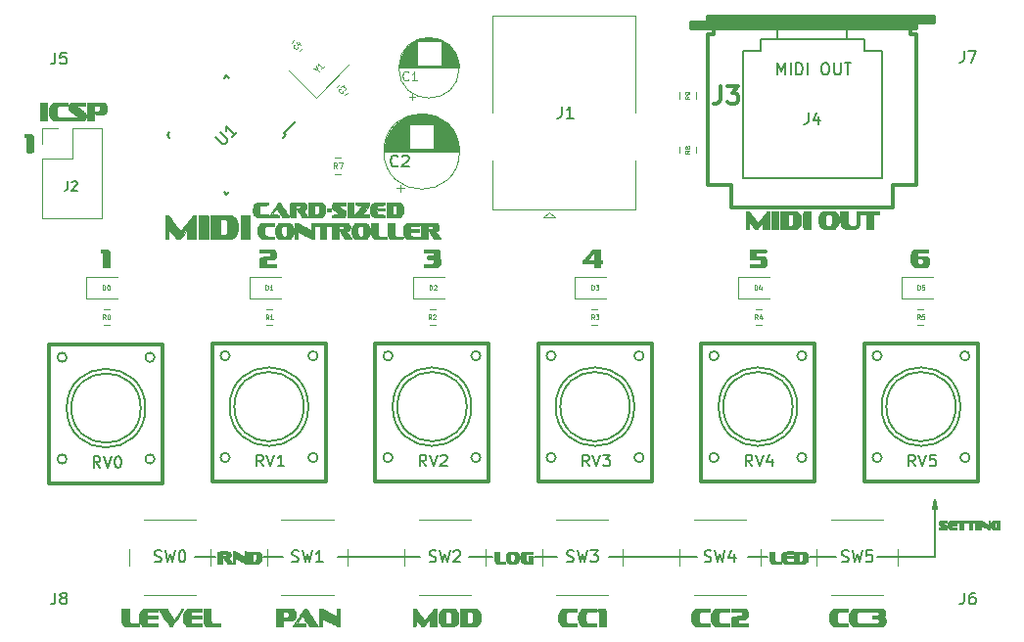
<source format=gbr>
G04 #@! TF.GenerationSoftware,KiCad,Pcbnew,(5.0.2)-1*
G04 #@! TF.CreationDate,2021-01-08T16:19:23+01:00*
G04 #@! TF.ProjectId,CardSizeMidiController,43617264-5369-47a6-954d-696469436f6e,rev?*
G04 #@! TF.SameCoordinates,Original*
G04 #@! TF.FileFunction,Legend,Top*
G04 #@! TF.FilePolarity,Positive*
%FSLAX46Y46*%
G04 Gerber Fmt 4.6, Leading zero omitted, Abs format (unit mm)*
G04 Created by KiCad (PCBNEW (5.0.2)-1) date 08/01/2021 16:19:23*
%MOMM*%
%LPD*%
G01*
G04 APERTURE LIST*
%ADD10C,0.150000*%
%ADD11C,0.010000*%
%ADD12C,0.120000*%
%ADD13C,0.300000*%
%ADD14C,0.200000*%
%ADD15C,0.304800*%
%ADD16C,0.080000*%
G04 APERTURE END LIST*
D10*
X79400000Y-42500000D02*
X79200000Y-42500000D01*
X79300000Y-41800000D02*
X79400000Y-42500000D01*
X79500000Y-42600000D02*
X79300000Y-41800000D01*
X79100000Y-42600000D02*
X79500000Y-42600000D01*
X79300000Y-41800000D02*
X79100000Y-42600000D01*
X79300000Y-46800000D02*
X79300000Y-41800000D01*
X74300000Y-46800000D02*
X79300000Y-46800000D01*
X68500000Y-46800000D02*
X70800000Y-46800000D01*
X63100000Y-46800000D02*
X64800000Y-46800000D01*
X51100000Y-46800000D02*
X58700000Y-46800000D01*
X44700000Y-46800000D02*
X46600000Y-46800000D01*
X39000000Y-46800000D02*
X41000000Y-46800000D01*
X27700000Y-46800000D02*
X34800000Y-46800000D01*
X21400000Y-46800000D02*
X22900000Y-46800000D01*
X15300000Y-46800000D02*
X16700000Y-46800000D01*
X21200000Y-46800000D02*
X21500000Y-46800000D01*
X16700000Y-46800000D02*
X17100000Y-46800000D01*
D11*
G04 #@! TO.C,LOGO4*
G36*
X80092382Y-43662589D02*
X80143119Y-43662922D01*
X80190939Y-43663475D01*
X80234399Y-43664245D01*
X80272055Y-43665232D01*
X80302464Y-43666434D01*
X80324182Y-43667851D01*
X80335766Y-43669481D01*
X80337171Y-43670114D01*
X80341193Y-43680199D01*
X80343670Y-43698409D01*
X80344628Y-43721090D01*
X80344094Y-43744590D01*
X80342095Y-43765253D01*
X80338657Y-43779427D01*
X80336349Y-43782986D01*
X80327983Y-43785169D01*
X80308415Y-43787030D01*
X80277461Y-43788575D01*
X80234935Y-43789812D01*
X80180651Y-43790749D01*
X80128821Y-43791286D01*
X79929372Y-43792881D01*
X80113118Y-43919396D01*
X80155968Y-43949165D01*
X80196406Y-43977764D01*
X80233153Y-44004248D01*
X80264930Y-44027677D01*
X80290458Y-44047108D01*
X80308460Y-44061599D01*
X80317419Y-44069926D01*
X80336455Y-44097020D01*
X80349313Y-44127716D01*
X80356710Y-44164519D01*
X80359365Y-44209935D01*
X80359399Y-44216475D01*
X80359107Y-44245307D01*
X80357694Y-44266003D01*
X80354380Y-44282516D01*
X80348388Y-44298798D01*
X80339463Y-44317742D01*
X80319220Y-44351598D01*
X80296180Y-44375175D01*
X80268406Y-44390259D01*
X80256738Y-44393991D01*
X80243622Y-44395792D01*
X80218580Y-44397314D01*
X80181778Y-44398554D01*
X80133382Y-44399509D01*
X80073557Y-44400174D01*
X80002470Y-44400547D01*
X79943986Y-44400633D01*
X79877438Y-44400625D01*
X79821952Y-44400558D01*
X79776497Y-44400391D01*
X79740040Y-44400082D01*
X79711551Y-44399592D01*
X79689995Y-44398879D01*
X79674341Y-44397902D01*
X79663558Y-44396621D01*
X79656612Y-44394994D01*
X79652471Y-44392982D01*
X79650104Y-44390542D01*
X79649165Y-44388969D01*
X79645388Y-44375284D01*
X79643396Y-44354486D01*
X79643140Y-44330687D01*
X79644568Y-44307996D01*
X79647630Y-44290525D01*
X79650464Y-44283925D01*
X79653464Y-44281173D01*
X79658776Y-44278937D01*
X79667612Y-44277152D01*
X79681186Y-44275751D01*
X79700709Y-44274670D01*
X79727396Y-44273841D01*
X79762459Y-44273200D01*
X79807111Y-44272681D01*
X79862564Y-44272217D01*
X79866666Y-44272186D01*
X80075309Y-44270643D01*
X79892845Y-44145112D01*
X79845387Y-44112162D01*
X79802043Y-44081479D01*
X79763894Y-44053862D01*
X79732021Y-44030110D01*
X79707503Y-44011023D01*
X79691423Y-43997399D01*
X79686731Y-43992713D01*
X79665753Y-43963158D01*
X79651957Y-43929289D01*
X79644617Y-43888740D01*
X79642905Y-43849866D01*
X79644165Y-43814502D01*
X79648419Y-43786183D01*
X79655897Y-43761358D01*
X79672160Y-43729073D01*
X79694355Y-43701075D01*
X79719925Y-43680066D01*
X79742710Y-43669634D01*
X79754731Y-43667945D01*
X79776829Y-43666484D01*
X79807559Y-43665252D01*
X79845478Y-43664247D01*
X79889143Y-43663468D01*
X79937109Y-43662914D01*
X79987933Y-43662583D01*
X80040172Y-43662475D01*
X80092382Y-43662589D01*
X80092382Y-43662589D01*
G37*
X80092382Y-43662589D02*
X80143119Y-43662922D01*
X80190939Y-43663475D01*
X80234399Y-43664245D01*
X80272055Y-43665232D01*
X80302464Y-43666434D01*
X80324182Y-43667851D01*
X80335766Y-43669481D01*
X80337171Y-43670114D01*
X80341193Y-43680199D01*
X80343670Y-43698409D01*
X80344628Y-43721090D01*
X80344094Y-43744590D01*
X80342095Y-43765253D01*
X80338657Y-43779427D01*
X80336349Y-43782986D01*
X80327983Y-43785169D01*
X80308415Y-43787030D01*
X80277461Y-43788575D01*
X80234935Y-43789812D01*
X80180651Y-43790749D01*
X80128821Y-43791286D01*
X79929372Y-43792881D01*
X80113118Y-43919396D01*
X80155968Y-43949165D01*
X80196406Y-43977764D01*
X80233153Y-44004248D01*
X80264930Y-44027677D01*
X80290458Y-44047108D01*
X80308460Y-44061599D01*
X80317419Y-44069926D01*
X80336455Y-44097020D01*
X80349313Y-44127716D01*
X80356710Y-44164519D01*
X80359365Y-44209935D01*
X80359399Y-44216475D01*
X80359107Y-44245307D01*
X80357694Y-44266003D01*
X80354380Y-44282516D01*
X80348388Y-44298798D01*
X80339463Y-44317742D01*
X80319220Y-44351598D01*
X80296180Y-44375175D01*
X80268406Y-44390259D01*
X80256738Y-44393991D01*
X80243622Y-44395792D01*
X80218580Y-44397314D01*
X80181778Y-44398554D01*
X80133382Y-44399509D01*
X80073557Y-44400174D01*
X80002470Y-44400547D01*
X79943986Y-44400633D01*
X79877438Y-44400625D01*
X79821952Y-44400558D01*
X79776497Y-44400391D01*
X79740040Y-44400082D01*
X79711551Y-44399592D01*
X79689995Y-44398879D01*
X79674341Y-44397902D01*
X79663558Y-44396621D01*
X79656612Y-44394994D01*
X79652471Y-44392982D01*
X79650104Y-44390542D01*
X79649165Y-44388969D01*
X79645388Y-44375284D01*
X79643396Y-44354486D01*
X79643140Y-44330687D01*
X79644568Y-44307996D01*
X79647630Y-44290525D01*
X79650464Y-44283925D01*
X79653464Y-44281173D01*
X79658776Y-44278937D01*
X79667612Y-44277152D01*
X79681186Y-44275751D01*
X79700709Y-44274670D01*
X79727396Y-44273841D01*
X79762459Y-44273200D01*
X79807111Y-44272681D01*
X79862564Y-44272217D01*
X79866666Y-44272186D01*
X80075309Y-44270643D01*
X79892845Y-44145112D01*
X79845387Y-44112162D01*
X79802043Y-44081479D01*
X79763894Y-44053862D01*
X79732021Y-44030110D01*
X79707503Y-44011023D01*
X79691423Y-43997399D01*
X79686731Y-43992713D01*
X79665753Y-43963158D01*
X79651957Y-43929289D01*
X79644617Y-43888740D01*
X79642905Y-43849866D01*
X79644165Y-43814502D01*
X79648419Y-43786183D01*
X79655897Y-43761358D01*
X79672160Y-43729073D01*
X79694355Y-43701075D01*
X79719925Y-43680066D01*
X79742710Y-43669634D01*
X79754731Y-43667945D01*
X79776829Y-43666484D01*
X79807559Y-43665252D01*
X79845478Y-43664247D01*
X79889143Y-43663468D01*
X79937109Y-43662914D01*
X79987933Y-43662583D01*
X80040172Y-43662475D01*
X80092382Y-43662589D01*
G36*
X81094272Y-43663503D02*
X81122498Y-43663874D01*
X81143829Y-43664513D01*
X81159302Y-43665452D01*
X81169960Y-43666722D01*
X81176840Y-43668354D01*
X81180983Y-43670378D01*
X81183410Y-43672801D01*
X81187755Y-43685231D01*
X81190290Y-43705406D01*
X81191009Y-43729189D01*
X81189909Y-43752439D01*
X81186984Y-43771020D01*
X81183536Y-43779475D01*
X81180386Y-43782281D01*
X81174755Y-43784547D01*
X81165391Y-43786346D01*
X81151044Y-43787751D01*
X81130462Y-43788832D01*
X81102394Y-43789663D01*
X81065589Y-43790316D01*
X81018795Y-43790864D01*
X80980410Y-43791214D01*
X80784844Y-43792881D01*
X80770537Y-43809522D01*
X80761355Y-43822035D01*
X80754284Y-43836716D01*
X80748979Y-43855396D01*
X80745095Y-43879909D01*
X80742284Y-43912087D01*
X80740204Y-43953763D01*
X80739471Y-43974309D01*
X80738501Y-44039243D01*
X80739969Y-44097575D01*
X80743771Y-44148063D01*
X80749802Y-44189465D01*
X80757959Y-44220539D01*
X80760713Y-44227455D01*
X80766324Y-44239613D01*
X80772146Y-44249426D01*
X80779459Y-44257146D01*
X80789547Y-44263024D01*
X80803690Y-44267310D01*
X80823172Y-44270257D01*
X80849273Y-44272114D01*
X80883277Y-44273134D01*
X80926464Y-44273567D01*
X80980118Y-44273665D01*
X80996624Y-44273666D01*
X81049667Y-44273725D01*
X81091860Y-44273941D01*
X81124445Y-44274378D01*
X81148667Y-44275097D01*
X81165769Y-44276162D01*
X81176997Y-44277635D01*
X81183592Y-44279577D01*
X81186800Y-44282051D01*
X81187424Y-44283233D01*
X81189964Y-44296382D01*
X81191140Y-44316403D01*
X81191071Y-44339656D01*
X81189874Y-44362501D01*
X81187668Y-44381299D01*
X81184572Y-44392411D01*
X81183838Y-44393409D01*
X81178828Y-44395241D01*
X81167281Y-44396750D01*
X81148422Y-44397956D01*
X81121477Y-44398877D01*
X81085672Y-44399531D01*
X81040233Y-44399936D01*
X80984388Y-44400111D01*
X80917360Y-44400075D01*
X80904135Y-44400047D01*
X80847190Y-44399820D01*
X80793433Y-44399416D01*
X80744187Y-44398859D01*
X80700774Y-44398173D01*
X80664514Y-44397382D01*
X80636732Y-44396509D01*
X80618747Y-44395577D01*
X80612535Y-44394866D01*
X80570841Y-44378854D01*
X80532507Y-44352025D01*
X80498282Y-44315370D01*
X80468913Y-44269882D01*
X80445149Y-44216552D01*
X80427739Y-44156374D01*
X80425821Y-44147310D01*
X80421111Y-44113759D01*
X80418504Y-44072637D01*
X80417924Y-44027417D01*
X80419294Y-43981571D01*
X80422538Y-43938572D01*
X80427578Y-43901892D01*
X80431640Y-43883595D01*
X80451612Y-43826124D01*
X80477817Y-43775466D01*
X80509315Y-43732953D01*
X80545165Y-43699920D01*
X80573485Y-43682585D01*
X80607500Y-43665881D01*
X80891612Y-43664086D01*
X80957820Y-43663692D01*
X81012973Y-43663443D01*
X81058110Y-43663370D01*
X81094272Y-43663503D01*
X81094272Y-43663503D01*
G37*
X81094272Y-43663503D02*
X81122498Y-43663874D01*
X81143829Y-43664513D01*
X81159302Y-43665452D01*
X81169960Y-43666722D01*
X81176840Y-43668354D01*
X81180983Y-43670378D01*
X81183410Y-43672801D01*
X81187755Y-43685231D01*
X81190290Y-43705406D01*
X81191009Y-43729189D01*
X81189909Y-43752439D01*
X81186984Y-43771020D01*
X81183536Y-43779475D01*
X81180386Y-43782281D01*
X81174755Y-43784547D01*
X81165391Y-43786346D01*
X81151044Y-43787751D01*
X81130462Y-43788832D01*
X81102394Y-43789663D01*
X81065589Y-43790316D01*
X81018795Y-43790864D01*
X80980410Y-43791214D01*
X80784844Y-43792881D01*
X80770537Y-43809522D01*
X80761355Y-43822035D01*
X80754284Y-43836716D01*
X80748979Y-43855396D01*
X80745095Y-43879909D01*
X80742284Y-43912087D01*
X80740204Y-43953763D01*
X80739471Y-43974309D01*
X80738501Y-44039243D01*
X80739969Y-44097575D01*
X80743771Y-44148063D01*
X80749802Y-44189465D01*
X80757959Y-44220539D01*
X80760713Y-44227455D01*
X80766324Y-44239613D01*
X80772146Y-44249426D01*
X80779459Y-44257146D01*
X80789547Y-44263024D01*
X80803690Y-44267310D01*
X80823172Y-44270257D01*
X80849273Y-44272114D01*
X80883277Y-44273134D01*
X80926464Y-44273567D01*
X80980118Y-44273665D01*
X80996624Y-44273666D01*
X81049667Y-44273725D01*
X81091860Y-44273941D01*
X81124445Y-44274378D01*
X81148667Y-44275097D01*
X81165769Y-44276162D01*
X81176997Y-44277635D01*
X81183592Y-44279577D01*
X81186800Y-44282051D01*
X81187424Y-44283233D01*
X81189964Y-44296382D01*
X81191140Y-44316403D01*
X81191071Y-44339656D01*
X81189874Y-44362501D01*
X81187668Y-44381299D01*
X81184572Y-44392411D01*
X81183838Y-44393409D01*
X81178828Y-44395241D01*
X81167281Y-44396750D01*
X81148422Y-44397956D01*
X81121477Y-44398877D01*
X81085672Y-44399531D01*
X81040233Y-44399936D01*
X80984388Y-44400111D01*
X80917360Y-44400075D01*
X80904135Y-44400047D01*
X80847190Y-44399820D01*
X80793433Y-44399416D01*
X80744187Y-44398859D01*
X80700774Y-44398173D01*
X80664514Y-44397382D01*
X80636732Y-44396509D01*
X80618747Y-44395577D01*
X80612535Y-44394866D01*
X80570841Y-44378854D01*
X80532507Y-44352025D01*
X80498282Y-44315370D01*
X80468913Y-44269882D01*
X80445149Y-44216552D01*
X80427739Y-44156374D01*
X80425821Y-44147310D01*
X80421111Y-44113759D01*
X80418504Y-44072637D01*
X80417924Y-44027417D01*
X80419294Y-43981571D01*
X80422538Y-43938572D01*
X80427578Y-43901892D01*
X80431640Y-43883595D01*
X80451612Y-43826124D01*
X80477817Y-43775466D01*
X80509315Y-43732953D01*
X80545165Y-43699920D01*
X80573485Y-43682585D01*
X80607500Y-43665881D01*
X80891612Y-43664086D01*
X80957820Y-43663692D01*
X81012973Y-43663443D01*
X81058110Y-43663370D01*
X81094272Y-43663503D01*
G36*
X81974262Y-43786833D02*
X81747588Y-43790123D01*
X81744452Y-44397643D01*
X81604962Y-44399263D01*
X81565047Y-44399553D01*
X81529228Y-44399480D01*
X81499259Y-44399076D01*
X81476892Y-44398372D01*
X81463880Y-44397398D01*
X81461331Y-44396743D01*
X81460518Y-44390056D01*
X81459757Y-44372442D01*
X81459066Y-44345069D01*
X81458459Y-44309106D01*
X81457952Y-44265722D01*
X81457562Y-44216083D01*
X81457303Y-44161359D01*
X81457193Y-44102718D01*
X81457190Y-44091363D01*
X81457190Y-43790124D01*
X81343797Y-43788478D01*
X81230405Y-43786833D01*
X81230405Y-43665881D01*
X81974262Y-43665881D01*
X81974262Y-43786833D01*
X81974262Y-43786833D01*
G37*
X81974262Y-43786833D02*
X81747588Y-43790123D01*
X81744452Y-44397643D01*
X81604962Y-44399263D01*
X81565047Y-44399553D01*
X81529228Y-44399480D01*
X81499259Y-44399076D01*
X81476892Y-44398372D01*
X81463880Y-44397398D01*
X81461331Y-44396743D01*
X81460518Y-44390056D01*
X81459757Y-44372442D01*
X81459066Y-44345069D01*
X81458459Y-44309106D01*
X81457952Y-44265722D01*
X81457562Y-44216083D01*
X81457303Y-44161359D01*
X81457193Y-44102718D01*
X81457190Y-44091363D01*
X81457190Y-43790124D01*
X81343797Y-43788478D01*
X81230405Y-43786833D01*
X81230405Y-43665881D01*
X81974262Y-43665881D01*
X81974262Y-43786833D01*
G36*
X82766500Y-43786833D02*
X82539826Y-43790123D01*
X82536690Y-44397643D01*
X82397200Y-44399263D01*
X82357285Y-44399553D01*
X82321466Y-44399480D01*
X82291497Y-44399076D01*
X82269130Y-44398372D01*
X82256119Y-44397398D01*
X82253569Y-44396743D01*
X82252756Y-44390056D01*
X82251995Y-44372442D01*
X82251304Y-44345069D01*
X82250697Y-44309106D01*
X82250190Y-44265722D01*
X82249800Y-44216083D01*
X82249542Y-44161359D01*
X82249431Y-44102718D01*
X82249428Y-44091363D01*
X82249428Y-43790124D01*
X82136036Y-43788478D01*
X82022643Y-43786833D01*
X82022643Y-43665881D01*
X82766500Y-43665881D01*
X82766500Y-43786833D01*
X82766500Y-43786833D01*
G37*
X82766500Y-43786833D02*
X82539826Y-43790123D01*
X82536690Y-44397643D01*
X82397200Y-44399263D01*
X82357285Y-44399553D01*
X82321466Y-44399480D01*
X82291497Y-44399076D01*
X82269130Y-44398372D01*
X82256119Y-44397398D01*
X82253569Y-44396743D01*
X82252756Y-44390056D01*
X82251995Y-44372442D01*
X82251304Y-44345069D01*
X82250697Y-44309106D01*
X82250190Y-44265722D01*
X82249800Y-44216083D01*
X82249542Y-44161359D01*
X82249431Y-44102718D01*
X82249428Y-44091363D01*
X82249428Y-43790124D01*
X82136036Y-43788478D01*
X82022643Y-43786833D01*
X82022643Y-43665881D01*
X82766500Y-43665881D01*
X82766500Y-43786833D01*
G36*
X82966251Y-43664209D02*
X82969857Y-43664251D01*
X83105166Y-43665881D01*
X83105166Y-44397643D01*
X82968903Y-44399265D01*
X82920910Y-44399643D01*
X82883926Y-44399467D01*
X82856877Y-44398694D01*
X82838689Y-44397280D01*
X82828285Y-44395183D01*
X82825272Y-44393519D01*
X82823518Y-44385844D01*
X82821979Y-44367411D01*
X82820653Y-44339522D01*
X82819540Y-44303481D01*
X82818636Y-44260588D01*
X82817941Y-44212148D01*
X82817453Y-44159461D01*
X82817169Y-44103831D01*
X82817089Y-44046559D01*
X82817211Y-43988949D01*
X82817532Y-43932302D01*
X82818052Y-43877920D01*
X82818767Y-43827107D01*
X82819678Y-43781164D01*
X82820782Y-43741394D01*
X82822076Y-43709099D01*
X82823561Y-43685582D01*
X82825233Y-43672144D01*
X82826226Y-43669527D01*
X82834144Y-43667040D01*
X82851442Y-43665289D01*
X82878783Y-43664250D01*
X82916831Y-43663898D01*
X82966251Y-43664209D01*
X82966251Y-43664209D01*
G37*
X82966251Y-43664209D02*
X82969857Y-43664251D01*
X83105166Y-43665881D01*
X83105166Y-44397643D01*
X82968903Y-44399265D01*
X82920910Y-44399643D01*
X82883926Y-44399467D01*
X82856877Y-44398694D01*
X82838689Y-44397280D01*
X82828285Y-44395183D01*
X82825272Y-44393519D01*
X82823518Y-44385844D01*
X82821979Y-44367411D01*
X82820653Y-44339522D01*
X82819540Y-44303481D01*
X82818636Y-44260588D01*
X82817941Y-44212148D01*
X82817453Y-44159461D01*
X82817169Y-44103831D01*
X82817089Y-44046559D01*
X82817211Y-43988949D01*
X82817532Y-43932302D01*
X82818052Y-43877920D01*
X82818767Y-43827107D01*
X82819678Y-43781164D01*
X82820782Y-43741394D01*
X82822076Y-43709099D01*
X82823561Y-43685582D01*
X82825233Y-43672144D01*
X82826226Y-43669527D01*
X82834144Y-43667040D01*
X82851442Y-43665289D01*
X82878783Y-43664250D01*
X82916831Y-43663898D01*
X82966251Y-43664209D01*
G36*
X84011667Y-43662796D02*
X84033715Y-43664227D01*
X84050095Y-43667090D01*
X84056457Y-43670114D01*
X84058062Y-43677640D01*
X84059484Y-43695955D01*
X84060723Y-43723752D01*
X84061779Y-43759727D01*
X84062652Y-43802573D01*
X84063341Y-43850985D01*
X84063847Y-43903658D01*
X84064170Y-43959286D01*
X84064310Y-44016563D01*
X84064267Y-44074184D01*
X84064040Y-44130844D01*
X84063631Y-44185236D01*
X84063038Y-44236056D01*
X84062262Y-44281997D01*
X84061302Y-44321755D01*
X84060160Y-44354023D01*
X84058834Y-44377496D01*
X84057326Y-44390869D01*
X84056457Y-44393409D01*
X84046043Y-44397566D01*
X84027378Y-44399908D01*
X84004171Y-44400393D01*
X83980137Y-44398980D01*
X83958987Y-44395626D01*
X83954857Y-44394558D01*
X83945727Y-44390579D01*
X83927038Y-44381296D01*
X83899816Y-44367254D01*
X83865090Y-44348999D01*
X83823886Y-44327075D01*
X83777231Y-44302030D01*
X83726152Y-44274408D01*
X83671677Y-44244756D01*
X83631309Y-44222664D01*
X83328928Y-44056812D01*
X83327317Y-44220679D01*
X83326493Y-44278553D01*
X83325276Y-44324736D01*
X83323670Y-44359132D01*
X83321680Y-44381643D01*
X83319311Y-44392172D01*
X83319017Y-44392607D01*
X83309678Y-44396666D01*
X83291854Y-44399389D01*
X83269082Y-44400751D01*
X83244903Y-44400728D01*
X83222854Y-44399297D01*
X83206474Y-44396433D01*
X83200114Y-44393409D01*
X83198509Y-44385883D01*
X83197087Y-44367569D01*
X83195848Y-44339771D01*
X83194792Y-44303797D01*
X83193919Y-44260951D01*
X83193230Y-44212538D01*
X83192724Y-44159866D01*
X83192401Y-44104238D01*
X83192261Y-44046960D01*
X83192304Y-43989339D01*
X83192531Y-43932680D01*
X83192940Y-43878287D01*
X83193533Y-43827468D01*
X83194309Y-43781526D01*
X83195269Y-43741769D01*
X83196411Y-43709501D01*
X83197737Y-43686027D01*
X83199245Y-43672655D01*
X83200114Y-43670114D01*
X83210513Y-43666312D01*
X83232430Y-43663885D01*
X83265357Y-43662882D01*
X83272597Y-43662857D01*
X83337822Y-43662857D01*
X83393851Y-43692523D01*
X83411000Y-43701801D01*
X83437266Y-43716276D01*
X83471252Y-43735167D01*
X83511563Y-43757691D01*
X83556801Y-43783068D01*
X83605569Y-43810515D01*
X83656471Y-43839252D01*
X83688762Y-43857528D01*
X83927643Y-43992867D01*
X83929257Y-43835918D01*
X83930100Y-43779828D01*
X83931353Y-43735115D01*
X83933007Y-43701956D01*
X83935053Y-43680527D01*
X83937483Y-43671007D01*
X83937557Y-43670913D01*
X83946895Y-43666855D01*
X83964718Y-43664134D01*
X83987488Y-43662773D01*
X84011667Y-43662796D01*
X84011667Y-43662796D01*
G37*
X84011667Y-43662796D02*
X84033715Y-43664227D01*
X84050095Y-43667090D01*
X84056457Y-43670114D01*
X84058062Y-43677640D01*
X84059484Y-43695955D01*
X84060723Y-43723752D01*
X84061779Y-43759727D01*
X84062652Y-43802573D01*
X84063341Y-43850985D01*
X84063847Y-43903658D01*
X84064170Y-43959286D01*
X84064310Y-44016563D01*
X84064267Y-44074184D01*
X84064040Y-44130844D01*
X84063631Y-44185236D01*
X84063038Y-44236056D01*
X84062262Y-44281997D01*
X84061302Y-44321755D01*
X84060160Y-44354023D01*
X84058834Y-44377496D01*
X84057326Y-44390869D01*
X84056457Y-44393409D01*
X84046043Y-44397566D01*
X84027378Y-44399908D01*
X84004171Y-44400393D01*
X83980137Y-44398980D01*
X83958987Y-44395626D01*
X83954857Y-44394558D01*
X83945727Y-44390579D01*
X83927038Y-44381296D01*
X83899816Y-44367254D01*
X83865090Y-44348999D01*
X83823886Y-44327075D01*
X83777231Y-44302030D01*
X83726152Y-44274408D01*
X83671677Y-44244756D01*
X83631309Y-44222664D01*
X83328928Y-44056812D01*
X83327317Y-44220679D01*
X83326493Y-44278553D01*
X83325276Y-44324736D01*
X83323670Y-44359132D01*
X83321680Y-44381643D01*
X83319311Y-44392172D01*
X83319017Y-44392607D01*
X83309678Y-44396666D01*
X83291854Y-44399389D01*
X83269082Y-44400751D01*
X83244903Y-44400728D01*
X83222854Y-44399297D01*
X83206474Y-44396433D01*
X83200114Y-44393409D01*
X83198509Y-44385883D01*
X83197087Y-44367569D01*
X83195848Y-44339771D01*
X83194792Y-44303797D01*
X83193919Y-44260951D01*
X83193230Y-44212538D01*
X83192724Y-44159866D01*
X83192401Y-44104238D01*
X83192261Y-44046960D01*
X83192304Y-43989339D01*
X83192531Y-43932680D01*
X83192940Y-43878287D01*
X83193533Y-43827468D01*
X83194309Y-43781526D01*
X83195269Y-43741769D01*
X83196411Y-43709501D01*
X83197737Y-43686027D01*
X83199245Y-43672655D01*
X83200114Y-43670114D01*
X83210513Y-43666312D01*
X83232430Y-43663885D01*
X83265357Y-43662882D01*
X83272597Y-43662857D01*
X83337822Y-43662857D01*
X83393851Y-43692523D01*
X83411000Y-43701801D01*
X83437266Y-43716276D01*
X83471252Y-43735167D01*
X83511563Y-43757691D01*
X83556801Y-43783068D01*
X83605569Y-43810515D01*
X83656471Y-43839252D01*
X83688762Y-43857528D01*
X83927643Y-43992867D01*
X83929257Y-43835918D01*
X83930100Y-43779828D01*
X83931353Y-43735115D01*
X83933007Y-43701956D01*
X83935053Y-43680527D01*
X83937483Y-43671007D01*
X83937557Y-43670913D01*
X83946895Y-43666855D01*
X83964718Y-43664134D01*
X83987488Y-43662773D01*
X84011667Y-43662796D01*
G36*
X84895262Y-43786833D02*
X84696671Y-43789857D01*
X84498079Y-43792881D01*
X84483773Y-43809522D01*
X84474592Y-43822036D01*
X84467522Y-43836717D01*
X84462217Y-43855398D01*
X84458332Y-43879912D01*
X84455522Y-43912091D01*
X84453441Y-43953768D01*
X84452710Y-43974309D01*
X84451739Y-44039243D01*
X84453207Y-44097575D01*
X84457009Y-44148063D01*
X84463040Y-44189465D01*
X84471197Y-44220539D01*
X84473951Y-44227455D01*
X84482873Y-44244602D01*
X84493485Y-44256969D01*
X84507810Y-44265308D01*
X84527875Y-44270369D01*
X84555704Y-44272903D01*
X84593322Y-44273659D01*
X84598628Y-44273666D01*
X84674524Y-44273666D01*
X84674524Y-43917405D01*
X84694414Y-43913673D01*
X84708246Y-43912314D01*
X84730285Y-43911548D01*
X84758129Y-43911318D01*
X84789371Y-43911568D01*
X84821608Y-43912240D01*
X84852436Y-43913278D01*
X84879449Y-43914626D01*
X84900244Y-43916226D01*
X84912417Y-43918022D01*
X84914429Y-43918867D01*
X84915939Y-43926238D01*
X84917278Y-43944078D01*
X84918440Y-43970761D01*
X84919418Y-44004661D01*
X84920205Y-44044152D01*
X84920794Y-44087609D01*
X84921178Y-44133406D01*
X84921351Y-44179917D01*
X84921305Y-44225517D01*
X84921034Y-44268579D01*
X84920530Y-44307478D01*
X84919787Y-44340589D01*
X84918797Y-44366286D01*
X84917555Y-44382943D01*
X84916426Y-44388576D01*
X84914618Y-44391389D01*
X84911778Y-44393725D01*
X84906861Y-44395626D01*
X84898823Y-44397132D01*
X84886617Y-44398286D01*
X84869198Y-44399129D01*
X84845523Y-44399703D01*
X84814544Y-44400048D01*
X84775218Y-44400207D01*
X84726499Y-44400221D01*
X84667342Y-44400131D01*
X84627442Y-44400047D01*
X84569460Y-44399825D01*
X84514668Y-44399433D01*
X84464361Y-44398893D01*
X84419832Y-44398227D01*
X84382375Y-44397458D01*
X84353286Y-44396608D01*
X84333857Y-44395698D01*
X84325773Y-44394866D01*
X84284079Y-44378854D01*
X84245746Y-44352025D01*
X84211520Y-44315370D01*
X84182151Y-44269882D01*
X84158388Y-44216552D01*
X84140977Y-44156374D01*
X84139059Y-44147310D01*
X84134349Y-44113759D01*
X84131742Y-44072637D01*
X84131162Y-44027417D01*
X84132532Y-43981571D01*
X84135776Y-43938572D01*
X84140816Y-43901892D01*
X84144878Y-43883595D01*
X84164440Y-43827322D01*
X84190189Y-43777254D01*
X84221072Y-43734889D01*
X84256034Y-43701725D01*
X84286251Y-43682816D01*
X84320738Y-43665881D01*
X84895262Y-43665881D01*
X84895262Y-43786833D01*
X84895262Y-43786833D01*
G37*
X84895262Y-43786833D02*
X84696671Y-43789857D01*
X84498079Y-43792881D01*
X84483773Y-43809522D01*
X84474592Y-43822036D01*
X84467522Y-43836717D01*
X84462217Y-43855398D01*
X84458332Y-43879912D01*
X84455522Y-43912091D01*
X84453441Y-43953768D01*
X84452710Y-43974309D01*
X84451739Y-44039243D01*
X84453207Y-44097575D01*
X84457009Y-44148063D01*
X84463040Y-44189465D01*
X84471197Y-44220539D01*
X84473951Y-44227455D01*
X84482873Y-44244602D01*
X84493485Y-44256969D01*
X84507810Y-44265308D01*
X84527875Y-44270369D01*
X84555704Y-44272903D01*
X84593322Y-44273659D01*
X84598628Y-44273666D01*
X84674524Y-44273666D01*
X84674524Y-43917405D01*
X84694414Y-43913673D01*
X84708246Y-43912314D01*
X84730285Y-43911548D01*
X84758129Y-43911318D01*
X84789371Y-43911568D01*
X84821608Y-43912240D01*
X84852436Y-43913278D01*
X84879449Y-43914626D01*
X84900244Y-43916226D01*
X84912417Y-43918022D01*
X84914429Y-43918867D01*
X84915939Y-43926238D01*
X84917278Y-43944078D01*
X84918440Y-43970761D01*
X84919418Y-44004661D01*
X84920205Y-44044152D01*
X84920794Y-44087609D01*
X84921178Y-44133406D01*
X84921351Y-44179917D01*
X84921305Y-44225517D01*
X84921034Y-44268579D01*
X84920530Y-44307478D01*
X84919787Y-44340589D01*
X84918797Y-44366286D01*
X84917555Y-44382943D01*
X84916426Y-44388576D01*
X84914618Y-44391389D01*
X84911778Y-44393725D01*
X84906861Y-44395626D01*
X84898823Y-44397132D01*
X84886617Y-44398286D01*
X84869198Y-44399129D01*
X84845523Y-44399703D01*
X84814544Y-44400048D01*
X84775218Y-44400207D01*
X84726499Y-44400221D01*
X84667342Y-44400131D01*
X84627442Y-44400047D01*
X84569460Y-44399825D01*
X84514668Y-44399433D01*
X84464361Y-44398893D01*
X84419832Y-44398227D01*
X84382375Y-44397458D01*
X84353286Y-44396608D01*
X84333857Y-44395698D01*
X84325773Y-44394866D01*
X84284079Y-44378854D01*
X84245746Y-44352025D01*
X84211520Y-44315370D01*
X84182151Y-44269882D01*
X84158388Y-44216552D01*
X84140977Y-44156374D01*
X84139059Y-44147310D01*
X84134349Y-44113759D01*
X84131742Y-44072637D01*
X84131162Y-44027417D01*
X84132532Y-43981571D01*
X84135776Y-43938572D01*
X84140816Y-43901892D01*
X84144878Y-43883595D01*
X84164440Y-43827322D01*
X84190189Y-43777254D01*
X84221072Y-43734889D01*
X84256034Y-43701725D01*
X84286251Y-43682816D01*
X84320738Y-43665881D01*
X84895262Y-43665881D01*
X84895262Y-43786833D01*
G36*
X80953669Y-43934965D02*
X80987503Y-43935000D01*
X81044144Y-43935145D01*
X81089552Y-43935602D01*
X81124587Y-43936405D01*
X81150108Y-43937585D01*
X81166973Y-43939175D01*
X81176044Y-43941209D01*
X81177790Y-43942257D01*
X81181719Y-43952467D01*
X81184228Y-43972579D01*
X81185047Y-43998500D01*
X81184117Y-44025948D01*
X81181509Y-44045496D01*
X81177790Y-44054743D01*
X81171889Y-44056983D01*
X81158571Y-44058765D01*
X81136978Y-44060122D01*
X81106251Y-44061087D01*
X81065529Y-44061693D01*
X81013954Y-44061972D01*
X80987503Y-44062000D01*
X80935593Y-44061967D01*
X80894467Y-44061815D01*
X80862814Y-44061462D01*
X80839321Y-44060828D01*
X80822678Y-44059831D01*
X80811573Y-44058391D01*
X80804694Y-44056425D01*
X80800731Y-44053855D01*
X80798372Y-44050597D01*
X80798213Y-44050302D01*
X80794958Y-44038338D01*
X80792695Y-44018773D01*
X80791952Y-43998500D01*
X80791742Y-43981005D01*
X80791922Y-43967042D01*
X80793712Y-43956214D01*
X80798330Y-43948125D01*
X80806995Y-43942380D01*
X80820925Y-43938584D01*
X80841339Y-43936340D01*
X80869456Y-43935252D01*
X80906493Y-43934926D01*
X80953669Y-43934965D01*
X80953669Y-43934965D01*
G37*
X80953669Y-43934965D02*
X80987503Y-43935000D01*
X81044144Y-43935145D01*
X81089552Y-43935602D01*
X81124587Y-43936405D01*
X81150108Y-43937585D01*
X81166973Y-43939175D01*
X81176044Y-43941209D01*
X81177790Y-43942257D01*
X81181719Y-43952467D01*
X81184228Y-43972579D01*
X81185047Y-43998500D01*
X81184117Y-44025948D01*
X81181509Y-44045496D01*
X81177790Y-44054743D01*
X81171889Y-44056983D01*
X81158571Y-44058765D01*
X81136978Y-44060122D01*
X81106251Y-44061087D01*
X81065529Y-44061693D01*
X81013954Y-44061972D01*
X80987503Y-44062000D01*
X80935593Y-44061967D01*
X80894467Y-44061815D01*
X80862814Y-44061462D01*
X80839321Y-44060828D01*
X80822678Y-44059831D01*
X80811573Y-44058391D01*
X80804694Y-44056425D01*
X80800731Y-44053855D01*
X80798372Y-44050597D01*
X80798213Y-44050302D01*
X80794958Y-44038338D01*
X80792695Y-44018773D01*
X80791952Y-43998500D01*
X80791742Y-43981005D01*
X80791922Y-43967042D01*
X80793712Y-43956214D01*
X80798330Y-43948125D01*
X80806995Y-43942380D01*
X80820925Y-43938584D01*
X80841339Y-43936340D01*
X80869456Y-43935252D01*
X80906493Y-43934926D01*
X80953669Y-43934965D01*
G04 #@! TO.C,LOGO7*
G36*
X65432908Y-46672066D02*
X65434250Y-46766443D01*
X65435648Y-46845472D01*
X65437276Y-46910737D01*
X65439304Y-46963824D01*
X65441906Y-47006318D01*
X65445254Y-47039803D01*
X65449519Y-47065864D01*
X65454874Y-47086086D01*
X65461491Y-47102054D01*
X65469542Y-47115353D01*
X65479200Y-47127568D01*
X65482843Y-47131714D01*
X65507121Y-47158900D01*
X65742520Y-47161409D01*
X65818137Y-47162440D01*
X65878014Y-47163786D01*
X65923342Y-47165511D01*
X65955313Y-47167676D01*
X65975119Y-47170344D01*
X65983950Y-47173579D01*
X65984397Y-47174109D01*
X65988416Y-47189129D01*
X65990601Y-47215131D01*
X65991063Y-47247004D01*
X65989913Y-47279638D01*
X65987265Y-47307920D01*
X65983228Y-47326738D01*
X65980974Y-47330773D01*
X65970006Y-47333427D01*
X65944217Y-47335681D01*
X65905715Y-47337540D01*
X65856609Y-47339009D01*
X65799007Y-47340091D01*
X65735015Y-47340793D01*
X65666743Y-47341117D01*
X65596298Y-47341070D01*
X65525788Y-47340655D01*
X65457322Y-47339878D01*
X65393006Y-47338742D01*
X65334950Y-47337253D01*
X65285261Y-47335414D01*
X65246046Y-47333232D01*
X65219415Y-47330710D01*
X65210534Y-47329085D01*
X65151667Y-47305165D01*
X65101896Y-47267432D01*
X65061043Y-47215661D01*
X65028931Y-47149628D01*
X65005409Y-47069225D01*
X65001896Y-47051102D01*
X64999058Y-47030665D01*
X64996844Y-47006115D01*
X64995205Y-46975655D01*
X64994091Y-46937485D01*
X64993449Y-46889808D01*
X64993232Y-46830826D01*
X64993388Y-46758740D01*
X64993867Y-46671753D01*
X64993949Y-46659366D01*
X64996300Y-46312233D01*
X65428101Y-46312233D01*
X65432908Y-46672066D01*
X65432908Y-46672066D01*
G37*
X65432908Y-46672066D02*
X65434250Y-46766443D01*
X65435648Y-46845472D01*
X65437276Y-46910737D01*
X65439304Y-46963824D01*
X65441906Y-47006318D01*
X65445254Y-47039803D01*
X65449519Y-47065864D01*
X65454874Y-47086086D01*
X65461491Y-47102054D01*
X65469542Y-47115353D01*
X65479200Y-47127568D01*
X65482843Y-47131714D01*
X65507121Y-47158900D01*
X65742520Y-47161409D01*
X65818137Y-47162440D01*
X65878014Y-47163786D01*
X65923342Y-47165511D01*
X65955313Y-47167676D01*
X65975119Y-47170344D01*
X65983950Y-47173579D01*
X65984397Y-47174109D01*
X65988416Y-47189129D01*
X65990601Y-47215131D01*
X65991063Y-47247004D01*
X65989913Y-47279638D01*
X65987265Y-47307920D01*
X65983228Y-47326738D01*
X65980974Y-47330773D01*
X65970006Y-47333427D01*
X65944217Y-47335681D01*
X65905715Y-47337540D01*
X65856609Y-47339009D01*
X65799007Y-47340091D01*
X65735015Y-47340793D01*
X65666743Y-47341117D01*
X65596298Y-47341070D01*
X65525788Y-47340655D01*
X65457322Y-47339878D01*
X65393006Y-47338742D01*
X65334950Y-47337253D01*
X65285261Y-47335414D01*
X65246046Y-47333232D01*
X65219415Y-47330710D01*
X65210534Y-47329085D01*
X65151667Y-47305165D01*
X65101896Y-47267432D01*
X65061043Y-47215661D01*
X65028931Y-47149628D01*
X65005409Y-47069225D01*
X65001896Y-47051102D01*
X64999058Y-47030665D01*
X64996844Y-47006115D01*
X64995205Y-46975655D01*
X64994091Y-46937485D01*
X64993449Y-46889808D01*
X64993232Y-46830826D01*
X64993388Y-46758740D01*
X64993867Y-46671753D01*
X64993949Y-46659366D01*
X64996300Y-46312233D01*
X65428101Y-46312233D01*
X65432908Y-46672066D01*
G36*
X66939315Y-46308904D02*
X66978832Y-46309423D01*
X67008694Y-46310318D01*
X67030357Y-46311633D01*
X67045277Y-46313411D01*
X67054910Y-46315695D01*
X67060710Y-46318529D01*
X67064108Y-46321922D01*
X67070191Y-46339323D01*
X67073740Y-46367569D01*
X67074747Y-46400864D01*
X67073207Y-46433415D01*
X67069112Y-46459428D01*
X67064284Y-46471265D01*
X67059874Y-46475193D01*
X67051991Y-46478366D01*
X67038882Y-46480885D01*
X67018796Y-46482851D01*
X66989981Y-46484365D01*
X66950686Y-46485528D01*
X66899158Y-46486443D01*
X66833647Y-46487209D01*
X66779908Y-46487700D01*
X66506115Y-46490033D01*
X66486085Y-46513330D01*
X66473231Y-46530849D01*
X66463332Y-46551402D01*
X66455905Y-46577554D01*
X66450467Y-46611872D01*
X66446532Y-46656921D01*
X66443619Y-46715268D01*
X66442594Y-46744033D01*
X66441236Y-46834941D01*
X66443291Y-46916605D01*
X66448613Y-46987288D01*
X66457057Y-47045251D01*
X66468477Y-47088755D01*
X66472333Y-47098437D01*
X66480188Y-47115458D01*
X66488338Y-47129196D01*
X66498577Y-47140004D01*
X66512700Y-47148233D01*
X66532501Y-47154234D01*
X66559775Y-47158359D01*
X66596317Y-47160960D01*
X66643922Y-47162388D01*
X66704384Y-47162994D01*
X66779499Y-47163131D01*
X66802608Y-47163133D01*
X66876868Y-47163214D01*
X66935938Y-47163517D01*
X66981557Y-47164129D01*
X67015468Y-47165136D01*
X67039411Y-47166627D01*
X67055129Y-47168688D01*
X67064363Y-47171407D01*
X67068854Y-47174872D01*
X67069728Y-47176525D01*
X67073284Y-47194934D01*
X67074931Y-47222963D01*
X67074833Y-47255518D01*
X67073157Y-47287501D01*
X67070069Y-47313819D01*
X67065734Y-47329376D01*
X67064707Y-47330773D01*
X67057694Y-47333337D01*
X67041527Y-47335450D01*
X67015124Y-47337138D01*
X66977401Y-47338427D01*
X66927275Y-47339343D01*
X66863661Y-47339910D01*
X66785477Y-47340156D01*
X66691638Y-47340105D01*
X66673124Y-47340066D01*
X66593400Y-47339747D01*
X66518141Y-47339182D01*
X66449196Y-47338402D01*
X66388417Y-47337443D01*
X66337654Y-47336335D01*
X66298758Y-47335112D01*
X66273580Y-47333807D01*
X66264883Y-47332812D01*
X66206512Y-47310396D01*
X66152845Y-47272835D01*
X66104929Y-47221518D01*
X66063813Y-47157835D01*
X66030543Y-47083173D01*
X66006169Y-46998923D01*
X66003484Y-46986234D01*
X65996889Y-46939262D01*
X65993240Y-46881691D01*
X65992428Y-46818383D01*
X65994346Y-46754199D01*
X65998887Y-46694001D01*
X66005943Y-46642649D01*
X66011631Y-46617033D01*
X66039591Y-46536574D01*
X66076279Y-46465652D01*
X66120375Y-46406134D01*
X66170565Y-46359887D01*
X66210213Y-46335619D01*
X66257834Y-46312233D01*
X66655591Y-46309720D01*
X66748282Y-46309169D01*
X66825496Y-46308821D01*
X66888688Y-46308718D01*
X66939315Y-46308904D01*
X66939315Y-46308904D01*
G37*
X66939315Y-46308904D02*
X66978832Y-46309423D01*
X67008694Y-46310318D01*
X67030357Y-46311633D01*
X67045277Y-46313411D01*
X67054910Y-46315695D01*
X67060710Y-46318529D01*
X67064108Y-46321922D01*
X67070191Y-46339323D01*
X67073740Y-46367569D01*
X67074747Y-46400864D01*
X67073207Y-46433415D01*
X67069112Y-46459428D01*
X67064284Y-46471265D01*
X67059874Y-46475193D01*
X67051991Y-46478366D01*
X67038882Y-46480885D01*
X67018796Y-46482851D01*
X66989981Y-46484365D01*
X66950686Y-46485528D01*
X66899158Y-46486443D01*
X66833647Y-46487209D01*
X66779908Y-46487700D01*
X66506115Y-46490033D01*
X66486085Y-46513330D01*
X66473231Y-46530849D01*
X66463332Y-46551402D01*
X66455905Y-46577554D01*
X66450467Y-46611872D01*
X66446532Y-46656921D01*
X66443619Y-46715268D01*
X66442594Y-46744033D01*
X66441236Y-46834941D01*
X66443291Y-46916605D01*
X66448613Y-46987288D01*
X66457057Y-47045251D01*
X66468477Y-47088755D01*
X66472333Y-47098437D01*
X66480188Y-47115458D01*
X66488338Y-47129196D01*
X66498577Y-47140004D01*
X66512700Y-47148233D01*
X66532501Y-47154234D01*
X66559775Y-47158359D01*
X66596317Y-47160960D01*
X66643922Y-47162388D01*
X66704384Y-47162994D01*
X66779499Y-47163131D01*
X66802608Y-47163133D01*
X66876868Y-47163214D01*
X66935938Y-47163517D01*
X66981557Y-47164129D01*
X67015468Y-47165136D01*
X67039411Y-47166627D01*
X67055129Y-47168688D01*
X67064363Y-47171407D01*
X67068854Y-47174872D01*
X67069728Y-47176525D01*
X67073284Y-47194934D01*
X67074931Y-47222963D01*
X67074833Y-47255518D01*
X67073157Y-47287501D01*
X67070069Y-47313819D01*
X67065734Y-47329376D01*
X67064707Y-47330773D01*
X67057694Y-47333337D01*
X67041527Y-47335450D01*
X67015124Y-47337138D01*
X66977401Y-47338427D01*
X66927275Y-47339343D01*
X66863661Y-47339910D01*
X66785477Y-47340156D01*
X66691638Y-47340105D01*
X66673124Y-47340066D01*
X66593400Y-47339747D01*
X66518141Y-47339182D01*
X66449196Y-47338402D01*
X66388417Y-47337443D01*
X66337654Y-47336335D01*
X66298758Y-47335112D01*
X66273580Y-47333807D01*
X66264883Y-47332812D01*
X66206512Y-47310396D01*
X66152845Y-47272835D01*
X66104929Y-47221518D01*
X66063813Y-47157835D01*
X66030543Y-47083173D01*
X66006169Y-46998923D01*
X66003484Y-46986234D01*
X65996889Y-46939262D01*
X65993240Y-46881691D01*
X65992428Y-46818383D01*
X65994346Y-46754199D01*
X65998887Y-46694001D01*
X66005943Y-46642649D01*
X66011631Y-46617033D01*
X66039591Y-46536574D01*
X66076279Y-46465652D01*
X66120375Y-46406134D01*
X66170565Y-46359887D01*
X66210213Y-46335619D01*
X66257834Y-46312233D01*
X66655591Y-46309720D01*
X66748282Y-46309169D01*
X66825496Y-46308821D01*
X66888688Y-46308718D01*
X66939315Y-46308904D01*
G36*
X68117322Y-46335619D02*
X68171254Y-46371113D01*
X68220000Y-46421306D01*
X68262309Y-46484425D01*
X68296928Y-46558701D01*
X68316098Y-46617033D01*
X68324592Y-46659451D01*
X68330672Y-46713859D01*
X68334237Y-46775473D01*
X68335186Y-46839508D01*
X68333417Y-46901179D01*
X68328828Y-46955703D01*
X68323944Y-46986762D01*
X68299241Y-47078497D01*
X68264945Y-47157816D01*
X68221469Y-47224057D01*
X68169227Y-47276557D01*
X68124734Y-47306408D01*
X68069700Y-47336700D01*
X67614484Y-47339162D01*
X67511704Y-47339648D01*
X67424683Y-47339888D01*
X67352246Y-47339861D01*
X67293221Y-47339545D01*
X67246435Y-47338919D01*
X67210713Y-47337962D01*
X67184882Y-47336651D01*
X67167769Y-47334964D01*
X67158201Y-47332881D01*
X67155088Y-47330696D01*
X67154370Y-47320464D01*
X67153764Y-47294812D01*
X67153275Y-47255251D01*
X67152909Y-47203295D01*
X67152757Y-47163133D01*
X67557467Y-47163133D01*
X67672188Y-47163133D01*
X67725618Y-47162515D01*
X67764639Y-47160514D01*
X67791732Y-47156907D01*
X67809381Y-47151469D01*
X67811021Y-47150664D01*
X67830416Y-47134404D01*
X67849009Y-47108642D01*
X67853901Y-47099424D01*
X67864208Y-47068608D01*
X67872553Y-47024763D01*
X67878920Y-46970867D01*
X67883294Y-46909903D01*
X67885660Y-46844851D01*
X67886004Y-46778689D01*
X67884310Y-46714400D01*
X67880563Y-46654963D01*
X67874748Y-46603358D01*
X67866850Y-46562566D01*
X67856854Y-46535567D01*
X67856752Y-46535390D01*
X67844729Y-46517422D01*
X67830959Y-46504386D01*
X67812636Y-46495504D01*
X67786955Y-46490001D01*
X67751108Y-46487099D01*
X67702290Y-46486020D01*
X67678117Y-46485924D01*
X67557467Y-46485800D01*
X67557467Y-47163133D01*
X67152757Y-47163133D01*
X67152671Y-47140454D01*
X67152569Y-47068241D01*
X67152607Y-46988170D01*
X67152791Y-46901751D01*
X67153104Y-46816000D01*
X67155301Y-46312233D01*
X68069700Y-46312233D01*
X68117322Y-46335619D01*
X68117322Y-46335619D01*
G37*
X68117322Y-46335619D02*
X68171254Y-46371113D01*
X68220000Y-46421306D01*
X68262309Y-46484425D01*
X68296928Y-46558701D01*
X68316098Y-46617033D01*
X68324592Y-46659451D01*
X68330672Y-46713859D01*
X68334237Y-46775473D01*
X68335186Y-46839508D01*
X68333417Y-46901179D01*
X68328828Y-46955703D01*
X68323944Y-46986762D01*
X68299241Y-47078497D01*
X68264945Y-47157816D01*
X68221469Y-47224057D01*
X68169227Y-47276557D01*
X68124734Y-47306408D01*
X68069700Y-47336700D01*
X67614484Y-47339162D01*
X67511704Y-47339648D01*
X67424683Y-47339888D01*
X67352246Y-47339861D01*
X67293221Y-47339545D01*
X67246435Y-47338919D01*
X67210713Y-47337962D01*
X67184882Y-47336651D01*
X67167769Y-47334964D01*
X67158201Y-47332881D01*
X67155088Y-47330696D01*
X67154370Y-47320464D01*
X67153764Y-47294812D01*
X67153275Y-47255251D01*
X67152909Y-47203295D01*
X67152757Y-47163133D01*
X67557467Y-47163133D01*
X67672188Y-47163133D01*
X67725618Y-47162515D01*
X67764639Y-47160514D01*
X67791732Y-47156907D01*
X67809381Y-47151469D01*
X67811021Y-47150664D01*
X67830416Y-47134404D01*
X67849009Y-47108642D01*
X67853901Y-47099424D01*
X67864208Y-47068608D01*
X67872553Y-47024763D01*
X67878920Y-46970867D01*
X67883294Y-46909903D01*
X67885660Y-46844851D01*
X67886004Y-46778689D01*
X67884310Y-46714400D01*
X67880563Y-46654963D01*
X67874748Y-46603358D01*
X67866850Y-46562566D01*
X67856854Y-46535567D01*
X67856752Y-46535390D01*
X67844729Y-46517422D01*
X67830959Y-46504386D01*
X67812636Y-46495504D01*
X67786955Y-46490001D01*
X67751108Y-46487099D01*
X67702290Y-46486020D01*
X67678117Y-46485924D01*
X67557467Y-46485800D01*
X67557467Y-47163133D01*
X67152757Y-47163133D01*
X67152671Y-47140454D01*
X67152569Y-47068241D01*
X67152607Y-46988170D01*
X67152791Y-46901751D01*
X67153104Y-46816000D01*
X67155301Y-46312233D01*
X68069700Y-46312233D01*
X68117322Y-46335619D01*
G36*
X66742471Y-46688951D02*
X66789838Y-46689000D01*
X66869136Y-46689203D01*
X66932707Y-46689843D01*
X66981756Y-46690966D01*
X67017485Y-46692618D01*
X67041097Y-46694845D01*
X67053795Y-46697693D01*
X67056241Y-46699160D01*
X67061608Y-46713052D01*
X67065005Y-46738545D01*
X67066431Y-46770423D01*
X67065886Y-46803468D01*
X67063371Y-46832463D01*
X67058886Y-46852191D01*
X67056241Y-46856639D01*
X67047978Y-46859776D01*
X67029334Y-46862271D01*
X66999104Y-46864171D01*
X66956085Y-46865522D01*
X66899075Y-46866370D01*
X66826870Y-46866761D01*
X66789838Y-46866800D01*
X66717165Y-46866754D01*
X66659588Y-46866541D01*
X66615273Y-46866047D01*
X66582383Y-46865159D01*
X66559083Y-46863763D01*
X66543536Y-46861747D01*
X66533906Y-46858995D01*
X66528358Y-46855396D01*
X66525055Y-46850835D01*
X66524832Y-46850423D01*
X66520276Y-46833673D01*
X66517107Y-46806282D01*
X66516067Y-46777900D01*
X66515772Y-46753407D01*
X66516025Y-46733858D01*
X66518531Y-46718699D01*
X66524996Y-46707375D01*
X66537127Y-46699332D01*
X66556630Y-46694017D01*
X66585209Y-46690875D01*
X66624572Y-46689353D01*
X66676424Y-46688896D01*
X66742471Y-46688951D01*
X66742471Y-46688951D01*
G37*
X66742471Y-46688951D02*
X66789838Y-46689000D01*
X66869136Y-46689203D01*
X66932707Y-46689843D01*
X66981756Y-46690966D01*
X67017485Y-46692618D01*
X67041097Y-46694845D01*
X67053795Y-46697693D01*
X67056241Y-46699160D01*
X67061608Y-46713052D01*
X67065005Y-46738545D01*
X67066431Y-46770423D01*
X67065886Y-46803468D01*
X67063371Y-46832463D01*
X67058886Y-46852191D01*
X67056241Y-46856639D01*
X67047978Y-46859776D01*
X67029334Y-46862271D01*
X66999104Y-46864171D01*
X66956085Y-46865522D01*
X66899075Y-46866370D01*
X66826870Y-46866761D01*
X66789838Y-46866800D01*
X66717165Y-46866754D01*
X66659588Y-46866541D01*
X66615273Y-46866047D01*
X66582383Y-46865159D01*
X66559083Y-46863763D01*
X66543536Y-46861747D01*
X66533906Y-46858995D01*
X66528358Y-46855396D01*
X66525055Y-46850835D01*
X66524832Y-46850423D01*
X66520276Y-46833673D01*
X66517107Y-46806282D01*
X66516067Y-46777900D01*
X66515772Y-46753407D01*
X66516025Y-46733858D01*
X66518531Y-46718699D01*
X66524996Y-46707375D01*
X66537127Y-46699332D01*
X66556630Y-46694017D01*
X66585209Y-46690875D01*
X66624572Y-46689353D01*
X66676424Y-46688896D01*
X66742471Y-46688951D01*
G04 #@! TO.C,LOGO6*
G36*
X41624442Y-46672066D02*
X41625783Y-46766443D01*
X41627182Y-46845472D01*
X41628809Y-46910737D01*
X41630838Y-46963824D01*
X41633439Y-47006318D01*
X41636787Y-47039803D01*
X41641052Y-47065864D01*
X41646407Y-47086086D01*
X41653024Y-47102054D01*
X41661075Y-47115353D01*
X41670733Y-47127568D01*
X41674376Y-47131714D01*
X41698654Y-47158900D01*
X41934053Y-47161409D01*
X42009670Y-47162440D01*
X42069547Y-47163786D01*
X42114875Y-47165511D01*
X42146847Y-47167676D01*
X42166652Y-47170344D01*
X42175484Y-47173579D01*
X42175930Y-47174109D01*
X42179950Y-47189129D01*
X42182134Y-47215131D01*
X42182596Y-47247004D01*
X42181447Y-47279638D01*
X42178798Y-47307920D01*
X42174762Y-47326738D01*
X42172507Y-47330773D01*
X42161539Y-47333427D01*
X42135750Y-47335681D01*
X42097249Y-47337540D01*
X42048143Y-47339009D01*
X41990540Y-47340091D01*
X41926548Y-47340793D01*
X41858276Y-47341117D01*
X41787831Y-47341070D01*
X41717322Y-47340655D01*
X41648855Y-47339878D01*
X41584540Y-47338742D01*
X41526483Y-47337253D01*
X41476794Y-47335414D01*
X41437579Y-47333232D01*
X41410948Y-47330710D01*
X41402068Y-47329085D01*
X41343201Y-47305165D01*
X41293429Y-47267432D01*
X41252576Y-47215661D01*
X41220464Y-47149628D01*
X41196942Y-47069225D01*
X41193429Y-47051102D01*
X41190591Y-47030665D01*
X41188378Y-47006115D01*
X41186739Y-46975655D01*
X41185624Y-46937485D01*
X41184983Y-46889808D01*
X41184765Y-46830826D01*
X41184921Y-46758740D01*
X41185400Y-46671753D01*
X41185483Y-46659366D01*
X41187834Y-46312233D01*
X41619634Y-46312233D01*
X41624442Y-46672066D01*
X41624442Y-46672066D01*
G37*
X41624442Y-46672066D02*
X41625783Y-46766443D01*
X41627182Y-46845472D01*
X41628809Y-46910737D01*
X41630838Y-46963824D01*
X41633439Y-47006318D01*
X41636787Y-47039803D01*
X41641052Y-47065864D01*
X41646407Y-47086086D01*
X41653024Y-47102054D01*
X41661075Y-47115353D01*
X41670733Y-47127568D01*
X41674376Y-47131714D01*
X41698654Y-47158900D01*
X41934053Y-47161409D01*
X42009670Y-47162440D01*
X42069547Y-47163786D01*
X42114875Y-47165511D01*
X42146847Y-47167676D01*
X42166652Y-47170344D01*
X42175484Y-47173579D01*
X42175930Y-47174109D01*
X42179950Y-47189129D01*
X42182134Y-47215131D01*
X42182596Y-47247004D01*
X42181447Y-47279638D01*
X42178798Y-47307920D01*
X42174762Y-47326738D01*
X42172507Y-47330773D01*
X42161539Y-47333427D01*
X42135750Y-47335681D01*
X42097249Y-47337540D01*
X42048143Y-47339009D01*
X41990540Y-47340091D01*
X41926548Y-47340793D01*
X41858276Y-47341117D01*
X41787831Y-47341070D01*
X41717322Y-47340655D01*
X41648855Y-47339878D01*
X41584540Y-47338742D01*
X41526483Y-47337253D01*
X41476794Y-47335414D01*
X41437579Y-47333232D01*
X41410948Y-47330710D01*
X41402068Y-47329085D01*
X41343201Y-47305165D01*
X41293429Y-47267432D01*
X41252576Y-47215661D01*
X41220464Y-47149628D01*
X41196942Y-47069225D01*
X41193429Y-47051102D01*
X41190591Y-47030665D01*
X41188378Y-47006115D01*
X41186739Y-46975655D01*
X41185624Y-46937485D01*
X41184983Y-46889808D01*
X41184765Y-46830826D01*
X41184921Y-46758740D01*
X41185400Y-46671753D01*
X41185483Y-46659366D01*
X41187834Y-46312233D01*
X41619634Y-46312233D01*
X41624442Y-46672066D01*
G36*
X43135167Y-46336002D02*
X43191693Y-46371607D01*
X43241852Y-46422001D01*
X43284779Y-46485956D01*
X43319606Y-46562244D01*
X43339546Y-46625500D01*
X43346084Y-46654880D01*
X43350633Y-46687495D01*
X43353479Y-46726977D01*
X43354909Y-46776958D01*
X43355224Y-46824466D01*
X43354953Y-46879834D01*
X43353824Y-46922187D01*
X43351471Y-46955439D01*
X43347527Y-46983502D01*
X43341625Y-47010287D01*
X43335800Y-47031518D01*
X43305160Y-47116558D01*
X43266320Y-47189406D01*
X43220047Y-47249000D01*
X43167110Y-47294276D01*
X43130954Y-47314845D01*
X43084367Y-47336700D01*
X42783801Y-47338149D01*
X42712948Y-47338305D01*
X42646528Y-47338097D01*
X42586677Y-47337559D01*
X42535528Y-47336725D01*
X42495218Y-47335627D01*
X42467883Y-47334301D01*
X42456417Y-47333011D01*
X42397434Y-47309991D01*
X42343373Y-47271857D01*
X42295262Y-47219972D01*
X42254134Y-47155702D01*
X42221016Y-47080412D01*
X42196941Y-46995468D01*
X42195124Y-46986762D01*
X42188523Y-46939995D01*
X42184812Y-46882765D01*
X42183889Y-46819857D01*
X42184269Y-46806079D01*
X42576502Y-46806079D01*
X42576502Y-46807533D01*
X42576893Y-46886429D01*
X42578327Y-46950425D01*
X42581119Y-47001540D01*
X42585586Y-47041792D01*
X42592044Y-47073199D01*
X42600809Y-47097780D01*
X42612198Y-47117553D01*
X42626526Y-47134536D01*
X42627976Y-47136002D01*
X42656460Y-47164485D01*
X42767644Y-47161692D01*
X42878829Y-47158900D01*
X42902457Y-47130574D01*
X42915688Y-47112716D01*
X42926098Y-47093015D01*
X42934088Y-47069145D01*
X42940053Y-47038781D01*
X42944393Y-46999598D01*
X42947505Y-46949271D01*
X42949788Y-46885475D01*
X42950723Y-46848651D01*
X42952039Y-46766629D01*
X42951647Y-46699600D01*
X42949297Y-46645686D01*
X42944741Y-46603009D01*
X42937729Y-46569692D01*
X42928013Y-46543856D01*
X42915345Y-46523625D01*
X42906322Y-46513494D01*
X42878627Y-46485800D01*
X42647031Y-46485800D01*
X42622969Y-46509862D01*
X42609378Y-46525248D01*
X42598679Y-46542536D01*
X42590537Y-46563866D01*
X42584620Y-46591380D01*
X42580591Y-46627217D01*
X42578119Y-46673519D01*
X42576867Y-46732426D01*
X42576502Y-46806079D01*
X42184269Y-46806079D01*
X42185652Y-46756057D01*
X42190001Y-46696149D01*
X42196834Y-46644916D01*
X42202969Y-46617033D01*
X42231393Y-46535934D01*
X42268390Y-46464737D01*
X42312710Y-46405214D01*
X42363102Y-46359136D01*
X42401746Y-46335619D01*
X42449367Y-46312233D01*
X43084367Y-46312233D01*
X43135167Y-46336002D01*
X43135167Y-46336002D01*
G37*
X43135167Y-46336002D02*
X43191693Y-46371607D01*
X43241852Y-46422001D01*
X43284779Y-46485956D01*
X43319606Y-46562244D01*
X43339546Y-46625500D01*
X43346084Y-46654880D01*
X43350633Y-46687495D01*
X43353479Y-46726977D01*
X43354909Y-46776958D01*
X43355224Y-46824466D01*
X43354953Y-46879834D01*
X43353824Y-46922187D01*
X43351471Y-46955439D01*
X43347527Y-46983502D01*
X43341625Y-47010287D01*
X43335800Y-47031518D01*
X43305160Y-47116558D01*
X43266320Y-47189406D01*
X43220047Y-47249000D01*
X43167110Y-47294276D01*
X43130954Y-47314845D01*
X43084367Y-47336700D01*
X42783801Y-47338149D01*
X42712948Y-47338305D01*
X42646528Y-47338097D01*
X42586677Y-47337559D01*
X42535528Y-47336725D01*
X42495218Y-47335627D01*
X42467883Y-47334301D01*
X42456417Y-47333011D01*
X42397434Y-47309991D01*
X42343373Y-47271857D01*
X42295262Y-47219972D01*
X42254134Y-47155702D01*
X42221016Y-47080412D01*
X42196941Y-46995468D01*
X42195124Y-46986762D01*
X42188523Y-46939995D01*
X42184812Y-46882765D01*
X42183889Y-46819857D01*
X42184269Y-46806079D01*
X42576502Y-46806079D01*
X42576502Y-46807533D01*
X42576893Y-46886429D01*
X42578327Y-46950425D01*
X42581119Y-47001540D01*
X42585586Y-47041792D01*
X42592044Y-47073199D01*
X42600809Y-47097780D01*
X42612198Y-47117553D01*
X42626526Y-47134536D01*
X42627976Y-47136002D01*
X42656460Y-47164485D01*
X42767644Y-47161692D01*
X42878829Y-47158900D01*
X42902457Y-47130574D01*
X42915688Y-47112716D01*
X42926098Y-47093015D01*
X42934088Y-47069145D01*
X42940053Y-47038781D01*
X42944393Y-46999598D01*
X42947505Y-46949271D01*
X42949788Y-46885475D01*
X42950723Y-46848651D01*
X42952039Y-46766629D01*
X42951647Y-46699600D01*
X42949297Y-46645686D01*
X42944741Y-46603009D01*
X42937729Y-46569692D01*
X42928013Y-46543856D01*
X42915345Y-46523625D01*
X42906322Y-46513494D01*
X42878627Y-46485800D01*
X42647031Y-46485800D01*
X42622969Y-46509862D01*
X42609378Y-46525248D01*
X42598679Y-46542536D01*
X42590537Y-46563866D01*
X42584620Y-46591380D01*
X42580591Y-46627217D01*
X42578119Y-46673519D01*
X42576867Y-46732426D01*
X42576502Y-46806079D01*
X42184269Y-46806079D01*
X42185652Y-46756057D01*
X42190001Y-46696149D01*
X42196834Y-46644916D01*
X42202969Y-46617033D01*
X42231393Y-46535934D01*
X42268390Y-46464737D01*
X42312710Y-46405214D01*
X42363102Y-46359136D01*
X42401746Y-46335619D01*
X42449367Y-46312233D01*
X43084367Y-46312233D01*
X43135167Y-46336002D01*
G36*
X44515234Y-46481566D02*
X44237206Y-46485800D01*
X43959179Y-46490033D01*
X43939150Y-46513330D01*
X43926296Y-46530850D01*
X43916398Y-46551404D01*
X43908971Y-46577557D01*
X43903533Y-46611876D01*
X43899599Y-46656927D01*
X43896686Y-46715275D01*
X43895661Y-46744033D01*
X43894303Y-46834941D01*
X43896358Y-46916605D01*
X43901680Y-46987288D01*
X43910124Y-47045251D01*
X43921543Y-47088755D01*
X43925399Y-47098437D01*
X43937890Y-47122442D01*
X43952746Y-47139757D01*
X43972801Y-47151431D01*
X44000892Y-47158516D01*
X44039852Y-47162063D01*
X44092518Y-47163123D01*
X44099947Y-47163133D01*
X44206200Y-47163133D01*
X44206200Y-46664367D01*
X44234048Y-46659143D01*
X44253412Y-46657240D01*
X44284267Y-46656167D01*
X44323247Y-46655845D01*
X44366987Y-46656195D01*
X44412119Y-46657136D01*
X44455277Y-46658590D01*
X44493096Y-46660476D01*
X44522210Y-46662716D01*
X44539251Y-46665230D01*
X44542068Y-46666413D01*
X44544181Y-46676733D01*
X44546056Y-46701710D01*
X44547683Y-46739066D01*
X44549052Y-46786525D01*
X44550154Y-46841813D01*
X44550979Y-46902653D01*
X44551517Y-46966768D01*
X44551759Y-47031884D01*
X44551695Y-47095723D01*
X44551315Y-47156010D01*
X44550609Y-47210470D01*
X44549569Y-47256825D01*
X44548183Y-47292800D01*
X44546444Y-47316120D01*
X44544864Y-47324006D01*
X44542333Y-47327944D01*
X44538357Y-47331215D01*
X44531473Y-47333876D01*
X44520219Y-47335985D01*
X44503131Y-47337601D01*
X44478745Y-47338781D01*
X44445599Y-47339584D01*
X44402229Y-47340068D01*
X44347173Y-47340290D01*
X44278966Y-47340309D01*
X44196146Y-47340184D01*
X44140286Y-47340066D01*
X44059111Y-47339755D01*
X43982402Y-47339206D01*
X43911972Y-47338450D01*
X43849632Y-47337518D01*
X43797193Y-47336441D01*
X43756468Y-47335251D01*
X43729267Y-47333978D01*
X43717950Y-47332812D01*
X43659579Y-47310396D01*
X43605911Y-47272835D01*
X43557996Y-47221518D01*
X43516879Y-47157835D01*
X43483610Y-47083173D01*
X43459235Y-46998923D01*
X43456550Y-46986234D01*
X43449956Y-46939262D01*
X43446307Y-46881691D01*
X43445495Y-46818383D01*
X43447413Y-46754199D01*
X43451953Y-46694001D01*
X43459010Y-46642649D01*
X43464697Y-46617033D01*
X43492083Y-46538250D01*
X43528132Y-46468155D01*
X43571368Y-46408845D01*
X43620316Y-46362415D01*
X43662618Y-46335943D01*
X43710901Y-46312233D01*
X44515234Y-46312233D01*
X44515234Y-46481566D01*
X44515234Y-46481566D01*
G37*
X44515234Y-46481566D02*
X44237206Y-46485800D01*
X43959179Y-46490033D01*
X43939150Y-46513330D01*
X43926296Y-46530850D01*
X43916398Y-46551404D01*
X43908971Y-46577557D01*
X43903533Y-46611876D01*
X43899599Y-46656927D01*
X43896686Y-46715275D01*
X43895661Y-46744033D01*
X43894303Y-46834941D01*
X43896358Y-46916605D01*
X43901680Y-46987288D01*
X43910124Y-47045251D01*
X43921543Y-47088755D01*
X43925399Y-47098437D01*
X43937890Y-47122442D01*
X43952746Y-47139757D01*
X43972801Y-47151431D01*
X44000892Y-47158516D01*
X44039852Y-47162063D01*
X44092518Y-47163123D01*
X44099947Y-47163133D01*
X44206200Y-47163133D01*
X44206200Y-46664367D01*
X44234048Y-46659143D01*
X44253412Y-46657240D01*
X44284267Y-46656167D01*
X44323247Y-46655845D01*
X44366987Y-46656195D01*
X44412119Y-46657136D01*
X44455277Y-46658590D01*
X44493096Y-46660476D01*
X44522210Y-46662716D01*
X44539251Y-46665230D01*
X44542068Y-46666413D01*
X44544181Y-46676733D01*
X44546056Y-46701710D01*
X44547683Y-46739066D01*
X44549052Y-46786525D01*
X44550154Y-46841813D01*
X44550979Y-46902653D01*
X44551517Y-46966768D01*
X44551759Y-47031884D01*
X44551695Y-47095723D01*
X44551315Y-47156010D01*
X44550609Y-47210470D01*
X44549569Y-47256825D01*
X44548183Y-47292800D01*
X44546444Y-47316120D01*
X44544864Y-47324006D01*
X44542333Y-47327944D01*
X44538357Y-47331215D01*
X44531473Y-47333876D01*
X44520219Y-47335985D01*
X44503131Y-47337601D01*
X44478745Y-47338781D01*
X44445599Y-47339584D01*
X44402229Y-47340068D01*
X44347173Y-47340290D01*
X44278966Y-47340309D01*
X44196146Y-47340184D01*
X44140286Y-47340066D01*
X44059111Y-47339755D01*
X43982402Y-47339206D01*
X43911972Y-47338450D01*
X43849632Y-47337518D01*
X43797193Y-47336441D01*
X43756468Y-47335251D01*
X43729267Y-47333978D01*
X43717950Y-47332812D01*
X43659579Y-47310396D01*
X43605911Y-47272835D01*
X43557996Y-47221518D01*
X43516879Y-47157835D01*
X43483610Y-47083173D01*
X43459235Y-46998923D01*
X43456550Y-46986234D01*
X43449956Y-46939262D01*
X43446307Y-46881691D01*
X43445495Y-46818383D01*
X43447413Y-46754199D01*
X43451953Y-46694001D01*
X43459010Y-46642649D01*
X43464697Y-46617033D01*
X43492083Y-46538250D01*
X43528132Y-46468155D01*
X43571368Y-46408845D01*
X43620316Y-46362415D01*
X43662618Y-46335943D01*
X43710901Y-46312233D01*
X44515234Y-46312233D01*
X44515234Y-46481566D01*
G04 #@! TO.C,LOGO5*
G36*
X18033637Y-46309303D02*
X18102050Y-46309978D01*
X18156613Y-46311067D01*
X18198095Y-46312580D01*
X18227268Y-46314529D01*
X18244814Y-46316907D01*
X18290321Y-46334649D01*
X18332971Y-46366077D01*
X18369119Y-46407962D01*
X18390487Y-46445890D01*
X18403960Y-46490449D01*
X18410668Y-46544771D01*
X18410623Y-46603099D01*
X18403833Y-46659675D01*
X18390307Y-46708742D01*
X18390059Y-46709377D01*
X18361867Y-46761403D01*
X18322672Y-46805797D01*
X18276209Y-46838628D01*
X18260142Y-46846162D01*
X18237437Y-46856660D01*
X18222978Y-46865569D01*
X18220232Y-46869046D01*
X18224749Y-46877494D01*
X18237525Y-46898160D01*
X18257374Y-46929209D01*
X18283110Y-46968805D01*
X18313546Y-47015113D01*
X18347497Y-47066296D01*
X18354286Y-47076479D01*
X18396572Y-47139892D01*
X18430352Y-47190749D01*
X18456528Y-47230574D01*
X18476002Y-47260891D01*
X18489675Y-47283223D01*
X18498448Y-47299094D01*
X18503224Y-47310027D01*
X18504904Y-47317547D01*
X18504389Y-47323176D01*
X18502898Y-47327619D01*
X18499326Y-47332038D01*
X18491074Y-47335375D01*
X18476072Y-47337777D01*
X18452247Y-47339389D01*
X18417530Y-47340355D01*
X18369850Y-47340821D01*
X18312979Y-47340933D01*
X18257461Y-47340568D01*
X18206604Y-47339548D01*
X18163225Y-47337984D01*
X18130138Y-47335988D01*
X18110161Y-47333669D01*
X18106732Y-47332782D01*
X18096781Y-47324945D01*
X18080480Y-47306276D01*
X18057361Y-47276134D01*
X18026958Y-47233877D01*
X17988803Y-47178863D01*
X17942429Y-47110449D01*
X17914132Y-47068199D01*
X17869112Y-47000617D01*
X17832664Y-46945475D01*
X17803863Y-46901190D01*
X17781788Y-46866180D01*
X17765516Y-46838863D01*
X17754123Y-46817657D01*
X17746687Y-46800980D01*
X17742286Y-46787250D01*
X17739995Y-46774885D01*
X17739337Y-46768530D01*
X17737667Y-46737083D01*
X17740467Y-46715224D01*
X17750172Y-46701221D01*
X17769218Y-46693339D01*
X17800040Y-46689845D01*
X17845074Y-46689004D01*
X17851057Y-46689000D01*
X17894047Y-46688644D01*
X17923756Y-46687221D01*
X17943829Y-46684193D01*
X17957910Y-46679022D01*
X17969088Y-46671612D01*
X17992141Y-46643557D01*
X18003865Y-46607883D01*
X18004259Y-46569553D01*
X17993323Y-46533534D01*
X17971058Y-46504789D01*
X17969088Y-46503187D01*
X17959381Y-46496587D01*
X17947812Y-46491897D01*
X17931494Y-46488794D01*
X17907539Y-46486959D01*
X17873059Y-46486070D01*
X17825164Y-46485806D01*
X17812659Y-46485800D01*
X17678334Y-46485800D01*
X17678334Y-46896989D01*
X17678148Y-47003990D01*
X17677597Y-47096300D01*
X17676687Y-47173548D01*
X17675426Y-47235360D01*
X17673822Y-47281365D01*
X17671883Y-47311191D01*
X17669616Y-47324465D01*
X17669569Y-47324556D01*
X17665846Y-47329856D01*
X17659662Y-47333872D01*
X17648865Y-47336782D01*
X17631303Y-47338762D01*
X17604822Y-47339990D01*
X17567270Y-47340643D01*
X17516494Y-47340897D01*
X17470337Y-47340933D01*
X17404834Y-47340698D01*
X17354672Y-47339934D01*
X17318264Y-47338556D01*
X17294022Y-47336477D01*
X17280360Y-47333611D01*
X17275822Y-47330350D01*
X17275128Y-47320182D01*
X17274544Y-47294592D01*
X17274076Y-47255091D01*
X17273728Y-47203190D01*
X17273507Y-47140399D01*
X17273418Y-47068230D01*
X17273466Y-46988194D01*
X17273656Y-46901800D01*
X17273971Y-46816000D01*
X17276167Y-46312233D01*
X17737600Y-46309652D01*
X17852182Y-46309151D01*
X17950604Y-46309032D01*
X18033637Y-46309303D01*
X18033637Y-46309303D01*
G37*
X18033637Y-46309303D02*
X18102050Y-46309978D01*
X18156613Y-46311067D01*
X18198095Y-46312580D01*
X18227268Y-46314529D01*
X18244814Y-46316907D01*
X18290321Y-46334649D01*
X18332971Y-46366077D01*
X18369119Y-46407962D01*
X18390487Y-46445890D01*
X18403960Y-46490449D01*
X18410668Y-46544771D01*
X18410623Y-46603099D01*
X18403833Y-46659675D01*
X18390307Y-46708742D01*
X18390059Y-46709377D01*
X18361867Y-46761403D01*
X18322672Y-46805797D01*
X18276209Y-46838628D01*
X18260142Y-46846162D01*
X18237437Y-46856660D01*
X18222978Y-46865569D01*
X18220232Y-46869046D01*
X18224749Y-46877494D01*
X18237525Y-46898160D01*
X18257374Y-46929209D01*
X18283110Y-46968805D01*
X18313546Y-47015113D01*
X18347497Y-47066296D01*
X18354286Y-47076479D01*
X18396572Y-47139892D01*
X18430352Y-47190749D01*
X18456528Y-47230574D01*
X18476002Y-47260891D01*
X18489675Y-47283223D01*
X18498448Y-47299094D01*
X18503224Y-47310027D01*
X18504904Y-47317547D01*
X18504389Y-47323176D01*
X18502898Y-47327619D01*
X18499326Y-47332038D01*
X18491074Y-47335375D01*
X18476072Y-47337777D01*
X18452247Y-47339389D01*
X18417530Y-47340355D01*
X18369850Y-47340821D01*
X18312979Y-47340933D01*
X18257461Y-47340568D01*
X18206604Y-47339548D01*
X18163225Y-47337984D01*
X18130138Y-47335988D01*
X18110161Y-47333669D01*
X18106732Y-47332782D01*
X18096781Y-47324945D01*
X18080480Y-47306276D01*
X18057361Y-47276134D01*
X18026958Y-47233877D01*
X17988803Y-47178863D01*
X17942429Y-47110449D01*
X17914132Y-47068199D01*
X17869112Y-47000617D01*
X17832664Y-46945475D01*
X17803863Y-46901190D01*
X17781788Y-46866180D01*
X17765516Y-46838863D01*
X17754123Y-46817657D01*
X17746687Y-46800980D01*
X17742286Y-46787250D01*
X17739995Y-46774885D01*
X17739337Y-46768530D01*
X17737667Y-46737083D01*
X17740467Y-46715224D01*
X17750172Y-46701221D01*
X17769218Y-46693339D01*
X17800040Y-46689845D01*
X17845074Y-46689004D01*
X17851057Y-46689000D01*
X17894047Y-46688644D01*
X17923756Y-46687221D01*
X17943829Y-46684193D01*
X17957910Y-46679022D01*
X17969088Y-46671612D01*
X17992141Y-46643557D01*
X18003865Y-46607883D01*
X18004259Y-46569553D01*
X17993323Y-46533534D01*
X17971058Y-46504789D01*
X17969088Y-46503187D01*
X17959381Y-46496587D01*
X17947812Y-46491897D01*
X17931494Y-46488794D01*
X17907539Y-46486959D01*
X17873059Y-46486070D01*
X17825164Y-46485806D01*
X17812659Y-46485800D01*
X17678334Y-46485800D01*
X17678334Y-46896989D01*
X17678148Y-47003990D01*
X17677597Y-47096300D01*
X17676687Y-47173548D01*
X17675426Y-47235360D01*
X17673822Y-47281365D01*
X17671883Y-47311191D01*
X17669616Y-47324465D01*
X17669569Y-47324556D01*
X17665846Y-47329856D01*
X17659662Y-47333872D01*
X17648865Y-47336782D01*
X17631303Y-47338762D01*
X17604822Y-47339990D01*
X17567270Y-47340643D01*
X17516494Y-47340897D01*
X17470337Y-47340933D01*
X17404834Y-47340698D01*
X17354672Y-47339934D01*
X17318264Y-47338556D01*
X17294022Y-47336477D01*
X17280360Y-47333611D01*
X17275822Y-47330350D01*
X17275128Y-47320182D01*
X17274544Y-47294592D01*
X17274076Y-47255091D01*
X17273728Y-47203190D01*
X17273507Y-47140399D01*
X17273418Y-47068230D01*
X17273466Y-46988194D01*
X17273656Y-46901800D01*
X17273971Y-46816000D01*
X17276167Y-46312233D01*
X17737600Y-46309652D01*
X17852182Y-46309151D01*
X17950604Y-46309032D01*
X18033637Y-46309303D01*
G36*
X19713667Y-46307914D02*
X19744535Y-46309918D01*
X19767467Y-46313926D01*
X19776374Y-46318160D01*
X19778621Y-46328696D01*
X19780612Y-46354337D01*
X19782347Y-46393253D01*
X19783825Y-46443617D01*
X19785046Y-46503602D01*
X19786012Y-46571379D01*
X19786720Y-46645121D01*
X19787173Y-46723000D01*
X19787368Y-46803188D01*
X19787308Y-46883858D01*
X19786991Y-46963181D01*
X19786417Y-47039330D01*
X19785587Y-47110478D01*
X19784500Y-47174796D01*
X19783157Y-47230456D01*
X19781558Y-47275632D01*
X19779702Y-47308494D01*
X19777590Y-47327216D01*
X19776374Y-47330773D01*
X19761795Y-47336592D01*
X19735663Y-47339871D01*
X19703174Y-47340550D01*
X19669526Y-47338572D01*
X19639916Y-47333876D01*
X19634134Y-47332381D01*
X19621352Y-47326811D01*
X19595187Y-47313815D01*
X19557077Y-47294156D01*
X19508460Y-47268598D01*
X19450774Y-47237905D01*
X19385457Y-47202842D01*
X19313947Y-47164171D01*
X19237682Y-47122658D01*
X19181167Y-47091729D01*
X18757834Y-46859536D01*
X18755579Y-47088951D01*
X18754425Y-47169974D01*
X18752720Y-47234630D01*
X18750472Y-47282784D01*
X18747686Y-47314300D01*
X18744369Y-47329041D01*
X18743958Y-47329649D01*
X18730883Y-47335332D01*
X18705929Y-47339144D01*
X18674049Y-47341051D01*
X18640198Y-47341019D01*
X18609330Y-47339016D01*
X18586398Y-47335007D01*
X18577494Y-47330773D01*
X18575246Y-47320236D01*
X18573255Y-47294596D01*
X18571521Y-47255680D01*
X18570043Y-47205315D01*
X18568821Y-47145331D01*
X18567856Y-47077553D01*
X18567147Y-47003812D01*
X18566695Y-46925933D01*
X18566499Y-46845744D01*
X18566560Y-46765075D01*
X18566877Y-46685751D01*
X18567451Y-46609602D01*
X18568281Y-46538455D01*
X18569367Y-46474137D01*
X18570710Y-46418476D01*
X18572310Y-46373301D01*
X18574165Y-46340438D01*
X18576278Y-46321716D01*
X18577494Y-46318160D01*
X18592053Y-46312837D01*
X18622736Y-46309438D01*
X18668834Y-46308035D01*
X18678969Y-46308000D01*
X18770285Y-46308000D01*
X18848726Y-46349532D01*
X18872734Y-46362521D01*
X18909506Y-46382786D01*
X18957087Y-46409233D01*
X19013522Y-46440767D01*
X19076855Y-46476294D01*
X19145131Y-46514721D01*
X19216393Y-46554952D01*
X19261601Y-46580539D01*
X19596034Y-46770013D01*
X19598294Y-46550285D01*
X19599474Y-46471759D01*
X19601228Y-46409161D01*
X19603544Y-46362738D01*
X19606409Y-46332738D01*
X19609811Y-46319409D01*
X19609914Y-46319278D01*
X19622987Y-46313597D01*
X19647939Y-46309787D01*
X19679817Y-46307882D01*
X19713667Y-46307914D01*
X19713667Y-46307914D01*
G37*
X19713667Y-46307914D02*
X19744535Y-46309918D01*
X19767467Y-46313926D01*
X19776374Y-46318160D01*
X19778621Y-46328696D01*
X19780612Y-46354337D01*
X19782347Y-46393253D01*
X19783825Y-46443617D01*
X19785046Y-46503602D01*
X19786012Y-46571379D01*
X19786720Y-46645121D01*
X19787173Y-46723000D01*
X19787368Y-46803188D01*
X19787308Y-46883858D01*
X19786991Y-46963181D01*
X19786417Y-47039330D01*
X19785587Y-47110478D01*
X19784500Y-47174796D01*
X19783157Y-47230456D01*
X19781558Y-47275632D01*
X19779702Y-47308494D01*
X19777590Y-47327216D01*
X19776374Y-47330773D01*
X19761795Y-47336592D01*
X19735663Y-47339871D01*
X19703174Y-47340550D01*
X19669526Y-47338572D01*
X19639916Y-47333876D01*
X19634134Y-47332381D01*
X19621352Y-47326811D01*
X19595187Y-47313815D01*
X19557077Y-47294156D01*
X19508460Y-47268598D01*
X19450774Y-47237905D01*
X19385457Y-47202842D01*
X19313947Y-47164171D01*
X19237682Y-47122658D01*
X19181167Y-47091729D01*
X18757834Y-46859536D01*
X18755579Y-47088951D01*
X18754425Y-47169974D01*
X18752720Y-47234630D01*
X18750472Y-47282784D01*
X18747686Y-47314300D01*
X18744369Y-47329041D01*
X18743958Y-47329649D01*
X18730883Y-47335332D01*
X18705929Y-47339144D01*
X18674049Y-47341051D01*
X18640198Y-47341019D01*
X18609330Y-47339016D01*
X18586398Y-47335007D01*
X18577494Y-47330773D01*
X18575246Y-47320236D01*
X18573255Y-47294596D01*
X18571521Y-47255680D01*
X18570043Y-47205315D01*
X18568821Y-47145331D01*
X18567856Y-47077553D01*
X18567147Y-47003812D01*
X18566695Y-46925933D01*
X18566499Y-46845744D01*
X18566560Y-46765075D01*
X18566877Y-46685751D01*
X18567451Y-46609602D01*
X18568281Y-46538455D01*
X18569367Y-46474137D01*
X18570710Y-46418476D01*
X18572310Y-46373301D01*
X18574165Y-46340438D01*
X18576278Y-46321716D01*
X18577494Y-46318160D01*
X18592053Y-46312837D01*
X18622736Y-46309438D01*
X18668834Y-46308035D01*
X18678969Y-46308000D01*
X18770285Y-46308000D01*
X18848726Y-46349532D01*
X18872734Y-46362521D01*
X18909506Y-46382786D01*
X18957087Y-46409233D01*
X19013522Y-46440767D01*
X19076855Y-46476294D01*
X19145131Y-46514721D01*
X19216393Y-46554952D01*
X19261601Y-46580539D01*
X19596034Y-46770013D01*
X19598294Y-46550285D01*
X19599474Y-46471759D01*
X19601228Y-46409161D01*
X19603544Y-46362738D01*
X19606409Y-46332738D01*
X19609811Y-46319409D01*
X19609914Y-46319278D01*
X19622987Y-46313597D01*
X19647939Y-46309787D01*
X19679817Y-46307882D01*
X19713667Y-46307914D01*
G36*
X20845922Y-46335619D02*
X20899854Y-46371113D01*
X20948600Y-46421306D01*
X20990909Y-46484425D01*
X21025528Y-46558701D01*
X21044698Y-46617033D01*
X21053192Y-46659451D01*
X21059272Y-46713859D01*
X21062837Y-46775473D01*
X21063786Y-46839508D01*
X21062017Y-46901179D01*
X21057428Y-46955703D01*
X21052544Y-46986762D01*
X21027841Y-47078497D01*
X20993545Y-47157816D01*
X20950069Y-47224057D01*
X20897827Y-47276557D01*
X20853334Y-47306408D01*
X20798300Y-47336700D01*
X20343084Y-47339162D01*
X20240304Y-47339648D01*
X20153283Y-47339888D01*
X20080846Y-47339861D01*
X20021821Y-47339545D01*
X19975035Y-47338919D01*
X19939313Y-47337962D01*
X19913482Y-47336651D01*
X19896369Y-47334964D01*
X19886801Y-47332881D01*
X19883688Y-47330696D01*
X19882970Y-47320464D01*
X19882364Y-47294812D01*
X19881875Y-47255251D01*
X19881509Y-47203295D01*
X19881357Y-47163133D01*
X20286067Y-47163133D01*
X20400788Y-47163133D01*
X20454218Y-47162515D01*
X20493239Y-47160514D01*
X20520332Y-47156907D01*
X20537981Y-47151469D01*
X20539621Y-47150664D01*
X20559016Y-47134404D01*
X20577609Y-47108642D01*
X20582501Y-47099424D01*
X20592808Y-47068608D01*
X20601153Y-47024763D01*
X20607520Y-46970867D01*
X20611894Y-46909903D01*
X20614260Y-46844851D01*
X20614604Y-46778689D01*
X20612910Y-46714400D01*
X20609163Y-46654963D01*
X20603348Y-46603358D01*
X20595450Y-46562566D01*
X20585454Y-46535567D01*
X20585352Y-46535390D01*
X20573329Y-46517422D01*
X20559559Y-46504386D01*
X20541236Y-46495504D01*
X20515555Y-46490001D01*
X20479708Y-46487099D01*
X20430890Y-46486020D01*
X20406717Y-46485924D01*
X20286067Y-46485800D01*
X20286067Y-47163133D01*
X19881357Y-47163133D01*
X19881271Y-47140454D01*
X19881169Y-47068241D01*
X19881207Y-46988170D01*
X19881391Y-46901751D01*
X19881704Y-46816000D01*
X19883901Y-46312233D01*
X20798300Y-46312233D01*
X20845922Y-46335619D01*
X20845922Y-46335619D01*
G37*
X20845922Y-46335619D02*
X20899854Y-46371113D01*
X20948600Y-46421306D01*
X20990909Y-46484425D01*
X21025528Y-46558701D01*
X21044698Y-46617033D01*
X21053192Y-46659451D01*
X21059272Y-46713859D01*
X21062837Y-46775473D01*
X21063786Y-46839508D01*
X21062017Y-46901179D01*
X21057428Y-46955703D01*
X21052544Y-46986762D01*
X21027841Y-47078497D01*
X20993545Y-47157816D01*
X20950069Y-47224057D01*
X20897827Y-47276557D01*
X20853334Y-47306408D01*
X20798300Y-47336700D01*
X20343084Y-47339162D01*
X20240304Y-47339648D01*
X20153283Y-47339888D01*
X20080846Y-47339861D01*
X20021821Y-47339545D01*
X19975035Y-47338919D01*
X19939313Y-47337962D01*
X19913482Y-47336651D01*
X19896369Y-47334964D01*
X19886801Y-47332881D01*
X19883688Y-47330696D01*
X19882970Y-47320464D01*
X19882364Y-47294812D01*
X19881875Y-47255251D01*
X19881509Y-47203295D01*
X19881357Y-47163133D01*
X20286067Y-47163133D01*
X20400788Y-47163133D01*
X20454218Y-47162515D01*
X20493239Y-47160514D01*
X20520332Y-47156907D01*
X20537981Y-47151469D01*
X20539621Y-47150664D01*
X20559016Y-47134404D01*
X20577609Y-47108642D01*
X20582501Y-47099424D01*
X20592808Y-47068608D01*
X20601153Y-47024763D01*
X20607520Y-46970867D01*
X20611894Y-46909903D01*
X20614260Y-46844851D01*
X20614604Y-46778689D01*
X20612910Y-46714400D01*
X20609163Y-46654963D01*
X20603348Y-46603358D01*
X20595450Y-46562566D01*
X20585454Y-46535567D01*
X20585352Y-46535390D01*
X20573329Y-46517422D01*
X20559559Y-46504386D01*
X20541236Y-46495504D01*
X20515555Y-46490001D01*
X20479708Y-46487099D01*
X20430890Y-46486020D01*
X20406717Y-46485924D01*
X20286067Y-46485800D01*
X20286067Y-47163133D01*
X19881357Y-47163133D01*
X19881271Y-47140454D01*
X19881169Y-47068241D01*
X19881207Y-46988170D01*
X19881391Y-46901751D01*
X19881704Y-46816000D01*
X19883901Y-46312233D01*
X20798300Y-46312233D01*
X20845922Y-46335619D01*
G04 #@! TO.C,LOGO13*
G36*
X78731463Y-20425541D02*
X78293313Y-20431891D01*
X78189633Y-20433664D01*
X78093571Y-20435828D01*
X78008198Y-20438271D01*
X77936582Y-20440886D01*
X77881797Y-20443562D01*
X77846912Y-20446191D01*
X77835440Y-20448164D01*
X77815390Y-20465655D01*
X77794498Y-20494012D01*
X77794165Y-20494573D01*
X77787951Y-20507549D01*
X77783040Y-20524989D01*
X77779284Y-20549787D01*
X77776534Y-20584836D01*
X77774642Y-20633028D01*
X77773457Y-20697258D01*
X77772833Y-20780417D01*
X77772619Y-20885399D01*
X77772613Y-20913683D01*
X77772771Y-21030865D01*
X77773538Y-21125531D01*
X77775347Y-21200565D01*
X77778634Y-21258851D01*
X77783834Y-21303273D01*
X77791383Y-21336713D01*
X77801716Y-21362056D01*
X77815268Y-21382186D01*
X77832474Y-21399985D01*
X77848060Y-21413558D01*
X77867515Y-21428727D01*
X77886572Y-21438616D01*
X77911099Y-21444350D01*
X77946963Y-21447054D01*
X78000030Y-21447852D01*
X78027145Y-21447891D01*
X78088308Y-21447602D01*
X78129949Y-21445925D01*
X78157947Y-21441643D01*
X78178179Y-21433536D01*
X78196523Y-21420389D01*
X78208128Y-21410400D01*
X78247155Y-21362602D01*
X78270873Y-21299751D01*
X78280337Y-21218774D01*
X78280613Y-21199602D01*
X78274023Y-21135646D01*
X78256153Y-21076170D01*
X78229856Y-21028232D01*
X78200000Y-21000000D01*
X78176428Y-20993016D01*
X78134012Y-20986350D01*
X78079301Y-20980865D01*
X78032963Y-20977991D01*
X77893263Y-20971641D01*
X77893263Y-20743041D01*
X78528263Y-20743041D01*
X78597104Y-20781141D01*
X78671032Y-20836306D01*
X78729681Y-20910784D01*
X78772364Y-21003096D01*
X78798390Y-21111762D01*
X78807072Y-21231991D01*
X78799052Y-21348690D01*
X78775318Y-21453120D01*
X78737021Y-21542767D01*
X78685316Y-21615118D01*
X78621355Y-21667660D01*
X78602365Y-21678011D01*
X78586197Y-21685740D01*
X78570423Y-21692042D01*
X78552358Y-21697081D01*
X78529318Y-21701021D01*
X78498618Y-21704028D01*
X78457574Y-21706264D01*
X78403501Y-21707894D01*
X78333715Y-21709083D01*
X78245531Y-21709994D01*
X78136264Y-21710793D01*
X78058363Y-21711293D01*
X77933508Y-21711999D01*
X77831321Y-21712315D01*
X77749069Y-21712140D01*
X77684022Y-21711369D01*
X77633448Y-21709903D01*
X77594615Y-21707637D01*
X77564792Y-21704469D01*
X77541248Y-21700299D01*
X77521251Y-21695022D01*
X77508106Y-21690687D01*
X77426747Y-21649042D01*
X77358092Y-21585744D01*
X77302615Y-21501403D01*
X77260794Y-21396628D01*
X77250902Y-21360989D01*
X77243366Y-21329413D01*
X77237499Y-21298965D01*
X77233141Y-21266131D01*
X77230134Y-21227400D01*
X77228318Y-21179258D01*
X77227536Y-21118192D01*
X77227627Y-21040691D01*
X77228432Y-20943241D01*
X77229124Y-20879777D01*
X77230455Y-20771027D01*
X77231850Y-20684439D01*
X77233546Y-20616778D01*
X77235781Y-20564807D01*
X77238792Y-20525289D01*
X77242817Y-20494988D01*
X77248094Y-20470667D01*
X77254860Y-20449091D01*
X77262147Y-20430022D01*
X77306436Y-20347893D01*
X77367653Y-20274690D01*
X77439448Y-20217615D01*
X77459896Y-20205864D01*
X77524963Y-20171541D01*
X78731463Y-20171541D01*
X78731463Y-20425541D01*
X78731463Y-20425541D01*
G37*
X78731463Y-20425541D02*
X78293313Y-20431891D01*
X78189633Y-20433664D01*
X78093571Y-20435828D01*
X78008198Y-20438271D01*
X77936582Y-20440886D01*
X77881797Y-20443562D01*
X77846912Y-20446191D01*
X77835440Y-20448164D01*
X77815390Y-20465655D01*
X77794498Y-20494012D01*
X77794165Y-20494573D01*
X77787951Y-20507549D01*
X77783040Y-20524989D01*
X77779284Y-20549787D01*
X77776534Y-20584836D01*
X77774642Y-20633028D01*
X77773457Y-20697258D01*
X77772833Y-20780417D01*
X77772619Y-20885399D01*
X77772613Y-20913683D01*
X77772771Y-21030865D01*
X77773538Y-21125531D01*
X77775347Y-21200565D01*
X77778634Y-21258851D01*
X77783834Y-21303273D01*
X77791383Y-21336713D01*
X77801716Y-21362056D01*
X77815268Y-21382186D01*
X77832474Y-21399985D01*
X77848060Y-21413558D01*
X77867515Y-21428727D01*
X77886572Y-21438616D01*
X77911099Y-21444350D01*
X77946963Y-21447054D01*
X78000030Y-21447852D01*
X78027145Y-21447891D01*
X78088308Y-21447602D01*
X78129949Y-21445925D01*
X78157947Y-21441643D01*
X78178179Y-21433536D01*
X78196523Y-21420389D01*
X78208128Y-21410400D01*
X78247155Y-21362602D01*
X78270873Y-21299751D01*
X78280337Y-21218774D01*
X78280613Y-21199602D01*
X78274023Y-21135646D01*
X78256153Y-21076170D01*
X78229856Y-21028232D01*
X78200000Y-21000000D01*
X78176428Y-20993016D01*
X78134012Y-20986350D01*
X78079301Y-20980865D01*
X78032963Y-20977991D01*
X77893263Y-20971641D01*
X77893263Y-20743041D01*
X78528263Y-20743041D01*
X78597104Y-20781141D01*
X78671032Y-20836306D01*
X78729681Y-20910784D01*
X78772364Y-21003096D01*
X78798390Y-21111762D01*
X78807072Y-21231991D01*
X78799052Y-21348690D01*
X78775318Y-21453120D01*
X78737021Y-21542767D01*
X78685316Y-21615118D01*
X78621355Y-21667660D01*
X78602365Y-21678011D01*
X78586197Y-21685740D01*
X78570423Y-21692042D01*
X78552358Y-21697081D01*
X78529318Y-21701021D01*
X78498618Y-21704028D01*
X78457574Y-21706264D01*
X78403501Y-21707894D01*
X78333715Y-21709083D01*
X78245531Y-21709994D01*
X78136264Y-21710793D01*
X78058363Y-21711293D01*
X77933508Y-21711999D01*
X77831321Y-21712315D01*
X77749069Y-21712140D01*
X77684022Y-21711369D01*
X77633448Y-21709903D01*
X77594615Y-21707637D01*
X77564792Y-21704469D01*
X77541248Y-21700299D01*
X77521251Y-21695022D01*
X77508106Y-21690687D01*
X77426747Y-21649042D01*
X77358092Y-21585744D01*
X77302615Y-21501403D01*
X77260794Y-21396628D01*
X77250902Y-21360989D01*
X77243366Y-21329413D01*
X77237499Y-21298965D01*
X77233141Y-21266131D01*
X77230134Y-21227400D01*
X77228318Y-21179258D01*
X77227536Y-21118192D01*
X77227627Y-21040691D01*
X77228432Y-20943241D01*
X77229124Y-20879777D01*
X77230455Y-20771027D01*
X77231850Y-20684439D01*
X77233546Y-20616778D01*
X77235781Y-20564807D01*
X77238792Y-20525289D01*
X77242817Y-20494988D01*
X77248094Y-20470667D01*
X77254860Y-20449091D01*
X77262147Y-20430022D01*
X77306436Y-20347893D01*
X77367653Y-20274690D01*
X77439448Y-20217615D01*
X77459896Y-20205864D01*
X77524963Y-20171541D01*
X78731463Y-20171541D01*
X78731463Y-20425541D01*
G04 #@! TO.C,LOGO12*
G36*
X64158686Y-20161979D02*
X64293936Y-20162437D01*
X64406780Y-20163241D01*
X64498713Y-20164423D01*
X64571231Y-20166016D01*
X64625829Y-20168052D01*
X64664004Y-20170565D01*
X64687251Y-20173586D01*
X64696993Y-20177074D01*
X64705044Y-20197912D01*
X64710140Y-20236152D01*
X64712279Y-20283969D01*
X64711462Y-20333536D01*
X64707690Y-20377029D01*
X64700961Y-20406621D01*
X64696994Y-20413294D01*
X64685348Y-20417652D01*
X64658833Y-20421189D01*
X64615713Y-20423960D01*
X64554252Y-20426023D01*
X64472715Y-20427435D01*
X64369365Y-20428252D01*
X64242468Y-20428533D01*
X64233444Y-20428534D01*
X63785134Y-20428534D01*
X63785134Y-20782390D01*
X64150259Y-20786502D01*
X64264176Y-20787942D01*
X64355798Y-20789788D01*
X64428228Y-20792588D01*
X64484570Y-20796889D01*
X64527928Y-20803238D01*
X64561406Y-20812183D01*
X64588107Y-20824271D01*
X64611135Y-20840051D01*
X64633594Y-20860069D01*
X64648063Y-20874317D01*
X64700000Y-20942948D01*
X64738327Y-21028381D01*
X64762566Y-21125679D01*
X64772241Y-21229903D01*
X64766876Y-21336115D01*
X64745993Y-21439377D01*
X64711372Y-21530196D01*
X64664317Y-21605187D01*
X64605625Y-21659157D01*
X64537634Y-21693114D01*
X64513485Y-21697353D01*
X64468234Y-21701073D01*
X64404862Y-21704270D01*
X64326348Y-21706942D01*
X64235674Y-21709085D01*
X64135819Y-21710697D01*
X64029765Y-21711774D01*
X63920491Y-21712315D01*
X63810979Y-21712315D01*
X63704208Y-21711772D01*
X63603159Y-21710683D01*
X63510812Y-21709045D01*
X63430149Y-21706855D01*
X63364148Y-21704110D01*
X63315792Y-21700807D01*
X63288059Y-21696943D01*
X63282559Y-21694353D01*
X63280048Y-21674654D01*
X63278875Y-21636452D01*
X63279185Y-21586614D01*
X63279782Y-21564178D01*
X63283484Y-21450884D01*
X63729225Y-21444534D01*
X63850717Y-21442796D01*
X63949413Y-21441119D01*
X64027913Y-21439084D01*
X64088816Y-21436277D01*
X64134721Y-21432281D01*
X64168229Y-21426681D01*
X64191939Y-21419060D01*
X64208450Y-21409002D01*
X64220363Y-21396091D01*
X64230275Y-21379911D01*
X64239266Y-21362908D01*
X64253080Y-21319441D01*
X64259644Y-21261599D01*
X64258989Y-21199344D01*
X64251145Y-21142637D01*
X64238502Y-21105579D01*
X64227261Y-21084709D01*
X64216105Y-21067817D01*
X64202386Y-21054483D01*
X64183456Y-21044286D01*
X64156668Y-21036806D01*
X64119375Y-21031622D01*
X64068929Y-21028314D01*
X64002683Y-21026461D01*
X63917989Y-21025642D01*
X63812200Y-21025437D01*
X63734048Y-21025434D01*
X63608767Y-21025169D01*
X63507120Y-21024334D01*
X63427349Y-21022868D01*
X63367692Y-21020711D01*
X63326389Y-21017802D01*
X63301681Y-21014080D01*
X63292374Y-21010194D01*
X63287812Y-20998114D01*
X63284152Y-20970759D01*
X63281332Y-20926349D01*
X63279286Y-20863105D01*
X63277952Y-20779247D01*
X63277264Y-20672996D01*
X63277134Y-20586102D01*
X63277249Y-20472281D01*
X63277680Y-20381299D01*
X63278547Y-20310595D01*
X63279976Y-20257609D01*
X63282090Y-20219780D01*
X63285012Y-20194547D01*
X63288865Y-20179351D01*
X63293773Y-20171631D01*
X63297222Y-20169542D01*
X63313425Y-20168080D01*
X63352617Y-20166709D01*
X63412384Y-20165455D01*
X63490316Y-20164344D01*
X63584001Y-20163404D01*
X63691027Y-20162660D01*
X63808982Y-20162139D01*
X63935454Y-20161867D01*
X63999532Y-20161834D01*
X64158686Y-20161979D01*
X64158686Y-20161979D01*
G37*
X64158686Y-20161979D02*
X64293936Y-20162437D01*
X64406780Y-20163241D01*
X64498713Y-20164423D01*
X64571231Y-20166016D01*
X64625829Y-20168052D01*
X64664004Y-20170565D01*
X64687251Y-20173586D01*
X64696993Y-20177074D01*
X64705044Y-20197912D01*
X64710140Y-20236152D01*
X64712279Y-20283969D01*
X64711462Y-20333536D01*
X64707690Y-20377029D01*
X64700961Y-20406621D01*
X64696994Y-20413294D01*
X64685348Y-20417652D01*
X64658833Y-20421189D01*
X64615713Y-20423960D01*
X64554252Y-20426023D01*
X64472715Y-20427435D01*
X64369365Y-20428252D01*
X64242468Y-20428533D01*
X64233444Y-20428534D01*
X63785134Y-20428534D01*
X63785134Y-20782390D01*
X64150259Y-20786502D01*
X64264176Y-20787942D01*
X64355798Y-20789788D01*
X64428228Y-20792588D01*
X64484570Y-20796889D01*
X64527928Y-20803238D01*
X64561406Y-20812183D01*
X64588107Y-20824271D01*
X64611135Y-20840051D01*
X64633594Y-20860069D01*
X64648063Y-20874317D01*
X64700000Y-20942948D01*
X64738327Y-21028381D01*
X64762566Y-21125679D01*
X64772241Y-21229903D01*
X64766876Y-21336115D01*
X64745993Y-21439377D01*
X64711372Y-21530196D01*
X64664317Y-21605187D01*
X64605625Y-21659157D01*
X64537634Y-21693114D01*
X64513485Y-21697353D01*
X64468234Y-21701073D01*
X64404862Y-21704270D01*
X64326348Y-21706942D01*
X64235674Y-21709085D01*
X64135819Y-21710697D01*
X64029765Y-21711774D01*
X63920491Y-21712315D01*
X63810979Y-21712315D01*
X63704208Y-21711772D01*
X63603159Y-21710683D01*
X63510812Y-21709045D01*
X63430149Y-21706855D01*
X63364148Y-21704110D01*
X63315792Y-21700807D01*
X63288059Y-21696943D01*
X63282559Y-21694353D01*
X63280048Y-21674654D01*
X63278875Y-21636452D01*
X63279185Y-21586614D01*
X63279782Y-21564178D01*
X63283484Y-21450884D01*
X63729225Y-21444534D01*
X63850717Y-21442796D01*
X63949413Y-21441119D01*
X64027913Y-21439084D01*
X64088816Y-21436277D01*
X64134721Y-21432281D01*
X64168229Y-21426681D01*
X64191939Y-21419060D01*
X64208450Y-21409002D01*
X64220363Y-21396091D01*
X64230275Y-21379911D01*
X64239266Y-21362908D01*
X64253080Y-21319441D01*
X64259644Y-21261599D01*
X64258989Y-21199344D01*
X64251145Y-21142637D01*
X64238502Y-21105579D01*
X64227261Y-21084709D01*
X64216105Y-21067817D01*
X64202386Y-21054483D01*
X64183456Y-21044286D01*
X64156668Y-21036806D01*
X64119375Y-21031622D01*
X64068929Y-21028314D01*
X64002683Y-21026461D01*
X63917989Y-21025642D01*
X63812200Y-21025437D01*
X63734048Y-21025434D01*
X63608767Y-21025169D01*
X63507120Y-21024334D01*
X63427349Y-21022868D01*
X63367692Y-21020711D01*
X63326389Y-21017802D01*
X63301681Y-21014080D01*
X63292374Y-21010194D01*
X63287812Y-20998114D01*
X63284152Y-20970759D01*
X63281332Y-20926349D01*
X63279286Y-20863105D01*
X63277952Y-20779247D01*
X63277264Y-20672996D01*
X63277134Y-20586102D01*
X63277249Y-20472281D01*
X63277680Y-20381299D01*
X63278547Y-20310595D01*
X63279976Y-20257609D01*
X63282090Y-20219780D01*
X63285012Y-20194547D01*
X63288865Y-20179351D01*
X63293773Y-20171631D01*
X63297222Y-20169542D01*
X63313425Y-20168080D01*
X63352617Y-20166709D01*
X63412384Y-20165455D01*
X63490316Y-20164344D01*
X63584001Y-20163404D01*
X63691027Y-20162660D01*
X63808982Y-20162139D01*
X63935454Y-20161867D01*
X63999532Y-20161834D01*
X64158686Y-20161979D01*
G04 #@! TO.C,LOGO11*
G36*
X50168894Y-20163348D02*
X50250817Y-20164708D01*
X50311058Y-20167084D01*
X50351469Y-20170565D01*
X50373903Y-20175241D01*
X50379060Y-20178155D01*
X50383330Y-20189616D01*
X50386812Y-20215777D01*
X50389560Y-20258352D01*
X50391627Y-20319055D01*
X50393067Y-20399600D01*
X50393936Y-20501702D01*
X50394286Y-20627076D01*
X50394300Y-20660755D01*
X50394300Y-21128115D01*
X50456244Y-21128115D01*
X50497437Y-21130506D01*
X50524018Y-21140565D01*
X50538800Y-21162623D01*
X50544592Y-21201010D01*
X50544204Y-21260054D01*
X50544080Y-21263436D01*
X50540350Y-21363065D01*
X50467325Y-21366873D01*
X50394300Y-21370682D01*
X50394300Y-21526258D01*
X50392956Y-21606586D01*
X50388914Y-21661840D01*
X50382157Y-21692203D01*
X50379060Y-21697075D01*
X50364218Y-21702776D01*
X50331379Y-21707052D01*
X50278724Y-21710000D01*
X50204434Y-21711721D01*
X50106691Y-21712313D01*
X50100106Y-21712315D01*
X50011625Y-21712183D01*
X49945171Y-21711588D01*
X49897371Y-21710231D01*
X49864851Y-21707812D01*
X49844240Y-21704033D01*
X49832165Y-21698593D01*
X49825252Y-21691194D01*
X49823246Y-21687749D01*
X49817993Y-21665629D01*
X49813739Y-21624288D01*
X49810955Y-21569903D01*
X49810100Y-21516299D01*
X49810100Y-21369415D01*
X49335208Y-21369415D01*
X49211741Y-21369320D01*
X49111299Y-21368969D01*
X49031507Y-21368264D01*
X48969992Y-21367105D01*
X48924379Y-21365394D01*
X48892294Y-21363033D01*
X48871362Y-21359921D01*
X48859209Y-21355960D01*
X48853460Y-21351052D01*
X48852608Y-21349326D01*
X48847020Y-21319011D01*
X48845097Y-21274169D01*
X48846630Y-21225375D01*
X48851404Y-21183202D01*
X48856331Y-21163866D01*
X48867277Y-21147879D01*
X48883136Y-21128115D01*
X49221472Y-21128115D01*
X49810100Y-21128115D01*
X49810100Y-20797915D01*
X49809904Y-20709331D01*
X49809354Y-20629726D01*
X49808502Y-20562435D01*
X49807402Y-20510792D01*
X49806108Y-20478131D01*
X49804786Y-20467715D01*
X49795448Y-20476918D01*
X49771484Y-20503004D01*
X49734932Y-20543684D01*
X49687829Y-20596671D01*
X49632213Y-20659678D01*
X49570121Y-20730416D01*
X49536089Y-20769340D01*
X49470200Y-20844771D01*
X49408702Y-20915131D01*
X49353852Y-20977841D01*
X49307905Y-21030323D01*
X49273120Y-21069997D01*
X49251754Y-21094285D01*
X49247089Y-21099540D01*
X49221472Y-21128115D01*
X48883136Y-21128115D01*
X48893336Y-21115404D01*
X48932489Y-21068707D01*
X48982719Y-21010054D01*
X49042005Y-20941710D01*
X49108331Y-20865941D01*
X49179677Y-20785012D01*
X49254025Y-20701189D01*
X49329357Y-20616738D01*
X49403653Y-20533923D01*
X49474896Y-20455012D01*
X49541068Y-20382269D01*
X49600148Y-20317959D01*
X49650120Y-20264349D01*
X49688965Y-20223704D01*
X49714663Y-20198290D01*
X49722652Y-20191490D01*
X49736360Y-20182450D01*
X49750918Y-20175550D01*
X49769763Y-20170500D01*
X49796336Y-20167012D01*
X49834073Y-20164798D01*
X49886414Y-20163569D01*
X49956796Y-20163038D01*
X50048658Y-20162915D01*
X50063438Y-20162915D01*
X50168894Y-20163348D01*
X50168894Y-20163348D01*
G37*
X50168894Y-20163348D02*
X50250817Y-20164708D01*
X50311058Y-20167084D01*
X50351469Y-20170565D01*
X50373903Y-20175241D01*
X50379060Y-20178155D01*
X50383330Y-20189616D01*
X50386812Y-20215777D01*
X50389560Y-20258352D01*
X50391627Y-20319055D01*
X50393067Y-20399600D01*
X50393936Y-20501702D01*
X50394286Y-20627076D01*
X50394300Y-20660755D01*
X50394300Y-21128115D01*
X50456244Y-21128115D01*
X50497437Y-21130506D01*
X50524018Y-21140565D01*
X50538800Y-21162623D01*
X50544592Y-21201010D01*
X50544204Y-21260054D01*
X50544080Y-21263436D01*
X50540350Y-21363065D01*
X50467325Y-21366873D01*
X50394300Y-21370682D01*
X50394300Y-21526258D01*
X50392956Y-21606586D01*
X50388914Y-21661840D01*
X50382157Y-21692203D01*
X50379060Y-21697075D01*
X50364218Y-21702776D01*
X50331379Y-21707052D01*
X50278724Y-21710000D01*
X50204434Y-21711721D01*
X50106691Y-21712313D01*
X50100106Y-21712315D01*
X50011625Y-21712183D01*
X49945171Y-21711588D01*
X49897371Y-21710231D01*
X49864851Y-21707812D01*
X49844240Y-21704033D01*
X49832165Y-21698593D01*
X49825252Y-21691194D01*
X49823246Y-21687749D01*
X49817993Y-21665629D01*
X49813739Y-21624288D01*
X49810955Y-21569903D01*
X49810100Y-21516299D01*
X49810100Y-21369415D01*
X49335208Y-21369415D01*
X49211741Y-21369320D01*
X49111299Y-21368969D01*
X49031507Y-21368264D01*
X48969992Y-21367105D01*
X48924379Y-21365394D01*
X48892294Y-21363033D01*
X48871362Y-21359921D01*
X48859209Y-21355960D01*
X48853460Y-21351052D01*
X48852608Y-21349326D01*
X48847020Y-21319011D01*
X48845097Y-21274169D01*
X48846630Y-21225375D01*
X48851404Y-21183202D01*
X48856331Y-21163866D01*
X48867277Y-21147879D01*
X48883136Y-21128115D01*
X49221472Y-21128115D01*
X49810100Y-21128115D01*
X49810100Y-20797915D01*
X49809904Y-20709331D01*
X49809354Y-20629726D01*
X49808502Y-20562435D01*
X49807402Y-20510792D01*
X49806108Y-20478131D01*
X49804786Y-20467715D01*
X49795448Y-20476918D01*
X49771484Y-20503004D01*
X49734932Y-20543684D01*
X49687829Y-20596671D01*
X49632213Y-20659678D01*
X49570121Y-20730416D01*
X49536089Y-20769340D01*
X49470200Y-20844771D01*
X49408702Y-20915131D01*
X49353852Y-20977841D01*
X49307905Y-21030323D01*
X49273120Y-21069997D01*
X49251754Y-21094285D01*
X49247089Y-21099540D01*
X49221472Y-21128115D01*
X48883136Y-21128115D01*
X48893336Y-21115404D01*
X48932489Y-21068707D01*
X48982719Y-21010054D01*
X49042005Y-20941710D01*
X49108331Y-20865941D01*
X49179677Y-20785012D01*
X49254025Y-20701189D01*
X49329357Y-20616738D01*
X49403653Y-20533923D01*
X49474896Y-20455012D01*
X49541068Y-20382269D01*
X49600148Y-20317959D01*
X49650120Y-20264349D01*
X49688965Y-20223704D01*
X49714663Y-20198290D01*
X49722652Y-20191490D01*
X49736360Y-20182450D01*
X49750918Y-20175550D01*
X49769763Y-20170500D01*
X49796336Y-20167012D01*
X49834073Y-20164798D01*
X49886414Y-20163569D01*
X49956796Y-20163038D01*
X50048658Y-20162915D01*
X50063438Y-20162915D01*
X50168894Y-20163348D01*
G04 #@! TO.C,LOGO10*
G36*
X35398800Y-20161319D02*
X35509180Y-20162145D01*
X35642102Y-20163228D01*
X35698686Y-20163614D01*
X35841845Y-20164492D01*
X35961920Y-20165369D01*
X36061225Y-20166525D01*
X36142074Y-20168241D01*
X36206781Y-20170800D01*
X36257659Y-20174481D01*
X36297024Y-20179566D01*
X36327189Y-20186336D01*
X36350468Y-20195072D01*
X36369176Y-20206056D01*
X36385626Y-20219568D01*
X36402133Y-20235889D01*
X36416612Y-20250829D01*
X36457419Y-20308831D01*
X36486195Y-20383122D01*
X36502765Y-20467632D01*
X36506955Y-20556286D01*
X36498592Y-20643012D01*
X36477501Y-20721738D01*
X36443508Y-20786390D01*
X36432367Y-20800338D01*
X36395024Y-20842869D01*
X36431533Y-20877848D01*
X36469124Y-20926260D01*
X36502857Y-20992949D01*
X36529728Y-21070808D01*
X36546279Y-21149449D01*
X36552739Y-21259823D01*
X36541333Y-21364711D01*
X36513565Y-21460960D01*
X36470939Y-21545417D01*
X36414958Y-21614931D01*
X36347126Y-21666349D01*
X36287661Y-21691656D01*
X36259849Y-21696280D01*
X36211500Y-21700330D01*
X36145653Y-21703802D01*
X36065345Y-21706690D01*
X35973612Y-21708990D01*
X35873493Y-21710698D01*
X35768024Y-21711808D01*
X35660243Y-21712315D01*
X35553187Y-21712216D01*
X35449893Y-21711505D01*
X35353399Y-21710177D01*
X35266741Y-21708229D01*
X35192958Y-21705654D01*
X35135086Y-21702449D01*
X35096163Y-21698608D01*
X35079225Y-21694127D01*
X35078812Y-21693539D01*
X35076301Y-21673840D01*
X35075128Y-21635638D01*
X35075438Y-21585800D01*
X35076035Y-21563364D01*
X35079737Y-21450070D01*
X35460737Y-21443720D01*
X35585943Y-21441217D01*
X35686876Y-21438259D01*
X35764660Y-21434786D01*
X35820418Y-21430738D01*
X35855274Y-21426055D01*
X35868656Y-21421934D01*
X35899768Y-21390950D01*
X35923493Y-21341895D01*
X35938930Y-21281253D01*
X35945174Y-21215511D01*
X35941324Y-21151156D01*
X35926477Y-21094672D01*
X35916923Y-21075162D01*
X35900000Y-21049230D01*
X35881216Y-21029984D01*
X35856678Y-21016435D01*
X35822492Y-21007593D01*
X35774764Y-21002468D01*
X35709600Y-21000070D01*
X35623108Y-20999411D01*
X35618852Y-20999407D01*
X35528987Y-20998556D01*
X35462965Y-20996117D01*
X35419272Y-20991986D01*
X35396394Y-20986059D01*
X35393427Y-20983980D01*
X35385177Y-20962538D01*
X35379906Y-20920302D01*
X35378187Y-20865870D01*
X35380141Y-20808229D01*
X35385617Y-20767177D01*
X35393427Y-20747759D01*
X35409610Y-20741580D01*
X35445169Y-20737085D01*
X35501789Y-20734168D01*
X35581154Y-20732724D01*
X35635703Y-20732520D01*
X35862740Y-20732520D01*
X35899863Y-20695396D01*
X35920938Y-20671313D01*
X35932122Y-20646865D01*
X35936436Y-20612671D01*
X35936987Y-20580120D01*
X35935558Y-20534322D01*
X35929257Y-20504477D01*
X35915064Y-20481202D01*
X35899863Y-20464843D01*
X35862740Y-20427720D01*
X35480365Y-20427720D01*
X35368633Y-20427915D01*
X35279709Y-20427928D01*
X35211010Y-20426899D01*
X35159953Y-20423968D01*
X35123955Y-20418276D01*
X35100433Y-20408962D01*
X35086805Y-20395168D01*
X35080487Y-20376032D01*
X35078896Y-20350696D01*
X35079449Y-20318300D01*
X35079737Y-20294370D01*
X35078920Y-20263480D01*
X35077851Y-20237663D01*
X35078603Y-20216480D01*
X35083247Y-20199494D01*
X35093855Y-20186266D01*
X35112500Y-20176359D01*
X35141254Y-20169336D01*
X35182189Y-20164758D01*
X35237377Y-20162187D01*
X35308890Y-20161187D01*
X35398800Y-20161319D01*
X35398800Y-20161319D01*
G37*
X35398800Y-20161319D02*
X35509180Y-20162145D01*
X35642102Y-20163228D01*
X35698686Y-20163614D01*
X35841845Y-20164492D01*
X35961920Y-20165369D01*
X36061225Y-20166525D01*
X36142074Y-20168241D01*
X36206781Y-20170800D01*
X36257659Y-20174481D01*
X36297024Y-20179566D01*
X36327189Y-20186336D01*
X36350468Y-20195072D01*
X36369176Y-20206056D01*
X36385626Y-20219568D01*
X36402133Y-20235889D01*
X36416612Y-20250829D01*
X36457419Y-20308831D01*
X36486195Y-20383122D01*
X36502765Y-20467632D01*
X36506955Y-20556286D01*
X36498592Y-20643012D01*
X36477501Y-20721738D01*
X36443508Y-20786390D01*
X36432367Y-20800338D01*
X36395024Y-20842869D01*
X36431533Y-20877848D01*
X36469124Y-20926260D01*
X36502857Y-20992949D01*
X36529728Y-21070808D01*
X36546279Y-21149449D01*
X36552739Y-21259823D01*
X36541333Y-21364711D01*
X36513565Y-21460960D01*
X36470939Y-21545417D01*
X36414958Y-21614931D01*
X36347126Y-21666349D01*
X36287661Y-21691656D01*
X36259849Y-21696280D01*
X36211500Y-21700330D01*
X36145653Y-21703802D01*
X36065345Y-21706690D01*
X35973612Y-21708990D01*
X35873493Y-21710698D01*
X35768024Y-21711808D01*
X35660243Y-21712315D01*
X35553187Y-21712216D01*
X35449893Y-21711505D01*
X35353399Y-21710177D01*
X35266741Y-21708229D01*
X35192958Y-21705654D01*
X35135086Y-21702449D01*
X35096163Y-21698608D01*
X35079225Y-21694127D01*
X35078812Y-21693539D01*
X35076301Y-21673840D01*
X35075128Y-21635638D01*
X35075438Y-21585800D01*
X35076035Y-21563364D01*
X35079737Y-21450070D01*
X35460737Y-21443720D01*
X35585943Y-21441217D01*
X35686876Y-21438259D01*
X35764660Y-21434786D01*
X35820418Y-21430738D01*
X35855274Y-21426055D01*
X35868656Y-21421934D01*
X35899768Y-21390950D01*
X35923493Y-21341895D01*
X35938930Y-21281253D01*
X35945174Y-21215511D01*
X35941324Y-21151156D01*
X35926477Y-21094672D01*
X35916923Y-21075162D01*
X35900000Y-21049230D01*
X35881216Y-21029984D01*
X35856678Y-21016435D01*
X35822492Y-21007593D01*
X35774764Y-21002468D01*
X35709600Y-21000070D01*
X35623108Y-20999411D01*
X35618852Y-20999407D01*
X35528987Y-20998556D01*
X35462965Y-20996117D01*
X35419272Y-20991986D01*
X35396394Y-20986059D01*
X35393427Y-20983980D01*
X35385177Y-20962538D01*
X35379906Y-20920302D01*
X35378187Y-20865870D01*
X35380141Y-20808229D01*
X35385617Y-20767177D01*
X35393427Y-20747759D01*
X35409610Y-20741580D01*
X35445169Y-20737085D01*
X35501789Y-20734168D01*
X35581154Y-20732724D01*
X35635703Y-20732520D01*
X35862740Y-20732520D01*
X35899863Y-20695396D01*
X35920938Y-20671313D01*
X35932122Y-20646865D01*
X35936436Y-20612671D01*
X35936987Y-20580120D01*
X35935558Y-20534322D01*
X35929257Y-20504477D01*
X35915064Y-20481202D01*
X35899863Y-20464843D01*
X35862740Y-20427720D01*
X35480365Y-20427720D01*
X35368633Y-20427915D01*
X35279709Y-20427928D01*
X35211010Y-20426899D01*
X35159953Y-20423968D01*
X35123955Y-20418276D01*
X35100433Y-20408962D01*
X35086805Y-20395168D01*
X35080487Y-20376032D01*
X35078896Y-20350696D01*
X35079449Y-20318300D01*
X35079737Y-20294370D01*
X35078920Y-20263480D01*
X35077851Y-20237663D01*
X35078603Y-20216480D01*
X35083247Y-20199494D01*
X35093855Y-20186266D01*
X35112500Y-20176359D01*
X35141254Y-20169336D01*
X35182189Y-20164758D01*
X35237377Y-20162187D01*
X35308890Y-20161187D01*
X35398800Y-20161319D01*
G04 #@! TO.C,LOGO9*
G36*
X21368348Y-20164440D02*
X21506362Y-20165152D01*
X21642391Y-20166050D01*
X21755396Y-20166933D01*
X21847751Y-20167919D01*
X21921832Y-20169126D01*
X21980014Y-20170672D01*
X22024672Y-20172676D01*
X22058181Y-20175254D01*
X22082918Y-20178526D01*
X22101255Y-20182608D01*
X22115570Y-20187620D01*
X22128237Y-20193678D01*
X22133118Y-20196282D01*
X22210371Y-20251942D01*
X22270093Y-20325522D01*
X22311938Y-20416238D01*
X22335557Y-20523305D01*
X22340603Y-20645938D01*
X22339843Y-20663638D01*
X22324774Y-20777145D01*
X22292516Y-20872694D01*
X22243291Y-20949872D01*
X22177324Y-21008269D01*
X22142346Y-21028255D01*
X22121123Y-21037976D01*
X22099501Y-21045440D01*
X22073646Y-21051049D01*
X22039723Y-21055206D01*
X21993899Y-21058312D01*
X21932339Y-21060770D01*
X21851211Y-21062982D01*
X21800000Y-21064170D01*
X21517683Y-21070520D01*
X21482500Y-21105698D01*
X21467569Y-21121799D01*
X21457426Y-21138231D01*
X21450960Y-21160267D01*
X21447063Y-21193183D01*
X21444624Y-21242251D01*
X21443079Y-21293023D01*
X21438840Y-21445170D01*
X21891152Y-21445170D01*
X22013309Y-21444977D01*
X22112453Y-21444849D01*
X22190965Y-21445461D01*
X22251227Y-21447487D01*
X22295618Y-21451601D01*
X22326519Y-21458478D01*
X22346310Y-21468794D01*
X22357373Y-21483221D01*
X22362088Y-21502436D01*
X22362835Y-21527112D01*
X22361994Y-21557925D01*
X22361718Y-21578520D01*
X22362604Y-21606439D01*
X22364016Y-21630207D01*
X22364079Y-21650155D01*
X22360920Y-21666613D01*
X22352665Y-21679911D01*
X22337441Y-21690381D01*
X22313375Y-21698353D01*
X22278591Y-21704158D01*
X22231218Y-21708126D01*
X22169382Y-21710587D01*
X22091209Y-21711873D01*
X21994826Y-21712315D01*
X21878358Y-21712242D01*
X21739933Y-21711985D01*
X21606068Y-21711870D01*
X21448568Y-21711801D01*
X21314612Y-21711566D01*
X21202341Y-21711118D01*
X21109900Y-21710409D01*
X21035432Y-21709393D01*
X20977079Y-21708025D01*
X20932985Y-21706256D01*
X20901293Y-21704041D01*
X20880147Y-21701333D01*
X20867688Y-21698086D01*
X20862062Y-21694253D01*
X20861508Y-21693203D01*
X20859680Y-21675560D01*
X20858503Y-21636397D01*
X20857998Y-21579590D01*
X20858187Y-21509011D01*
X20859090Y-21428533D01*
X20859827Y-21385228D01*
X20862453Y-21275804D01*
X20866246Y-21188251D01*
X20871991Y-21119044D01*
X20880473Y-21064655D01*
X20892477Y-21021561D01*
X20908786Y-20986233D01*
X20930185Y-20955148D01*
X20957460Y-20924778D01*
X20963677Y-20918491D01*
X21010097Y-20881205D01*
X21068461Y-20851504D01*
X21141192Y-20828868D01*
X21230711Y-20812774D01*
X21339439Y-20802700D01*
X21469798Y-20798125D01*
X21523867Y-20797721D01*
X21607112Y-20796929D01*
X21668943Y-20793973D01*
X21713333Y-20787607D01*
X21744250Y-20776584D01*
X21765665Y-20759657D01*
X21781549Y-20735580D01*
X21791559Y-20713668D01*
X21806003Y-20659382D01*
X21809040Y-20599291D01*
X21801778Y-20540230D01*
X21785325Y-20489037D01*
X21760789Y-20452549D01*
X21747678Y-20442892D01*
X21725951Y-20438433D01*
X21679349Y-20434828D01*
X21608382Y-20432093D01*
X21513561Y-20430244D01*
X21395396Y-20429299D01*
X21323692Y-20429170D01*
X21202612Y-20428879D01*
X21105135Y-20427964D01*
X21029471Y-20426359D01*
X20973829Y-20423997D01*
X20936421Y-20420812D01*
X20915454Y-20416739D01*
X20910107Y-20413929D01*
X20901447Y-20392448D01*
X20896205Y-20353930D01*
X20894301Y-20306073D01*
X20895652Y-20256574D01*
X20900177Y-20213129D01*
X20907794Y-20183436D01*
X20912637Y-20176232D01*
X20924707Y-20172503D01*
X20952010Y-20169501D01*
X20996012Y-20167199D01*
X21058181Y-20165569D01*
X21139982Y-20164584D01*
X21242882Y-20164217D01*
X21368348Y-20164440D01*
X21368348Y-20164440D01*
G37*
X21368348Y-20164440D02*
X21506362Y-20165152D01*
X21642391Y-20166050D01*
X21755396Y-20166933D01*
X21847751Y-20167919D01*
X21921832Y-20169126D01*
X21980014Y-20170672D01*
X22024672Y-20172676D01*
X22058181Y-20175254D01*
X22082918Y-20178526D01*
X22101255Y-20182608D01*
X22115570Y-20187620D01*
X22128237Y-20193678D01*
X22133118Y-20196282D01*
X22210371Y-20251942D01*
X22270093Y-20325522D01*
X22311938Y-20416238D01*
X22335557Y-20523305D01*
X22340603Y-20645938D01*
X22339843Y-20663638D01*
X22324774Y-20777145D01*
X22292516Y-20872694D01*
X22243291Y-20949872D01*
X22177324Y-21008269D01*
X22142346Y-21028255D01*
X22121123Y-21037976D01*
X22099501Y-21045440D01*
X22073646Y-21051049D01*
X22039723Y-21055206D01*
X21993899Y-21058312D01*
X21932339Y-21060770D01*
X21851211Y-21062982D01*
X21800000Y-21064170D01*
X21517683Y-21070520D01*
X21482500Y-21105698D01*
X21467569Y-21121799D01*
X21457426Y-21138231D01*
X21450960Y-21160267D01*
X21447063Y-21193183D01*
X21444624Y-21242251D01*
X21443079Y-21293023D01*
X21438840Y-21445170D01*
X21891152Y-21445170D01*
X22013309Y-21444977D01*
X22112453Y-21444849D01*
X22190965Y-21445461D01*
X22251227Y-21447487D01*
X22295618Y-21451601D01*
X22326519Y-21458478D01*
X22346310Y-21468794D01*
X22357373Y-21483221D01*
X22362088Y-21502436D01*
X22362835Y-21527112D01*
X22361994Y-21557925D01*
X22361718Y-21578520D01*
X22362604Y-21606439D01*
X22364016Y-21630207D01*
X22364079Y-21650155D01*
X22360920Y-21666613D01*
X22352665Y-21679911D01*
X22337441Y-21690381D01*
X22313375Y-21698353D01*
X22278591Y-21704158D01*
X22231218Y-21708126D01*
X22169382Y-21710587D01*
X22091209Y-21711873D01*
X21994826Y-21712315D01*
X21878358Y-21712242D01*
X21739933Y-21711985D01*
X21606068Y-21711870D01*
X21448568Y-21711801D01*
X21314612Y-21711566D01*
X21202341Y-21711118D01*
X21109900Y-21710409D01*
X21035432Y-21709393D01*
X20977079Y-21708025D01*
X20932985Y-21706256D01*
X20901293Y-21704041D01*
X20880147Y-21701333D01*
X20867688Y-21698086D01*
X20862062Y-21694253D01*
X20861508Y-21693203D01*
X20859680Y-21675560D01*
X20858503Y-21636397D01*
X20857998Y-21579590D01*
X20858187Y-21509011D01*
X20859090Y-21428533D01*
X20859827Y-21385228D01*
X20862453Y-21275804D01*
X20866246Y-21188251D01*
X20871991Y-21119044D01*
X20880473Y-21064655D01*
X20892477Y-21021561D01*
X20908786Y-20986233D01*
X20930185Y-20955148D01*
X20957460Y-20924778D01*
X20963677Y-20918491D01*
X21010097Y-20881205D01*
X21068461Y-20851504D01*
X21141192Y-20828868D01*
X21230711Y-20812774D01*
X21339439Y-20802700D01*
X21469798Y-20798125D01*
X21523867Y-20797721D01*
X21607112Y-20796929D01*
X21668943Y-20793973D01*
X21713333Y-20787607D01*
X21744250Y-20776584D01*
X21765665Y-20759657D01*
X21781549Y-20735580D01*
X21791559Y-20713668D01*
X21806003Y-20659382D01*
X21809040Y-20599291D01*
X21801778Y-20540230D01*
X21785325Y-20489037D01*
X21760789Y-20452549D01*
X21747678Y-20442892D01*
X21725951Y-20438433D01*
X21679349Y-20434828D01*
X21608382Y-20432093D01*
X21513561Y-20430244D01*
X21395396Y-20429299D01*
X21323692Y-20429170D01*
X21202612Y-20428879D01*
X21105135Y-20427964D01*
X21029471Y-20426359D01*
X20973829Y-20423997D01*
X20936421Y-20420812D01*
X20915454Y-20416739D01*
X20910107Y-20413929D01*
X20901447Y-20392448D01*
X20896205Y-20353930D01*
X20894301Y-20306073D01*
X20895652Y-20256574D01*
X20900177Y-20213129D01*
X20907794Y-20183436D01*
X20912637Y-20176232D01*
X20924707Y-20172503D01*
X20952010Y-20169501D01*
X20996012Y-20167199D01*
X21058181Y-20165569D01*
X21139982Y-20164584D01*
X21242882Y-20164217D01*
X21368348Y-20164440D01*
G04 #@! TO.C,LOGO2*
G36*
X2224426Y-7491938D02*
X2231999Y-7492027D01*
X2516150Y-7495450D01*
X2516150Y-9032150D01*
X2229996Y-9035556D01*
X2129210Y-9036350D01*
X2051545Y-9035981D01*
X1994742Y-9034357D01*
X1956546Y-9031388D01*
X1934699Y-9026985D01*
X1928371Y-9023491D01*
X1924687Y-9007372D01*
X1921455Y-8968663D01*
X1918671Y-8910097D01*
X1916333Y-8834409D01*
X1914436Y-8744335D01*
X1912976Y-8642610D01*
X1911951Y-8531968D01*
X1911356Y-8415145D01*
X1911187Y-8294875D01*
X1911443Y-8173893D01*
X1912117Y-8054934D01*
X1913208Y-7940733D01*
X1914712Y-7834025D01*
X1916624Y-7737545D01*
X1918941Y-7654028D01*
X1921660Y-7586209D01*
X1924778Y-7536822D01*
X1928289Y-7508603D01*
X1930374Y-7503107D01*
X1947003Y-7497884D01*
X1983328Y-7494207D01*
X2040744Y-7492024D01*
X2120645Y-7491285D01*
X2224426Y-7491938D01*
X2224426Y-7491938D01*
G37*
X2224426Y-7491938D02*
X2231999Y-7492027D01*
X2516150Y-7495450D01*
X2516150Y-9032150D01*
X2229996Y-9035556D01*
X2129210Y-9036350D01*
X2051545Y-9035981D01*
X1994742Y-9034357D01*
X1956546Y-9031388D01*
X1934699Y-9026985D01*
X1928371Y-9023491D01*
X1924687Y-9007372D01*
X1921455Y-8968663D01*
X1918671Y-8910097D01*
X1916333Y-8834409D01*
X1914436Y-8744335D01*
X1912976Y-8642610D01*
X1911951Y-8531968D01*
X1911356Y-8415145D01*
X1911187Y-8294875D01*
X1911443Y-8173893D01*
X1912117Y-8054934D01*
X1913208Y-7940733D01*
X1914712Y-7834025D01*
X1916624Y-7737545D01*
X1918941Y-7654028D01*
X1921660Y-7586209D01*
X1924778Y-7536822D01*
X1928289Y-7508603D01*
X1930374Y-7503107D01*
X1947003Y-7497884D01*
X1983328Y-7494207D01*
X2040744Y-7492024D01*
X2120645Y-7491285D01*
X2224426Y-7491938D01*
G36*
X4032417Y-7491523D02*
X4120548Y-7492563D01*
X4189431Y-7494107D01*
X4237258Y-7496131D01*
X4262223Y-7498609D01*
X4265408Y-7499728D01*
X4274413Y-7521056D01*
X4281004Y-7559494D01*
X4284643Y-7606822D01*
X4284795Y-7654818D01*
X4280922Y-7695263D01*
X4278815Y-7705000D01*
X4267161Y-7749450D01*
X3460065Y-7762150D01*
X3430024Y-7797095D01*
X3410743Y-7823376D01*
X3395895Y-7854207D01*
X3384755Y-7893437D01*
X3376598Y-7944916D01*
X3370697Y-8012493D01*
X3366327Y-8100016D01*
X3364790Y-8143150D01*
X3362753Y-8279511D01*
X3365835Y-8402008D01*
X3373819Y-8508032D01*
X3386485Y-8594976D01*
X3403614Y-8660232D01*
X3409398Y-8674756D01*
X3421380Y-8700621D01*
X3433870Y-8721427D01*
X3449606Y-8737723D01*
X3471326Y-8750061D01*
X3501771Y-8758992D01*
X3543678Y-8765065D01*
X3599787Y-8768832D01*
X3672836Y-8770843D01*
X3765564Y-8771648D01*
X3880711Y-8771799D01*
X3892110Y-8771800D01*
X4001523Y-8771927D01*
X4088193Y-8772403D01*
X4154775Y-8773364D01*
X4203925Y-8774947D01*
X4238299Y-8777290D01*
X4260553Y-8780531D01*
X4273341Y-8784807D01*
X4279321Y-8790256D01*
X4280091Y-8791888D01*
X4285425Y-8819502D01*
X4287895Y-8861545D01*
X4287748Y-8910377D01*
X4285235Y-8958352D01*
X4280602Y-8997829D01*
X4274100Y-9021164D01*
X4272559Y-9023260D01*
X4261962Y-9027147D01*
X4237568Y-9030343D01*
X4197739Y-9032888D01*
X4140836Y-9034820D01*
X4065219Y-9036181D01*
X3969249Y-9037008D01*
X3851286Y-9037344D01*
X3709691Y-9037226D01*
X3697884Y-9037200D01*
X3579626Y-9036713D01*
X3468060Y-9035849D01*
X3366001Y-9034659D01*
X3276261Y-9033192D01*
X3201655Y-9031502D01*
X3144994Y-9029637D01*
X3109092Y-9027650D01*
X3098224Y-9026318D01*
X3010667Y-8992694D01*
X2930166Y-8936353D01*
X2858292Y-8859378D01*
X2796618Y-8763852D01*
X2746714Y-8651860D01*
X2710152Y-8525485D01*
X2706124Y-8506451D01*
X2696233Y-8435993D01*
X2690759Y-8349637D01*
X2689541Y-8254675D01*
X2692418Y-8158399D01*
X2699229Y-8068101D01*
X2709813Y-7991074D01*
X2718345Y-7952650D01*
X2759423Y-7834475D01*
X2813497Y-7729333D01*
X2878351Y-7640367D01*
X2951772Y-7570723D01*
X3015226Y-7531014D01*
X3087650Y-7495450D01*
X3670612Y-7491672D01*
X3805642Y-7491053D01*
X3926846Y-7491012D01*
X4032417Y-7491523D01*
X4032417Y-7491523D01*
G37*
X4032417Y-7491523D02*
X4120548Y-7492563D01*
X4189431Y-7494107D01*
X4237258Y-7496131D01*
X4262223Y-7498609D01*
X4265408Y-7499728D01*
X4274413Y-7521056D01*
X4281004Y-7559494D01*
X4284643Y-7606822D01*
X4284795Y-7654818D01*
X4280922Y-7695263D01*
X4278815Y-7705000D01*
X4267161Y-7749450D01*
X3460065Y-7762150D01*
X3430024Y-7797095D01*
X3410743Y-7823376D01*
X3395895Y-7854207D01*
X3384755Y-7893437D01*
X3376598Y-7944916D01*
X3370697Y-8012493D01*
X3366327Y-8100016D01*
X3364790Y-8143150D01*
X3362753Y-8279511D01*
X3365835Y-8402008D01*
X3373819Y-8508032D01*
X3386485Y-8594976D01*
X3403614Y-8660232D01*
X3409398Y-8674756D01*
X3421380Y-8700621D01*
X3433870Y-8721427D01*
X3449606Y-8737723D01*
X3471326Y-8750061D01*
X3501771Y-8758992D01*
X3543678Y-8765065D01*
X3599787Y-8768832D01*
X3672836Y-8770843D01*
X3765564Y-8771648D01*
X3880711Y-8771799D01*
X3892110Y-8771800D01*
X4001523Y-8771927D01*
X4088193Y-8772403D01*
X4154775Y-8773364D01*
X4203925Y-8774947D01*
X4238299Y-8777290D01*
X4260553Y-8780531D01*
X4273341Y-8784807D01*
X4279321Y-8790256D01*
X4280091Y-8791888D01*
X4285425Y-8819502D01*
X4287895Y-8861545D01*
X4287748Y-8910377D01*
X4285235Y-8958352D01*
X4280602Y-8997829D01*
X4274100Y-9021164D01*
X4272559Y-9023260D01*
X4261962Y-9027147D01*
X4237568Y-9030343D01*
X4197739Y-9032888D01*
X4140836Y-9034820D01*
X4065219Y-9036181D01*
X3969249Y-9037008D01*
X3851286Y-9037344D01*
X3709691Y-9037226D01*
X3697884Y-9037200D01*
X3579626Y-9036713D01*
X3468060Y-9035849D01*
X3366001Y-9034659D01*
X3276261Y-9033192D01*
X3201655Y-9031502D01*
X3144994Y-9029637D01*
X3109092Y-9027650D01*
X3098224Y-9026318D01*
X3010667Y-8992694D01*
X2930166Y-8936353D01*
X2858292Y-8859378D01*
X2796618Y-8763852D01*
X2746714Y-8651860D01*
X2710152Y-8525485D01*
X2706124Y-8506451D01*
X2696233Y-8435993D01*
X2690759Y-8349637D01*
X2689541Y-8254675D01*
X2692418Y-8158399D01*
X2699229Y-8068101D01*
X2709813Y-7991074D01*
X2718345Y-7952650D01*
X2759423Y-7834475D01*
X2813497Y-7729333D01*
X2878351Y-7640367D01*
X2951772Y-7570723D01*
X3015226Y-7531014D01*
X3087650Y-7495450D01*
X3670612Y-7491672D01*
X3805642Y-7491053D01*
X3926846Y-7491012D01*
X4032417Y-7491523D01*
G36*
X5320602Y-7488536D02*
X5427149Y-7489236D01*
X5527571Y-7490397D01*
X5618838Y-7492014D01*
X5697916Y-7494087D01*
X5761775Y-7496612D01*
X5807383Y-7499587D01*
X5831708Y-7503010D01*
X5834660Y-7504340D01*
X5843106Y-7525517D01*
X5848307Y-7563758D01*
X5850319Y-7611390D01*
X5849198Y-7660739D01*
X5844999Y-7704132D01*
X5837779Y-7733896D01*
X5832933Y-7741371D01*
X5815363Y-7745955D01*
X5774272Y-7749862D01*
X5709269Y-7753107D01*
X5619963Y-7755706D01*
X5505966Y-7757673D01*
X5397123Y-7758801D01*
X4978281Y-7762150D01*
X5364147Y-8027832D01*
X5454133Y-8090347D01*
X5539053Y-8150403D01*
X5616221Y-8206021D01*
X5682953Y-8255222D01*
X5736563Y-8296027D01*
X5774366Y-8326459D01*
X5793179Y-8343944D01*
X5833156Y-8400841D01*
X5860157Y-8465303D01*
X5875692Y-8542590D01*
X5881266Y-8637963D01*
X5881338Y-8651697D01*
X5880725Y-8712246D01*
X5877757Y-8755707D01*
X5870798Y-8790383D01*
X5858216Y-8824575D01*
X5839472Y-8864359D01*
X5796962Y-8935456D01*
X5748578Y-8984967D01*
X5690253Y-9016643D01*
X5665750Y-9024482D01*
X5638206Y-9028263D01*
X5585618Y-9031459D01*
X5508334Y-9034064D01*
X5406701Y-9036068D01*
X5281070Y-9037466D01*
X5131788Y-9038249D01*
X5008971Y-9038429D01*
X4869219Y-9038413D01*
X4752699Y-9038272D01*
X4657243Y-9037920D01*
X4580685Y-9037273D01*
X4520856Y-9036243D01*
X4475589Y-9034745D01*
X4442717Y-9032694D01*
X4420071Y-9030004D01*
X4405484Y-9026588D01*
X4396789Y-9022362D01*
X4391818Y-9017238D01*
X4389846Y-9013934D01*
X4381914Y-8985196D01*
X4377732Y-8941521D01*
X4377194Y-8891542D01*
X4380193Y-8843892D01*
X4386623Y-8807202D01*
X4392575Y-8793343D01*
X4398875Y-8787563D01*
X4410029Y-8782867D01*
X4428585Y-8779118D01*
X4457090Y-8776177D01*
X4498090Y-8773906D01*
X4554132Y-8772167D01*
X4627764Y-8770821D01*
X4721532Y-8769729D01*
X4837984Y-8768755D01*
X4846600Y-8768691D01*
X5284750Y-8765450D01*
X4901575Y-8501835D01*
X4801913Y-8432639D01*
X4710890Y-8368205D01*
X4630778Y-8310210D01*
X4563843Y-8260332D01*
X4512357Y-8220249D01*
X4478588Y-8191638D01*
X4468735Y-8181798D01*
X4424680Y-8119732D01*
X4395709Y-8048608D01*
X4380295Y-7963453D01*
X4376700Y-7881818D01*
X4379346Y-7807553D01*
X4388280Y-7748084D01*
X4403983Y-7695951D01*
X4438137Y-7628152D01*
X4484745Y-7569358D01*
X4538442Y-7525239D01*
X4586291Y-7503332D01*
X4611536Y-7499784D01*
X4657941Y-7496717D01*
X4722474Y-7494129D01*
X4802105Y-7492019D01*
X4893800Y-7490383D01*
X4994529Y-7489219D01*
X5101260Y-7488525D01*
X5210962Y-7488298D01*
X5320602Y-7488536D01*
X5320602Y-7488536D01*
G37*
X5320602Y-7488536D02*
X5427149Y-7489236D01*
X5527571Y-7490397D01*
X5618838Y-7492014D01*
X5697916Y-7494087D01*
X5761775Y-7496612D01*
X5807383Y-7499587D01*
X5831708Y-7503010D01*
X5834660Y-7504340D01*
X5843106Y-7525517D01*
X5848307Y-7563758D01*
X5850319Y-7611390D01*
X5849198Y-7660739D01*
X5844999Y-7704132D01*
X5837779Y-7733896D01*
X5832933Y-7741371D01*
X5815363Y-7745955D01*
X5774272Y-7749862D01*
X5709269Y-7753107D01*
X5619963Y-7755706D01*
X5505966Y-7757673D01*
X5397123Y-7758801D01*
X4978281Y-7762150D01*
X5364147Y-8027832D01*
X5454133Y-8090347D01*
X5539053Y-8150403D01*
X5616221Y-8206021D01*
X5682953Y-8255222D01*
X5736563Y-8296027D01*
X5774366Y-8326459D01*
X5793179Y-8343944D01*
X5833156Y-8400841D01*
X5860157Y-8465303D01*
X5875692Y-8542590D01*
X5881266Y-8637963D01*
X5881338Y-8651697D01*
X5880725Y-8712246D01*
X5877757Y-8755707D01*
X5870798Y-8790383D01*
X5858216Y-8824575D01*
X5839472Y-8864359D01*
X5796962Y-8935456D01*
X5748578Y-8984967D01*
X5690253Y-9016643D01*
X5665750Y-9024482D01*
X5638206Y-9028263D01*
X5585618Y-9031459D01*
X5508334Y-9034064D01*
X5406701Y-9036068D01*
X5281070Y-9037466D01*
X5131788Y-9038249D01*
X5008971Y-9038429D01*
X4869219Y-9038413D01*
X4752699Y-9038272D01*
X4657243Y-9037920D01*
X4580685Y-9037273D01*
X4520856Y-9036243D01*
X4475589Y-9034745D01*
X4442717Y-9032694D01*
X4420071Y-9030004D01*
X4405484Y-9026588D01*
X4396789Y-9022362D01*
X4391818Y-9017238D01*
X4389846Y-9013934D01*
X4381914Y-8985196D01*
X4377732Y-8941521D01*
X4377194Y-8891542D01*
X4380193Y-8843892D01*
X4386623Y-8807202D01*
X4392575Y-8793343D01*
X4398875Y-8787563D01*
X4410029Y-8782867D01*
X4428585Y-8779118D01*
X4457090Y-8776177D01*
X4498090Y-8773906D01*
X4554132Y-8772167D01*
X4627764Y-8770821D01*
X4721532Y-8769729D01*
X4837984Y-8768755D01*
X4846600Y-8768691D01*
X5284750Y-8765450D01*
X4901575Y-8501835D01*
X4801913Y-8432639D01*
X4710890Y-8368205D01*
X4630778Y-8310210D01*
X4563843Y-8260332D01*
X4512357Y-8220249D01*
X4478588Y-8191638D01*
X4468735Y-8181798D01*
X4424680Y-8119732D01*
X4395709Y-8048608D01*
X4380295Y-7963453D01*
X4376700Y-7881818D01*
X4379346Y-7807553D01*
X4388280Y-7748084D01*
X4403983Y-7695951D01*
X4438137Y-7628152D01*
X4484745Y-7569358D01*
X4538442Y-7525239D01*
X4586291Y-7503332D01*
X4611536Y-7499784D01*
X4657941Y-7496717D01*
X4722474Y-7494129D01*
X4802105Y-7492019D01*
X4893800Y-7490383D01*
X4994529Y-7489219D01*
X5101260Y-7488525D01*
X5210962Y-7488298D01*
X5320602Y-7488536D01*
G36*
X6879249Y-7495466D02*
X7008990Y-7495566D01*
X7117512Y-7495824D01*
X7206907Y-7496315D01*
X7279265Y-7497113D01*
X7336677Y-7498293D01*
X7381233Y-7499930D01*
X7415025Y-7502099D01*
X7440143Y-7504874D01*
X7458679Y-7508330D01*
X7472722Y-7512541D01*
X7484364Y-7517584D01*
X7494550Y-7522912D01*
X7569932Y-7577794D01*
X7630397Y-7651905D01*
X7675152Y-7743364D01*
X7703407Y-7850291D01*
X7714370Y-7970806D01*
X7712781Y-8041550D01*
X7706579Y-8118263D01*
X7696985Y-8177717D01*
X7681762Y-8228023D01*
X7658670Y-8277295D01*
X7637656Y-8313811D01*
X7581626Y-8384315D01*
X7510392Y-8439182D01*
X7429943Y-8474046D01*
X7411578Y-8478603D01*
X7377312Y-8483255D01*
X7325017Y-8486974D01*
X7258811Y-8489767D01*
X7182811Y-8491645D01*
X7101136Y-8492614D01*
X7017904Y-8492685D01*
X6937231Y-8491865D01*
X6863236Y-8490163D01*
X6800036Y-8487588D01*
X6751749Y-8484147D01*
X6722493Y-8479850D01*
X6716040Y-8477160D01*
X6709185Y-8458077D01*
X6704149Y-8421286D01*
X6701181Y-8374429D01*
X6700529Y-8325151D01*
X6702442Y-8281093D01*
X6707169Y-8249899D01*
X6708508Y-8245788D01*
X6716419Y-8236405D01*
X6734488Y-8230383D01*
X6767213Y-8227060D01*
X6819091Y-8225773D01*
X6845033Y-8225680D01*
X6925724Y-8223128D01*
X6985799Y-8214356D01*
X7029641Y-8197642D01*
X7061632Y-8171267D01*
X7086155Y-8133512D01*
X7087680Y-8130450D01*
X7105555Y-8073500D01*
X7112868Y-8004060D01*
X7109589Y-7932752D01*
X7095685Y-7870199D01*
X7088490Y-7852725D01*
X7069433Y-7818471D01*
X7047444Y-7793283D01*
X7018479Y-7775809D01*
X6978497Y-7764694D01*
X6923458Y-7758586D01*
X6849319Y-7756131D01*
X6799225Y-7755847D01*
X6611900Y-7755800D01*
X6610634Y-8362225D01*
X6610198Y-8484960D01*
X6609442Y-8600694D01*
X6608407Y-8706793D01*
X6607135Y-8800620D01*
X6605668Y-8879541D01*
X6604047Y-8940921D01*
X6602314Y-8982123D01*
X6600543Y-9000400D01*
X6591719Y-9032150D01*
X6303052Y-9035564D01*
X6205348Y-9036405D01*
X6130483Y-9036254D01*
X6075915Y-9035002D01*
X6039099Y-9032538D01*
X6017491Y-9028754D01*
X6008547Y-9023539D01*
X6008223Y-9022864D01*
X6007166Y-9007568D01*
X6006274Y-8969140D01*
X6005558Y-8909848D01*
X6005024Y-8831957D01*
X6004681Y-8737737D01*
X6004538Y-8629453D01*
X6004603Y-8509374D01*
X6004884Y-8379766D01*
X6005355Y-8251100D01*
X6008650Y-7495450D01*
X6726200Y-7495450D01*
X6879249Y-7495466D01*
X6879249Y-7495466D01*
G37*
X6879249Y-7495466D02*
X7008990Y-7495566D01*
X7117512Y-7495824D01*
X7206907Y-7496315D01*
X7279265Y-7497113D01*
X7336677Y-7498293D01*
X7381233Y-7499930D01*
X7415025Y-7502099D01*
X7440143Y-7504874D01*
X7458679Y-7508330D01*
X7472722Y-7512541D01*
X7484364Y-7517584D01*
X7494550Y-7522912D01*
X7569932Y-7577794D01*
X7630397Y-7651905D01*
X7675152Y-7743364D01*
X7703407Y-7850291D01*
X7714370Y-7970806D01*
X7712781Y-8041550D01*
X7706579Y-8118263D01*
X7696985Y-8177717D01*
X7681762Y-8228023D01*
X7658670Y-8277295D01*
X7637656Y-8313811D01*
X7581626Y-8384315D01*
X7510392Y-8439182D01*
X7429943Y-8474046D01*
X7411578Y-8478603D01*
X7377312Y-8483255D01*
X7325017Y-8486974D01*
X7258811Y-8489767D01*
X7182811Y-8491645D01*
X7101136Y-8492614D01*
X7017904Y-8492685D01*
X6937231Y-8491865D01*
X6863236Y-8490163D01*
X6800036Y-8487588D01*
X6751749Y-8484147D01*
X6722493Y-8479850D01*
X6716040Y-8477160D01*
X6709185Y-8458077D01*
X6704149Y-8421286D01*
X6701181Y-8374429D01*
X6700529Y-8325151D01*
X6702442Y-8281093D01*
X6707169Y-8249899D01*
X6708508Y-8245788D01*
X6716419Y-8236405D01*
X6734488Y-8230383D01*
X6767213Y-8227060D01*
X6819091Y-8225773D01*
X6845033Y-8225680D01*
X6925724Y-8223128D01*
X6985799Y-8214356D01*
X7029641Y-8197642D01*
X7061632Y-8171267D01*
X7086155Y-8133512D01*
X7087680Y-8130450D01*
X7105555Y-8073500D01*
X7112868Y-8004060D01*
X7109589Y-7932752D01*
X7095685Y-7870199D01*
X7088490Y-7852725D01*
X7069433Y-7818471D01*
X7047444Y-7793283D01*
X7018479Y-7775809D01*
X6978497Y-7764694D01*
X6923458Y-7758586D01*
X6849319Y-7756131D01*
X6799225Y-7755847D01*
X6611900Y-7755800D01*
X6610634Y-8362225D01*
X6610198Y-8484960D01*
X6609442Y-8600694D01*
X6608407Y-8706793D01*
X6607135Y-8800620D01*
X6605668Y-8879541D01*
X6604047Y-8940921D01*
X6602314Y-8982123D01*
X6600543Y-9000400D01*
X6591719Y-9032150D01*
X6303052Y-9035564D01*
X6205348Y-9036405D01*
X6130483Y-9036254D01*
X6075915Y-9035002D01*
X6039099Y-9032538D01*
X6017491Y-9028754D01*
X6008547Y-9023539D01*
X6008223Y-9022864D01*
X6007166Y-9007568D01*
X6006274Y-8969140D01*
X6005558Y-8909848D01*
X6005024Y-8831957D01*
X6004681Y-8737737D01*
X6004538Y-8629453D01*
X6004603Y-8509374D01*
X6004884Y-8379766D01*
X6005355Y-8251100D01*
X6008650Y-7495450D01*
X6726200Y-7495450D01*
X6879249Y-7495466D01*
G04 #@! TO.C,LOGO14*
G36*
X1016146Y-10225526D02*
X1082586Y-10228400D01*
X1127811Y-10232831D01*
X1141200Y-10235492D01*
X1200040Y-10263308D01*
X1249912Y-10309178D01*
X1283653Y-10365960D01*
X1289337Y-10383217D01*
X1292906Y-10408734D01*
X1295793Y-10456546D01*
X1298004Y-10527145D01*
X1299547Y-10621025D01*
X1300429Y-10738677D01*
X1300657Y-10880594D01*
X1300239Y-11047269D01*
X1300000Y-11100000D01*
X1296711Y-11764970D01*
X1016489Y-11768381D01*
X934559Y-11768996D01*
X861287Y-11768816D01*
X800443Y-11767911D01*
X755798Y-11766350D01*
X731122Y-11764202D01*
X727564Y-11763090D01*
X725855Y-11749045D01*
X724257Y-11712053D01*
X722803Y-11654568D01*
X721528Y-11579041D01*
X720463Y-11487926D01*
X719642Y-11383676D01*
X719099Y-11268744D01*
X718867Y-11145582D01*
X718861Y-11121503D01*
X718861Y-10488620D01*
X658536Y-10488425D01*
X617720Y-10487202D01*
X591074Y-10480907D01*
X575792Y-10465131D01*
X569071Y-10435465D01*
X568106Y-10387500D01*
X569131Y-10347858D01*
X572811Y-10228270D01*
X830817Y-10224829D01*
X931291Y-10224303D01*
X1016146Y-10225526D01*
X1016146Y-10225526D01*
G37*
X1016146Y-10225526D02*
X1082586Y-10228400D01*
X1127811Y-10232831D01*
X1141200Y-10235492D01*
X1200040Y-10263308D01*
X1249912Y-10309178D01*
X1283653Y-10365960D01*
X1289337Y-10383217D01*
X1292906Y-10408734D01*
X1295793Y-10456546D01*
X1298004Y-10527145D01*
X1299547Y-10621025D01*
X1300429Y-10738677D01*
X1300657Y-10880594D01*
X1300239Y-11047269D01*
X1300000Y-11100000D01*
X1296711Y-11764970D01*
X1016489Y-11768381D01*
X934559Y-11768996D01*
X861287Y-11768816D01*
X800443Y-11767911D01*
X755798Y-11766350D01*
X731122Y-11764202D01*
X727564Y-11763090D01*
X725855Y-11749045D01*
X724257Y-11712053D01*
X722803Y-11654568D01*
X721528Y-11579041D01*
X720463Y-11487926D01*
X719642Y-11383676D01*
X719099Y-11268744D01*
X718867Y-11145582D01*
X718861Y-11121503D01*
X718861Y-10488620D01*
X658536Y-10488425D01*
X617720Y-10487202D01*
X591074Y-10480907D01*
X575792Y-10465131D01*
X569071Y-10435465D01*
X568106Y-10387500D01*
X569131Y-10347858D01*
X572811Y-10228270D01*
X830817Y-10224829D01*
X931291Y-10224303D01*
X1016146Y-10225526D01*
G04 #@! TO.C,LOGO8*
G36*
X7616146Y-20168845D02*
X7682586Y-20171719D01*
X7727811Y-20176150D01*
X7741200Y-20178811D01*
X7800040Y-20206627D01*
X7849912Y-20252497D01*
X7883653Y-20309279D01*
X7889337Y-20326536D01*
X7892906Y-20352053D01*
X7895793Y-20399865D01*
X7898004Y-20470464D01*
X7899547Y-20564344D01*
X7900429Y-20681996D01*
X7900657Y-20823913D01*
X7900239Y-20990588D01*
X7900000Y-21043319D01*
X7896711Y-21708289D01*
X7616489Y-21711700D01*
X7534559Y-21712315D01*
X7461287Y-21712135D01*
X7400443Y-21711230D01*
X7355798Y-21709669D01*
X7331122Y-21707521D01*
X7327564Y-21706409D01*
X7325855Y-21692364D01*
X7324257Y-21655372D01*
X7322803Y-21597887D01*
X7321528Y-21522360D01*
X7320463Y-21431245D01*
X7319642Y-21326995D01*
X7319099Y-21212063D01*
X7318867Y-21088901D01*
X7318861Y-21064822D01*
X7318861Y-20431939D01*
X7258536Y-20431744D01*
X7217720Y-20430521D01*
X7191074Y-20424226D01*
X7175792Y-20408450D01*
X7169071Y-20378784D01*
X7168106Y-20330819D01*
X7169131Y-20291177D01*
X7172811Y-20171589D01*
X7430817Y-20168148D01*
X7531291Y-20167622D01*
X7616146Y-20168845D01*
X7616146Y-20168845D01*
G37*
X7616146Y-20168845D02*
X7682586Y-20171719D01*
X7727811Y-20176150D01*
X7741200Y-20178811D01*
X7800040Y-20206627D01*
X7849912Y-20252497D01*
X7883653Y-20309279D01*
X7889337Y-20326536D01*
X7892906Y-20352053D01*
X7895793Y-20399865D01*
X7898004Y-20470464D01*
X7899547Y-20564344D01*
X7900429Y-20681996D01*
X7900657Y-20823913D01*
X7900239Y-20990588D01*
X7900000Y-21043319D01*
X7896711Y-21708289D01*
X7616489Y-21711700D01*
X7534559Y-21712315D01*
X7461287Y-21712135D01*
X7400443Y-21711230D01*
X7355798Y-21709669D01*
X7331122Y-21707521D01*
X7327564Y-21706409D01*
X7325855Y-21692364D01*
X7324257Y-21655372D01*
X7322803Y-21597887D01*
X7321528Y-21522360D01*
X7320463Y-21431245D01*
X7319642Y-21326995D01*
X7319099Y-21212063D01*
X7318867Y-21088901D01*
X7318861Y-21064822D01*
X7318861Y-20431939D01*
X7258536Y-20431744D01*
X7217720Y-20430521D01*
X7191074Y-20424226D01*
X7175792Y-20408450D01*
X7169071Y-20378784D01*
X7168106Y-20330819D01*
X7169131Y-20291177D01*
X7172811Y-20171589D01*
X7430817Y-20168148D01*
X7531291Y-20167622D01*
X7616146Y-20168845D01*
G04 #@! TO.C,LOGO1*
G36*
X31760138Y-16702975D02*
X31756450Y-16807750D01*
X31438527Y-16811137D01*
X31332182Y-16811918D01*
X31249044Y-16811680D01*
X31186937Y-16810345D01*
X31143686Y-16807833D01*
X31117115Y-16804066D01*
X31105152Y-16799072D01*
X31097155Y-16778688D01*
X31091864Y-16741918D01*
X31089659Y-16697672D01*
X31090923Y-16654857D01*
X31096037Y-16622382D01*
X31097408Y-16618288D01*
X31102335Y-16612123D01*
X31113710Y-16607342D01*
X31134389Y-16603776D01*
X31167228Y-16601255D01*
X31215080Y-16599609D01*
X31280802Y-16598667D01*
X31367247Y-16598259D01*
X31434472Y-16598200D01*
X31763827Y-16598200D01*
X31760138Y-16702975D01*
X31760138Y-16702975D01*
G37*
X31760138Y-16702975D02*
X31756450Y-16807750D01*
X31438527Y-16811137D01*
X31332182Y-16811918D01*
X31249044Y-16811680D01*
X31186937Y-16810345D01*
X31143686Y-16807833D01*
X31117115Y-16804066D01*
X31105152Y-16799072D01*
X31097155Y-16778688D01*
X31091864Y-16741918D01*
X31089659Y-16697672D01*
X31090923Y-16654857D01*
X31096037Y-16622382D01*
X31097408Y-16618288D01*
X31102335Y-16612123D01*
X31113710Y-16607342D01*
X31134389Y-16603776D01*
X31167228Y-16601255D01*
X31215080Y-16599609D01*
X31280802Y-16598667D01*
X31367247Y-16598259D01*
X31434472Y-16598200D01*
X31763827Y-16598200D01*
X31760138Y-16702975D01*
G36*
X27005143Y-16664169D02*
X27037595Y-16670467D01*
X27055719Y-16684683D01*
X27063204Y-16709521D01*
X27063741Y-16747685D01*
X27061337Y-16795579D01*
X27057450Y-16871250D01*
X26888918Y-16874795D01*
X26817534Y-16875767D01*
X26767888Y-16874979D01*
X26736360Y-16872143D01*
X26719332Y-16866971D01*
X26713669Y-16860835D01*
X26710797Y-16839871D01*
X26709757Y-16801845D01*
X26710751Y-16755689D01*
X26714550Y-16668050D01*
X26882491Y-16664508D01*
X26954671Y-16663084D01*
X27005143Y-16664169D01*
X27005143Y-16664169D01*
G37*
X27005143Y-16664169D02*
X27037595Y-16670467D01*
X27055719Y-16684683D01*
X27063204Y-16709521D01*
X27063741Y-16747685D01*
X27061337Y-16795579D01*
X27057450Y-16871250D01*
X26888918Y-16874795D01*
X26817534Y-16875767D01*
X26767888Y-16874979D01*
X26736360Y-16872143D01*
X26719332Y-16866971D01*
X26713669Y-16860835D01*
X26710797Y-16839871D01*
X26709757Y-16801845D01*
X26710751Y-16755689D01*
X26714550Y-16668050D01*
X26882491Y-16664508D01*
X26954671Y-16663084D01*
X27005143Y-16664169D01*
G36*
X33075088Y-16165982D02*
X33150822Y-16218699D01*
X33215763Y-16293228D01*
X33268842Y-16387914D01*
X33308990Y-16501104D01*
X33319716Y-16544454D01*
X33331224Y-16620848D01*
X33336404Y-16711898D01*
X33335547Y-16809564D01*
X33328943Y-16905806D01*
X33316884Y-16992583D01*
X33301170Y-17057304D01*
X33259144Y-17157614D01*
X33203525Y-17244304D01*
X33137111Y-17314241D01*
X33062700Y-17364294D01*
X33007838Y-17385687D01*
X32982853Y-17389185D01*
X32937162Y-17392135D01*
X32873910Y-17394548D01*
X32796239Y-17396432D01*
X32707295Y-17397797D01*
X32610219Y-17398651D01*
X32508156Y-17399003D01*
X32404250Y-17398864D01*
X32301644Y-17398241D01*
X32203482Y-17397145D01*
X32112907Y-17395584D01*
X32033064Y-17393566D01*
X31967095Y-17391103D01*
X31918144Y-17388201D01*
X31889356Y-17384872D01*
X31882919Y-17382425D01*
X31881774Y-17366899D01*
X31880833Y-17328501D01*
X31880107Y-17269755D01*
X31879607Y-17193188D01*
X31879346Y-17101326D01*
X31879333Y-16996694D01*
X31879580Y-16881818D01*
X31880097Y-16759225D01*
X31880143Y-16750600D01*
X31882324Y-16344200D01*
X32372400Y-16344200D01*
X32372400Y-17182400D01*
X32525776Y-17182400D01*
X32590528Y-17182192D01*
X32635107Y-17180911D01*
X32664742Y-17177569D01*
X32684659Y-17171178D01*
X32700087Y-17160751D01*
X32714884Y-17146669D01*
X32735430Y-17121335D01*
X32751356Y-17089296D01*
X32763093Y-17047501D01*
X32771070Y-16992897D01*
X32775719Y-16922435D01*
X32777470Y-16833061D01*
X32776751Y-16721725D01*
X32776559Y-16709162D01*
X32774401Y-16603469D01*
X32770405Y-16520443D01*
X32762635Y-16457347D01*
X32749151Y-16411448D01*
X32728014Y-16380012D01*
X32697288Y-16360304D01*
X32655033Y-16349589D01*
X32599312Y-16345134D01*
X32528186Y-16344204D01*
X32517852Y-16344200D01*
X32372400Y-16344200D01*
X31882324Y-16344200D01*
X31883450Y-16134650D01*
X33013750Y-16134650D01*
X33075088Y-16165982D01*
X33075088Y-16165982D01*
G37*
X33075088Y-16165982D02*
X33150822Y-16218699D01*
X33215763Y-16293228D01*
X33268842Y-16387914D01*
X33308990Y-16501104D01*
X33319716Y-16544454D01*
X33331224Y-16620848D01*
X33336404Y-16711898D01*
X33335547Y-16809564D01*
X33328943Y-16905806D01*
X33316884Y-16992583D01*
X33301170Y-17057304D01*
X33259144Y-17157614D01*
X33203525Y-17244304D01*
X33137111Y-17314241D01*
X33062700Y-17364294D01*
X33007838Y-17385687D01*
X32982853Y-17389185D01*
X32937162Y-17392135D01*
X32873910Y-17394548D01*
X32796239Y-17396432D01*
X32707295Y-17397797D01*
X32610219Y-17398651D01*
X32508156Y-17399003D01*
X32404250Y-17398864D01*
X32301644Y-17398241D01*
X32203482Y-17397145D01*
X32112907Y-17395584D01*
X32033064Y-17393566D01*
X31967095Y-17391103D01*
X31918144Y-17388201D01*
X31889356Y-17384872D01*
X31882919Y-17382425D01*
X31881774Y-17366899D01*
X31880833Y-17328501D01*
X31880107Y-17269755D01*
X31879607Y-17193188D01*
X31879346Y-17101326D01*
X31879333Y-16996694D01*
X31879580Y-16881818D01*
X31880097Y-16759225D01*
X31880143Y-16750600D01*
X31882324Y-16344200D01*
X32372400Y-16344200D01*
X32372400Y-17182400D01*
X32525776Y-17182400D01*
X32590528Y-17182192D01*
X32635107Y-17180911D01*
X32664742Y-17177569D01*
X32684659Y-17171178D01*
X32700087Y-17160751D01*
X32714884Y-17146669D01*
X32735430Y-17121335D01*
X32751356Y-17089296D01*
X32763093Y-17047501D01*
X32771070Y-16992897D01*
X32775719Y-16922435D01*
X32777470Y-16833061D01*
X32776751Y-16721725D01*
X32776559Y-16709162D01*
X32774401Y-16603469D01*
X32770405Y-16520443D01*
X32762635Y-16457347D01*
X32749151Y-16411448D01*
X32728014Y-16380012D01*
X32697288Y-16360304D01*
X32655033Y-16349589D01*
X32599312Y-16345134D01*
X32528186Y-16344204D01*
X32517852Y-16344200D01*
X32372400Y-16344200D01*
X31882324Y-16344200D01*
X31883450Y-16134650D01*
X33013750Y-16134650D01*
X33075088Y-16165982D01*
G36*
X31769150Y-16337850D02*
X31432600Y-16344200D01*
X31312560Y-16346995D01*
X31217181Y-16350406D01*
X31145732Y-16354476D01*
X31097479Y-16359250D01*
X31071691Y-16364771D01*
X31069216Y-16365939D01*
X31050347Y-16379534D01*
X31035660Y-16398127D01*
X31024651Y-16424782D01*
X31016819Y-16462564D01*
X31011660Y-16514537D01*
X31008672Y-16583765D01*
X31007351Y-16673314D01*
X31007150Y-16744250D01*
X31007405Y-16838953D01*
X31008349Y-16912113D01*
X31010245Y-16967582D01*
X31013358Y-17009210D01*
X31017952Y-17040853D01*
X31024291Y-17066360D01*
X31030480Y-17084119D01*
X31049422Y-17122599D01*
X31071170Y-17152002D01*
X31081280Y-17160319D01*
X31101943Y-17166060D01*
X31143139Y-17170992D01*
X31206001Y-17175184D01*
X31291657Y-17178706D01*
X31401239Y-17181629D01*
X31438950Y-17182400D01*
X31769150Y-17188750D01*
X31769150Y-17391950D01*
X31286550Y-17394109D01*
X31177067Y-17394345D01*
X31074617Y-17394077D01*
X30982208Y-17393352D01*
X30902843Y-17392213D01*
X30839530Y-17390704D01*
X30795275Y-17388871D01*
X30773081Y-17386757D01*
X30772117Y-17386510D01*
X30691440Y-17348836D01*
X30618802Y-17289053D01*
X30556106Y-17209699D01*
X30505256Y-17113312D01*
X30468155Y-17002430D01*
X30461038Y-16971737D01*
X30445082Y-16856817D01*
X30442770Y-16734213D01*
X30453394Y-16611251D01*
X30476247Y-16495254D01*
X30510620Y-16393549D01*
X30518631Y-16375950D01*
X30563506Y-16295405D01*
X30613246Y-16234398D01*
X30673011Y-16187066D01*
X30697834Y-16172323D01*
X30765850Y-16134650D01*
X31769150Y-16134650D01*
X31769150Y-16337850D01*
X31769150Y-16337850D01*
G37*
X31769150Y-16337850D02*
X31432600Y-16344200D01*
X31312560Y-16346995D01*
X31217181Y-16350406D01*
X31145732Y-16354476D01*
X31097479Y-16359250D01*
X31071691Y-16364771D01*
X31069216Y-16365939D01*
X31050347Y-16379534D01*
X31035660Y-16398127D01*
X31024651Y-16424782D01*
X31016819Y-16462564D01*
X31011660Y-16514537D01*
X31008672Y-16583765D01*
X31007351Y-16673314D01*
X31007150Y-16744250D01*
X31007405Y-16838953D01*
X31008349Y-16912113D01*
X31010245Y-16967582D01*
X31013358Y-17009210D01*
X31017952Y-17040853D01*
X31024291Y-17066360D01*
X31030480Y-17084119D01*
X31049422Y-17122599D01*
X31071170Y-17152002D01*
X31081280Y-17160319D01*
X31101943Y-17166060D01*
X31143139Y-17170992D01*
X31206001Y-17175184D01*
X31291657Y-17178706D01*
X31401239Y-17181629D01*
X31438950Y-17182400D01*
X31769150Y-17188750D01*
X31769150Y-17391950D01*
X31286550Y-17394109D01*
X31177067Y-17394345D01*
X31074617Y-17394077D01*
X30982208Y-17393352D01*
X30902843Y-17392213D01*
X30839530Y-17390704D01*
X30795275Y-17388871D01*
X30773081Y-17386757D01*
X30772117Y-17386510D01*
X30691440Y-17348836D01*
X30618802Y-17289053D01*
X30556106Y-17209699D01*
X30505256Y-17113312D01*
X30468155Y-17002430D01*
X30461038Y-16971737D01*
X30445082Y-16856817D01*
X30442770Y-16734213D01*
X30453394Y-16611251D01*
X30476247Y-16495254D01*
X30510620Y-16393549D01*
X30518631Y-16375950D01*
X30563506Y-16295405D01*
X30613246Y-16234398D01*
X30673011Y-16187066D01*
X30697834Y-16172323D01*
X30765850Y-16134650D01*
X31769150Y-16134650D01*
X31769150Y-16337850D01*
G36*
X30388479Y-16243038D02*
X30392109Y-16351427D01*
X30093204Y-16761064D01*
X30027892Y-16850713D01*
X29967505Y-16933876D01*
X29913633Y-17008340D01*
X29867869Y-17071893D01*
X29831803Y-17122326D01*
X29807025Y-17157424D01*
X29795128Y-17174979D01*
X29794300Y-17176550D01*
X29806421Y-17178179D01*
X29840475Y-17179634D01*
X29892994Y-17180847D01*
X29960509Y-17181753D01*
X30039552Y-17182285D01*
X30099613Y-17182400D01*
X30404927Y-17182400D01*
X30401238Y-17287175D01*
X30397550Y-17391950D01*
X29767958Y-17395242D01*
X29643851Y-17395722D01*
X29527516Y-17395845D01*
X29421413Y-17395632D01*
X29328001Y-17395104D01*
X29249738Y-17394280D01*
X29189083Y-17393181D01*
X29148496Y-17391827D01*
X29130434Y-17390239D01*
X29129783Y-17389950D01*
X29125820Y-17374068D01*
X29122826Y-17339368D01*
X29121298Y-17292432D01*
X29121200Y-17276516D01*
X29121200Y-17171665D01*
X29253174Y-17002407D01*
X29302358Y-16939457D01*
X29362474Y-16862720D01*
X29428701Y-16778334D01*
X29496221Y-16692440D01*
X29560215Y-16611177D01*
X29570448Y-16598200D01*
X29622697Y-16531584D01*
X29669260Y-16471514D01*
X29707949Y-16420874D01*
X29736572Y-16382546D01*
X29752940Y-16359413D01*
X29755973Y-16353954D01*
X29743920Y-16351214D01*
X29709953Y-16348508D01*
X29657556Y-16345983D01*
X29590216Y-16343785D01*
X29511418Y-16342063D01*
X29454575Y-16341254D01*
X29152950Y-16337850D01*
X29152950Y-16134650D01*
X30384850Y-16134650D01*
X30388479Y-16243038D01*
X30388479Y-16243038D01*
G37*
X30388479Y-16243038D02*
X30392109Y-16351427D01*
X30093204Y-16761064D01*
X30027892Y-16850713D01*
X29967505Y-16933876D01*
X29913633Y-17008340D01*
X29867869Y-17071893D01*
X29831803Y-17122326D01*
X29807025Y-17157424D01*
X29795128Y-17174979D01*
X29794300Y-17176550D01*
X29806421Y-17178179D01*
X29840475Y-17179634D01*
X29892994Y-17180847D01*
X29960509Y-17181753D01*
X30039552Y-17182285D01*
X30099613Y-17182400D01*
X30404927Y-17182400D01*
X30401238Y-17287175D01*
X30397550Y-17391950D01*
X29767958Y-17395242D01*
X29643851Y-17395722D01*
X29527516Y-17395845D01*
X29421413Y-17395632D01*
X29328001Y-17395104D01*
X29249738Y-17394280D01*
X29189083Y-17393181D01*
X29148496Y-17391827D01*
X29130434Y-17390239D01*
X29129783Y-17389950D01*
X29125820Y-17374068D01*
X29122826Y-17339368D01*
X29121298Y-17292432D01*
X29121200Y-17276516D01*
X29121200Y-17171665D01*
X29253174Y-17002407D01*
X29302358Y-16939457D01*
X29362474Y-16862720D01*
X29428701Y-16778334D01*
X29496221Y-16692440D01*
X29560215Y-16611177D01*
X29570448Y-16598200D01*
X29622697Y-16531584D01*
X29669260Y-16471514D01*
X29707949Y-16420874D01*
X29736572Y-16382546D01*
X29752940Y-16359413D01*
X29755973Y-16353954D01*
X29743920Y-16351214D01*
X29709953Y-16348508D01*
X29657556Y-16345983D01*
X29590216Y-16343785D01*
X29511418Y-16342063D01*
X29454575Y-16341254D01*
X29152950Y-16337850D01*
X29152950Y-16134650D01*
X30384850Y-16134650D01*
X30388479Y-16243038D01*
G36*
X28987850Y-17391950D02*
X28749434Y-17395406D01*
X28661338Y-17396283D01*
X28595853Y-17395909D01*
X28550216Y-17394141D01*
X28521662Y-17390835D01*
X28507428Y-17385847D01*
X28504827Y-17382706D01*
X28503660Y-17367123D01*
X28502699Y-17328669D01*
X28501955Y-17269870D01*
X28501440Y-17193255D01*
X28501165Y-17101350D01*
X28501142Y-16996683D01*
X28501382Y-16881782D01*
X28501897Y-16759174D01*
X28501943Y-16750600D01*
X28505250Y-16134650D01*
X28987850Y-16134650D01*
X28987850Y-17391950D01*
X28987850Y-17391950D01*
G37*
X28987850Y-17391950D02*
X28749434Y-17395406D01*
X28661338Y-17396283D01*
X28595853Y-17395909D01*
X28550216Y-17394141D01*
X28521662Y-17390835D01*
X28507428Y-17385847D01*
X28504827Y-17382706D01*
X28503660Y-17367123D01*
X28502699Y-17328669D01*
X28501955Y-17269870D01*
X28501440Y-17193255D01*
X28501165Y-17101350D01*
X28501142Y-16996683D01*
X28501382Y-16881782D01*
X28501897Y-16759174D01*
X28501943Y-16750600D01*
X28505250Y-16134650D01*
X28987850Y-16134650D01*
X28987850Y-17391950D01*
G36*
X27971447Y-16128399D02*
X28072351Y-16128603D01*
X28152725Y-16129104D01*
X28215002Y-16130020D01*
X28261617Y-16131472D01*
X28295004Y-16133578D01*
X28317599Y-16136459D01*
X28331836Y-16140234D01*
X28340149Y-16145022D01*
X28344973Y-16150944D01*
X28346053Y-16152865D01*
X28354759Y-16184111D01*
X28358624Y-16229404D01*
X28357299Y-16277790D01*
X28351246Y-16315429D01*
X28343639Y-16343809D01*
X27988467Y-16347179D01*
X27633294Y-16350550D01*
X27929572Y-16553546D01*
X28031237Y-16623497D01*
X28113942Y-16681258D01*
X28179907Y-16728659D01*
X28231350Y-16767535D01*
X28270488Y-16799716D01*
X28299542Y-16827037D01*
X28320729Y-16851328D01*
X28336268Y-16874422D01*
X28348378Y-16898153D01*
X28349307Y-16900228D01*
X28372010Y-16974844D01*
X28381655Y-17060607D01*
X28377604Y-17146504D01*
X28366673Y-17199463D01*
X28338308Y-17267065D01*
X28297483Y-17324689D01*
X28248915Y-17366791D01*
X28208724Y-17385277D01*
X28184046Y-17388534D01*
X28136197Y-17391409D01*
X28067404Y-17393850D01*
X27979894Y-17395803D01*
X27875892Y-17397216D01*
X27757627Y-17398036D01*
X27663476Y-17398229D01*
X27534033Y-17398107D01*
X27427863Y-17397655D01*
X27342842Y-17396801D01*
X27276844Y-17395472D01*
X27227743Y-17393598D01*
X27193416Y-17391105D01*
X27171735Y-17387924D01*
X27160577Y-17383981D01*
X27158027Y-17381164D01*
X27155228Y-17360402D01*
X27154238Y-17322536D01*
X27155251Y-17276389D01*
X27159050Y-17188750D01*
X27524877Y-17182400D01*
X27890705Y-17176050D01*
X27582027Y-16964433D01*
X27481524Y-16895137D01*
X27399971Y-16837823D01*
X27335054Y-16790577D01*
X27284460Y-16751485D01*
X27245876Y-16718634D01*
X27216990Y-16690111D01*
X27195489Y-16664002D01*
X27179058Y-16638394D01*
X27172080Y-16625295D01*
X27154056Y-16571176D01*
X27144229Y-16502163D01*
X27143042Y-16427545D01*
X27150936Y-16356614D01*
X27157916Y-16327168D01*
X27186288Y-16259543D01*
X27227116Y-16201908D01*
X27275689Y-16159803D01*
X27315875Y-16141322D01*
X27340629Y-16138040D01*
X27388465Y-16135143D01*
X27457068Y-16132687D01*
X27544122Y-16130729D01*
X27647310Y-16129325D01*
X27764318Y-16128532D01*
X27847578Y-16128370D01*
X27971447Y-16128399D01*
X27971447Y-16128399D01*
G37*
X27971447Y-16128399D02*
X28072351Y-16128603D01*
X28152725Y-16129104D01*
X28215002Y-16130020D01*
X28261617Y-16131472D01*
X28295004Y-16133578D01*
X28317599Y-16136459D01*
X28331836Y-16140234D01*
X28340149Y-16145022D01*
X28344973Y-16150944D01*
X28346053Y-16152865D01*
X28354759Y-16184111D01*
X28358624Y-16229404D01*
X28357299Y-16277790D01*
X28351246Y-16315429D01*
X28343639Y-16343809D01*
X27988467Y-16347179D01*
X27633294Y-16350550D01*
X27929572Y-16553546D01*
X28031237Y-16623497D01*
X28113942Y-16681258D01*
X28179907Y-16728659D01*
X28231350Y-16767535D01*
X28270488Y-16799716D01*
X28299542Y-16827037D01*
X28320729Y-16851328D01*
X28336268Y-16874422D01*
X28348378Y-16898153D01*
X28349307Y-16900228D01*
X28372010Y-16974844D01*
X28381655Y-17060607D01*
X28377604Y-17146504D01*
X28366673Y-17199463D01*
X28338308Y-17267065D01*
X28297483Y-17324689D01*
X28248915Y-17366791D01*
X28208724Y-17385277D01*
X28184046Y-17388534D01*
X28136197Y-17391409D01*
X28067404Y-17393850D01*
X27979894Y-17395803D01*
X27875892Y-17397216D01*
X27757627Y-17398036D01*
X27663476Y-17398229D01*
X27534033Y-17398107D01*
X27427863Y-17397655D01*
X27342842Y-17396801D01*
X27276844Y-17395472D01*
X27227743Y-17393598D01*
X27193416Y-17391105D01*
X27171735Y-17387924D01*
X27160577Y-17383981D01*
X27158027Y-17381164D01*
X27155228Y-17360402D01*
X27154238Y-17322536D01*
X27155251Y-17276389D01*
X27159050Y-17188750D01*
X27524877Y-17182400D01*
X27890705Y-17176050D01*
X27582027Y-16964433D01*
X27481524Y-16895137D01*
X27399971Y-16837823D01*
X27335054Y-16790577D01*
X27284460Y-16751485D01*
X27245876Y-16718634D01*
X27216990Y-16690111D01*
X27195489Y-16664002D01*
X27179058Y-16638394D01*
X27172080Y-16625295D01*
X27154056Y-16571176D01*
X27144229Y-16502163D01*
X27143042Y-16427545D01*
X27150936Y-16356614D01*
X27157916Y-16327168D01*
X27186288Y-16259543D01*
X27227116Y-16201908D01*
X27275689Y-16159803D01*
X27315875Y-16141322D01*
X27340629Y-16138040D01*
X27388465Y-16135143D01*
X27457068Y-16132687D01*
X27544122Y-16130729D01*
X27647310Y-16129325D01*
X27764318Y-16128532D01*
X27847578Y-16128370D01*
X27971447Y-16128399D01*
G36*
X26331388Y-16165982D02*
X26407122Y-16218699D01*
X26472063Y-16293228D01*
X26525142Y-16387914D01*
X26565290Y-16501104D01*
X26576016Y-16544454D01*
X26587524Y-16620848D01*
X26592704Y-16711898D01*
X26591847Y-16809564D01*
X26585243Y-16905806D01*
X26573184Y-16992583D01*
X26557470Y-17057304D01*
X26515444Y-17157614D01*
X26459825Y-17244304D01*
X26393411Y-17314241D01*
X26319000Y-17364294D01*
X26264138Y-17385687D01*
X26239153Y-17389185D01*
X26193462Y-17392135D01*
X26130210Y-17394548D01*
X26052539Y-17396432D01*
X25963595Y-17397797D01*
X25866519Y-17398651D01*
X25764456Y-17399003D01*
X25660550Y-17398864D01*
X25557944Y-17398241D01*
X25459782Y-17397145D01*
X25369207Y-17395584D01*
X25289364Y-17393566D01*
X25223395Y-17391103D01*
X25174444Y-17388201D01*
X25145656Y-17384872D01*
X25139219Y-17382425D01*
X25138074Y-17366899D01*
X25137133Y-17328501D01*
X25136407Y-17269755D01*
X25135907Y-17193188D01*
X25135646Y-17101326D01*
X25135633Y-16996694D01*
X25135880Y-16881818D01*
X25136397Y-16759225D01*
X25136443Y-16750600D01*
X25138624Y-16344200D01*
X25628700Y-16344200D01*
X25628700Y-17182400D01*
X25782076Y-17182400D01*
X25846828Y-17182192D01*
X25891407Y-17180911D01*
X25921042Y-17177569D01*
X25940959Y-17171178D01*
X25956387Y-17160751D01*
X25971184Y-17146669D01*
X25991730Y-17121335D01*
X26007656Y-17089296D01*
X26019393Y-17047501D01*
X26027370Y-16992897D01*
X26032019Y-16922435D01*
X26033770Y-16833061D01*
X26033051Y-16721725D01*
X26032859Y-16709162D01*
X26030701Y-16603469D01*
X26026705Y-16520443D01*
X26018935Y-16457347D01*
X26005451Y-16411448D01*
X25984314Y-16380012D01*
X25953588Y-16360304D01*
X25911333Y-16349589D01*
X25855612Y-16345134D01*
X25784486Y-16344204D01*
X25774152Y-16344200D01*
X25628700Y-16344200D01*
X25138624Y-16344200D01*
X25139750Y-16134650D01*
X26270050Y-16134650D01*
X26331388Y-16165982D01*
X26331388Y-16165982D01*
G37*
X26331388Y-16165982D02*
X26407122Y-16218699D01*
X26472063Y-16293228D01*
X26525142Y-16387914D01*
X26565290Y-16501104D01*
X26576016Y-16544454D01*
X26587524Y-16620848D01*
X26592704Y-16711898D01*
X26591847Y-16809564D01*
X26585243Y-16905806D01*
X26573184Y-16992583D01*
X26557470Y-17057304D01*
X26515444Y-17157614D01*
X26459825Y-17244304D01*
X26393411Y-17314241D01*
X26319000Y-17364294D01*
X26264138Y-17385687D01*
X26239153Y-17389185D01*
X26193462Y-17392135D01*
X26130210Y-17394548D01*
X26052539Y-17396432D01*
X25963595Y-17397797D01*
X25866519Y-17398651D01*
X25764456Y-17399003D01*
X25660550Y-17398864D01*
X25557944Y-17398241D01*
X25459782Y-17397145D01*
X25369207Y-17395584D01*
X25289364Y-17393566D01*
X25223395Y-17391103D01*
X25174444Y-17388201D01*
X25145656Y-17384872D01*
X25139219Y-17382425D01*
X25138074Y-17366899D01*
X25137133Y-17328501D01*
X25136407Y-17269755D01*
X25135907Y-17193188D01*
X25135646Y-17101326D01*
X25135633Y-16996694D01*
X25135880Y-16881818D01*
X25136397Y-16759225D01*
X25136443Y-16750600D01*
X25138624Y-16344200D01*
X25628700Y-16344200D01*
X25628700Y-17182400D01*
X25782076Y-17182400D01*
X25846828Y-17182192D01*
X25891407Y-17180911D01*
X25921042Y-17177569D01*
X25940959Y-17171178D01*
X25956387Y-17160751D01*
X25971184Y-17146669D01*
X25991730Y-17121335D01*
X26007656Y-17089296D01*
X26019393Y-17047501D01*
X26027370Y-16992897D01*
X26032019Y-16922435D01*
X26033770Y-16833061D01*
X26033051Y-16721725D01*
X26032859Y-16709162D01*
X26030701Y-16603469D01*
X26026705Y-16520443D01*
X26018935Y-16457347D01*
X26005451Y-16411448D01*
X25984314Y-16380012D01*
X25953588Y-16360304D01*
X25911333Y-16349589D01*
X25855612Y-16345134D01*
X25784486Y-16344204D01*
X25774152Y-16344200D01*
X25628700Y-16344200D01*
X25138624Y-16344200D01*
X25139750Y-16134650D01*
X26270050Y-16134650D01*
X26331388Y-16165982D01*
G36*
X23922967Y-16129699D02*
X24039425Y-16130203D01*
X24176830Y-16130992D01*
X24775644Y-16134650D01*
X24830697Y-16172750D01*
X24889883Y-16228791D01*
X24931657Y-16301696D01*
X24954735Y-16388709D01*
X24959093Y-16448704D01*
X24950578Y-16551517D01*
X24924105Y-16638984D01*
X24880386Y-16709713D01*
X24820133Y-16762308D01*
X24791099Y-16778172D01*
X24756224Y-16795984D01*
X24733098Y-16810576D01*
X24727520Y-16816695D01*
X24734096Y-16829339D01*
X24752855Y-16860131D01*
X24781892Y-16906083D01*
X24819306Y-16964205D01*
X24863192Y-17031510D01*
X24898450Y-17085068D01*
X24946147Y-17158306D01*
X24988741Y-17225751D01*
X25024290Y-17284161D01*
X25050855Y-17330294D01*
X25066493Y-17360910D01*
X25069900Y-17371397D01*
X25069099Y-17380861D01*
X25064420Y-17387797D01*
X25052448Y-17392597D01*
X25029767Y-17395653D01*
X24992961Y-17397360D01*
X24938616Y-17398110D01*
X24863317Y-17398295D01*
X24835988Y-17398300D01*
X24760224Y-17397867D01*
X24692304Y-17396667D01*
X24636690Y-17394841D01*
X24597842Y-17392535D01*
X24580630Y-17390070D01*
X24568450Y-17377759D01*
X24544272Y-17346865D01*
X24510002Y-17300057D01*
X24467545Y-17240009D01*
X24418808Y-17169392D01*
X24365698Y-17090876D01*
X24344641Y-17059338D01*
X24282747Y-16965933D01*
X24233762Y-16890983D01*
X24196243Y-16831986D01*
X24168745Y-16786442D01*
X24149827Y-16751849D01*
X24138043Y-16725706D01*
X24131951Y-16705512D01*
X24130107Y-16688765D01*
X24130100Y-16687607D01*
X24131035Y-16648101D01*
X24136830Y-16622377D01*
X24151971Y-16607478D01*
X24180941Y-16600450D01*
X24228226Y-16598337D01*
X24265785Y-16598200D01*
X24322281Y-16597799D01*
X24359713Y-16595601D01*
X24384414Y-16590111D01*
X24402721Y-16579836D01*
X24420965Y-16563281D01*
X24423176Y-16561076D01*
X24449881Y-16526763D01*
X24459720Y-16488365D01*
X24460300Y-16471200D01*
X24454945Y-16427897D01*
X24434848Y-16393817D01*
X24423176Y-16381323D01*
X24386053Y-16344200D01*
X24053900Y-16344200D01*
X24053900Y-16851161D01*
X24053712Y-16962801D01*
X24053175Y-17066928D01*
X24052333Y-17160704D01*
X24051225Y-17241297D01*
X24049893Y-17305870D01*
X24048379Y-17351588D01*
X24046723Y-17375616D01*
X24046191Y-17378211D01*
X24040436Y-17385410D01*
X24027242Y-17390690D01*
X24003215Y-17394334D01*
X23964963Y-17396625D01*
X23909091Y-17397846D01*
X23832206Y-17398280D01*
X23805338Y-17398300D01*
X23722737Y-17398135D01*
X23661928Y-17397403D01*
X23619301Y-17395743D01*
X23591250Y-17392795D01*
X23574165Y-17388199D01*
X23564439Y-17381596D01*
X23559046Y-17373734D01*
X23555522Y-17354593D01*
X23552517Y-17313377D01*
X23550021Y-17253184D01*
X23548030Y-17177110D01*
X23546534Y-17088251D01*
X23545527Y-16989702D01*
X23545001Y-16884559D01*
X23544949Y-16775919D01*
X23545363Y-16666878D01*
X23546237Y-16560532D01*
X23547563Y-16459976D01*
X23549333Y-16368307D01*
X23551540Y-16288620D01*
X23554177Y-16224012D01*
X23557236Y-16177579D01*
X23560711Y-16152416D01*
X23561957Y-16149294D01*
X23567126Y-16144194D01*
X23575949Y-16139976D01*
X23590605Y-16136575D01*
X23613270Y-16133926D01*
X23646123Y-16131965D01*
X23691341Y-16130627D01*
X23751103Y-16129846D01*
X23827586Y-16129559D01*
X23922967Y-16129699D01*
X23922967Y-16129699D01*
G37*
X23922967Y-16129699D02*
X24039425Y-16130203D01*
X24176830Y-16130992D01*
X24775644Y-16134650D01*
X24830697Y-16172750D01*
X24889883Y-16228791D01*
X24931657Y-16301696D01*
X24954735Y-16388709D01*
X24959093Y-16448704D01*
X24950578Y-16551517D01*
X24924105Y-16638984D01*
X24880386Y-16709713D01*
X24820133Y-16762308D01*
X24791099Y-16778172D01*
X24756224Y-16795984D01*
X24733098Y-16810576D01*
X24727520Y-16816695D01*
X24734096Y-16829339D01*
X24752855Y-16860131D01*
X24781892Y-16906083D01*
X24819306Y-16964205D01*
X24863192Y-17031510D01*
X24898450Y-17085068D01*
X24946147Y-17158306D01*
X24988741Y-17225751D01*
X25024290Y-17284161D01*
X25050855Y-17330294D01*
X25066493Y-17360910D01*
X25069900Y-17371397D01*
X25069099Y-17380861D01*
X25064420Y-17387797D01*
X25052448Y-17392597D01*
X25029767Y-17395653D01*
X24992961Y-17397360D01*
X24938616Y-17398110D01*
X24863317Y-17398295D01*
X24835988Y-17398300D01*
X24760224Y-17397867D01*
X24692304Y-17396667D01*
X24636690Y-17394841D01*
X24597842Y-17392535D01*
X24580630Y-17390070D01*
X24568450Y-17377759D01*
X24544272Y-17346865D01*
X24510002Y-17300057D01*
X24467545Y-17240009D01*
X24418808Y-17169392D01*
X24365698Y-17090876D01*
X24344641Y-17059338D01*
X24282747Y-16965933D01*
X24233762Y-16890983D01*
X24196243Y-16831986D01*
X24168745Y-16786442D01*
X24149827Y-16751849D01*
X24138043Y-16725706D01*
X24131951Y-16705512D01*
X24130107Y-16688765D01*
X24130100Y-16687607D01*
X24131035Y-16648101D01*
X24136830Y-16622377D01*
X24151971Y-16607478D01*
X24180941Y-16600450D01*
X24228226Y-16598337D01*
X24265785Y-16598200D01*
X24322281Y-16597799D01*
X24359713Y-16595601D01*
X24384414Y-16590111D01*
X24402721Y-16579836D01*
X24420965Y-16563281D01*
X24423176Y-16561076D01*
X24449881Y-16526763D01*
X24459720Y-16488365D01*
X24460300Y-16471200D01*
X24454945Y-16427897D01*
X24434848Y-16393817D01*
X24423176Y-16381323D01*
X24386053Y-16344200D01*
X24053900Y-16344200D01*
X24053900Y-16851161D01*
X24053712Y-16962801D01*
X24053175Y-17066928D01*
X24052333Y-17160704D01*
X24051225Y-17241297D01*
X24049893Y-17305870D01*
X24048379Y-17351588D01*
X24046723Y-17375616D01*
X24046191Y-17378211D01*
X24040436Y-17385410D01*
X24027242Y-17390690D01*
X24003215Y-17394334D01*
X23964963Y-17396625D01*
X23909091Y-17397846D01*
X23832206Y-17398280D01*
X23805338Y-17398300D01*
X23722737Y-17398135D01*
X23661928Y-17397403D01*
X23619301Y-17395743D01*
X23591250Y-17392795D01*
X23574165Y-17388199D01*
X23564439Y-17381596D01*
X23559046Y-17373734D01*
X23555522Y-17354593D01*
X23552517Y-17313377D01*
X23550021Y-17253184D01*
X23548030Y-17177110D01*
X23546534Y-17088251D01*
X23545527Y-16989702D01*
X23545001Y-16884559D01*
X23544949Y-16775919D01*
X23545363Y-16666878D01*
X23546237Y-16560532D01*
X23547563Y-16459976D01*
X23549333Y-16368307D01*
X23551540Y-16288620D01*
X23554177Y-16224012D01*
X23557236Y-16177579D01*
X23560711Y-16152416D01*
X23561957Y-16149294D01*
X23567126Y-16144194D01*
X23575949Y-16139976D01*
X23590605Y-16136575D01*
X23613270Y-16133926D01*
X23646123Y-16131965D01*
X23691341Y-16130627D01*
X23751103Y-16129846D01*
X23827586Y-16129559D01*
X23922967Y-16129699D01*
G36*
X22623211Y-16130665D02*
X22657046Y-16142294D01*
X22659664Y-16144175D01*
X22670530Y-16157556D01*
X22693745Y-16189636D01*
X22727749Y-16238092D01*
X22770980Y-16300601D01*
X22821876Y-16374839D01*
X22878876Y-16458483D01*
X22940418Y-16549211D01*
X23004941Y-16644699D01*
X23070882Y-16742623D01*
X23136682Y-16840662D01*
X23200777Y-16936491D01*
X23261607Y-17027788D01*
X23317609Y-17112230D01*
X23367223Y-17187493D01*
X23408887Y-17251255D01*
X23441039Y-17301192D01*
X23462117Y-17334981D01*
X23470560Y-17350299D01*
X23470643Y-17350655D01*
X23472085Y-17365762D01*
X23469996Y-17377282D01*
X23461407Y-17385701D01*
X23443349Y-17391504D01*
X23412852Y-17395179D01*
X23366949Y-17397212D01*
X23302669Y-17398088D01*
X23217044Y-17398295D01*
X23179813Y-17398300D01*
X23086751Y-17398225D01*
X23015739Y-17397798D01*
X22963425Y-17396717D01*
X22926459Y-17394677D01*
X22901491Y-17391376D01*
X22885170Y-17386510D01*
X22874146Y-17379777D01*
X22865067Y-17370873D01*
X22864022Y-17369725D01*
X22851008Y-17352517D01*
X22825928Y-17316756D01*
X22790615Y-17265150D01*
X22746898Y-17200406D01*
X22696611Y-17125232D01*
X22641584Y-17042335D01*
X22600718Y-16980394D01*
X22535776Y-16882027D01*
X22483155Y-16803182D01*
X22441471Y-16741995D01*
X22409339Y-16696602D01*
X22385377Y-16665138D01*
X22368200Y-16645740D01*
X22356424Y-16636544D01*
X22348666Y-16635686D01*
X22346146Y-16637494D01*
X22334403Y-16652586D01*
X22310485Y-16685560D01*
X22276566Y-16733336D01*
X22234821Y-16792837D01*
X22187422Y-16860985D01*
X22149623Y-16915700D01*
X21970273Y-17176050D01*
X22272311Y-17182400D01*
X22574350Y-17188750D01*
X22574350Y-17391950D01*
X22134446Y-17395287D01*
X22015809Y-17396078D01*
X21920118Y-17396402D01*
X21844919Y-17396172D01*
X21787761Y-17395299D01*
X21746191Y-17393694D01*
X21717758Y-17391270D01*
X21700008Y-17387936D01*
X21690490Y-17383606D01*
X21687060Y-17379128D01*
X21690981Y-17360169D01*
X21708929Y-17323930D01*
X21739372Y-17273209D01*
X21772170Y-17223390D01*
X21799594Y-17183018D01*
X21839193Y-17124698D01*
X21888882Y-17051501D01*
X21946576Y-16966498D01*
X22010189Y-16872763D01*
X22077639Y-16773365D01*
X22146838Y-16671378D01*
X22174609Y-16630446D01*
X22240446Y-16533647D01*
X22302548Y-16442804D01*
X22359331Y-16360201D01*
X22409210Y-16288122D01*
X22450601Y-16228850D01*
X22481920Y-16184670D01*
X22501582Y-16157866D01*
X22507178Y-16151021D01*
X22536910Y-16135539D01*
X22579377Y-16128583D01*
X22623211Y-16130665D01*
X22623211Y-16130665D01*
G37*
X22623211Y-16130665D02*
X22657046Y-16142294D01*
X22659664Y-16144175D01*
X22670530Y-16157556D01*
X22693745Y-16189636D01*
X22727749Y-16238092D01*
X22770980Y-16300601D01*
X22821876Y-16374839D01*
X22878876Y-16458483D01*
X22940418Y-16549211D01*
X23004941Y-16644699D01*
X23070882Y-16742623D01*
X23136682Y-16840662D01*
X23200777Y-16936491D01*
X23261607Y-17027788D01*
X23317609Y-17112230D01*
X23367223Y-17187493D01*
X23408887Y-17251255D01*
X23441039Y-17301192D01*
X23462117Y-17334981D01*
X23470560Y-17350299D01*
X23470643Y-17350655D01*
X23472085Y-17365762D01*
X23469996Y-17377282D01*
X23461407Y-17385701D01*
X23443349Y-17391504D01*
X23412852Y-17395179D01*
X23366949Y-17397212D01*
X23302669Y-17398088D01*
X23217044Y-17398295D01*
X23179813Y-17398300D01*
X23086751Y-17398225D01*
X23015739Y-17397798D01*
X22963425Y-17396717D01*
X22926459Y-17394677D01*
X22901491Y-17391376D01*
X22885170Y-17386510D01*
X22874146Y-17379777D01*
X22865067Y-17370873D01*
X22864022Y-17369725D01*
X22851008Y-17352517D01*
X22825928Y-17316756D01*
X22790615Y-17265150D01*
X22746898Y-17200406D01*
X22696611Y-17125232D01*
X22641584Y-17042335D01*
X22600718Y-16980394D01*
X22535776Y-16882027D01*
X22483155Y-16803182D01*
X22441471Y-16741995D01*
X22409339Y-16696602D01*
X22385377Y-16665138D01*
X22368200Y-16645740D01*
X22356424Y-16636544D01*
X22348666Y-16635686D01*
X22346146Y-16637494D01*
X22334403Y-16652586D01*
X22310485Y-16685560D01*
X22276566Y-16733336D01*
X22234821Y-16792837D01*
X22187422Y-16860985D01*
X22149623Y-16915700D01*
X21970273Y-17176050D01*
X22272311Y-17182400D01*
X22574350Y-17188750D01*
X22574350Y-17391950D01*
X22134446Y-17395287D01*
X22015809Y-17396078D01*
X21920118Y-17396402D01*
X21844919Y-17396172D01*
X21787761Y-17395299D01*
X21746191Y-17393694D01*
X21717758Y-17391270D01*
X21700008Y-17387936D01*
X21690490Y-17383606D01*
X21687060Y-17379128D01*
X21690981Y-17360169D01*
X21708929Y-17323930D01*
X21739372Y-17273209D01*
X21772170Y-17223390D01*
X21799594Y-17183018D01*
X21839193Y-17124698D01*
X21888882Y-17051501D01*
X21946576Y-16966498D01*
X22010189Y-16872763D01*
X22077639Y-16773365D01*
X22146838Y-16671378D01*
X22174609Y-16630446D01*
X22240446Y-16533647D01*
X22302548Y-16442804D01*
X22359331Y-16360201D01*
X22409210Y-16288122D01*
X22450601Y-16228850D01*
X22481920Y-16184670D01*
X22501582Y-16157866D01*
X22507178Y-16151021D01*
X22536910Y-16135539D01*
X22579377Y-16128583D01*
X22623211Y-16130665D01*
G36*
X21621850Y-16337850D02*
X21298000Y-16344200D01*
X21179443Y-16347097D01*
X21085701Y-16350668D01*
X21016196Y-16354950D01*
X20970351Y-16359978D01*
X20947587Y-16365788D01*
X20947316Y-16365939D01*
X20928447Y-16379534D01*
X20913760Y-16398127D01*
X20902751Y-16424782D01*
X20894919Y-16462564D01*
X20889760Y-16514537D01*
X20886772Y-16583765D01*
X20885451Y-16673314D01*
X20885250Y-16744250D01*
X20885504Y-16838924D01*
X20886445Y-16912058D01*
X20888337Y-16967505D01*
X20891446Y-17009122D01*
X20896035Y-17040764D01*
X20902372Y-17066285D01*
X20908628Y-17084245D01*
X20920282Y-17112516D01*
X20932921Y-17134762D01*
X20949546Y-17151705D01*
X20973157Y-17164066D01*
X21006756Y-17172567D01*
X21053344Y-17177930D01*
X21115922Y-17180874D01*
X21197491Y-17182123D01*
X21301052Y-17182398D01*
X21316932Y-17182400D01*
X21629227Y-17182400D01*
X21625538Y-17287175D01*
X21621850Y-17391950D01*
X21151950Y-17394111D01*
X21043914Y-17394346D01*
X20942914Y-17394066D01*
X20852005Y-17393316D01*
X20774238Y-17392142D01*
X20712668Y-17390592D01*
X20670346Y-17388710D01*
X20650327Y-17386544D01*
X20650217Y-17386512D01*
X20580760Y-17354410D01*
X20511891Y-17303236D01*
X20450304Y-17238574D01*
X20417721Y-17192560D01*
X20380996Y-17116374D01*
X20351914Y-17021502D01*
X20331959Y-16913900D01*
X20323128Y-16813357D01*
X20324929Y-16669757D01*
X20342726Y-16539117D01*
X20375820Y-16423215D01*
X20423510Y-16323830D01*
X20485094Y-16242740D01*
X20559875Y-16181725D01*
X20575386Y-16172621D01*
X20643950Y-16134650D01*
X21621850Y-16134650D01*
X21621850Y-16337850D01*
X21621850Y-16337850D01*
G37*
X21621850Y-16337850D02*
X21298000Y-16344200D01*
X21179443Y-16347097D01*
X21085701Y-16350668D01*
X21016196Y-16354950D01*
X20970351Y-16359978D01*
X20947587Y-16365788D01*
X20947316Y-16365939D01*
X20928447Y-16379534D01*
X20913760Y-16398127D01*
X20902751Y-16424782D01*
X20894919Y-16462564D01*
X20889760Y-16514537D01*
X20886772Y-16583765D01*
X20885451Y-16673314D01*
X20885250Y-16744250D01*
X20885504Y-16838924D01*
X20886445Y-16912058D01*
X20888337Y-16967505D01*
X20891446Y-17009122D01*
X20896035Y-17040764D01*
X20902372Y-17066285D01*
X20908628Y-17084245D01*
X20920282Y-17112516D01*
X20932921Y-17134762D01*
X20949546Y-17151705D01*
X20973157Y-17164066D01*
X21006756Y-17172567D01*
X21053344Y-17177930D01*
X21115922Y-17180874D01*
X21197491Y-17182123D01*
X21301052Y-17182398D01*
X21316932Y-17182400D01*
X21629227Y-17182400D01*
X21625538Y-17287175D01*
X21621850Y-17391950D01*
X21151950Y-17394111D01*
X21043914Y-17394346D01*
X20942914Y-17394066D01*
X20852005Y-17393316D01*
X20774238Y-17392142D01*
X20712668Y-17390592D01*
X20670346Y-17388710D01*
X20650327Y-17386544D01*
X20650217Y-17386512D01*
X20580760Y-17354410D01*
X20511891Y-17303236D01*
X20450304Y-17238574D01*
X20417721Y-17192560D01*
X20380996Y-17116374D01*
X20351914Y-17021502D01*
X20331959Y-16913900D01*
X20323128Y-16813357D01*
X20324929Y-16669757D01*
X20342726Y-16539117D01*
X20375820Y-16423215D01*
X20423510Y-16323830D01*
X20485094Y-16242740D01*
X20559875Y-16181725D01*
X20575386Y-16172621D01*
X20643950Y-16134650D01*
X21621850Y-16134650D01*
X21621850Y-16337850D01*
G36*
X34258450Y-18416262D02*
X34358141Y-18417059D01*
X34379000Y-18417259D01*
X34728250Y-18420650D01*
X34731972Y-18527512D01*
X34732611Y-18586662D01*
X34729334Y-18623954D01*
X34721782Y-18642681D01*
X34719272Y-18644792D01*
X34702580Y-18647600D01*
X34664034Y-18650136D01*
X34607179Y-18652293D01*
X34535561Y-18653962D01*
X34452725Y-18655036D01*
X34370382Y-18655405D01*
X34267812Y-18655285D01*
X34187709Y-18654682D01*
X34127139Y-18653431D01*
X34083172Y-18651368D01*
X34052874Y-18648328D01*
X34033315Y-18644148D01*
X34021561Y-18638662D01*
X34017957Y-18635642D01*
X34006402Y-18610784D01*
X33999618Y-18570011D01*
X33997790Y-18522394D01*
X34001103Y-18477001D01*
X34009742Y-18442901D01*
X34013875Y-18435561D01*
X34020502Y-18429123D01*
X34031745Y-18424154D01*
X34050496Y-18420509D01*
X34079650Y-18418042D01*
X34122098Y-18416608D01*
X34180734Y-18416064D01*
X34258450Y-18416262D01*
X34258450Y-18416262D01*
G37*
X34258450Y-18416262D02*
X34358141Y-18417059D01*
X34379000Y-18417259D01*
X34728250Y-18420650D01*
X34731972Y-18527512D01*
X34732611Y-18586662D01*
X34729334Y-18623954D01*
X34721782Y-18642681D01*
X34719272Y-18644792D01*
X34702580Y-18647600D01*
X34664034Y-18650136D01*
X34607179Y-18652293D01*
X34535561Y-18653962D01*
X34452725Y-18655036D01*
X34370382Y-18655405D01*
X34267812Y-18655285D01*
X34187709Y-18654682D01*
X34127139Y-18653431D01*
X34083172Y-18651368D01*
X34052874Y-18648328D01*
X34033315Y-18644148D01*
X34021561Y-18638662D01*
X34017957Y-18635642D01*
X34006402Y-18610784D01*
X33999618Y-18570011D01*
X33997790Y-18522394D01*
X34001103Y-18477001D01*
X34009742Y-18442901D01*
X34013875Y-18435561D01*
X34020502Y-18429123D01*
X34031745Y-18424154D01*
X34050496Y-18420509D01*
X34079650Y-18418042D01*
X34122098Y-18416608D01*
X34180734Y-18416064D01*
X34258450Y-18416262D01*
G36*
X35848155Y-17896188D02*
X35971446Y-17897052D01*
X36069630Y-17898646D01*
X36142633Y-17900969D01*
X36190379Y-17904020D01*
X36210325Y-17906980D01*
X36268988Y-17934202D01*
X36324738Y-17980534D01*
X36371459Y-18039886D01*
X36399049Y-18094810D01*
X36413415Y-18139166D01*
X36420760Y-18181995D01*
X36422315Y-18233439D01*
X36420888Y-18274600D01*
X36406099Y-18383712D01*
X36373211Y-18475028D01*
X36322234Y-18548531D01*
X36253179Y-18604202D01*
X36218757Y-18622276D01*
X36159864Y-18649250D01*
X36355883Y-18946239D01*
X36406712Y-19024165D01*
X36452362Y-19095907D01*
X36491072Y-19158559D01*
X36521085Y-19209215D01*
X36540642Y-19244968D01*
X36547986Y-19262911D01*
X36547961Y-19263739D01*
X36543876Y-19270913D01*
X36532582Y-19276353D01*
X36510824Y-19280369D01*
X36475349Y-19283274D01*
X36422902Y-19285380D01*
X36350230Y-19286999D01*
X36296535Y-19287853D01*
X36217976Y-19288617D01*
X36146620Y-19288601D01*
X36086945Y-19287860D01*
X36043430Y-19286454D01*
X36020552Y-19284439D01*
X36019913Y-19284295D01*
X36005550Y-19274484D01*
X35982658Y-19249324D01*
X35950301Y-19207549D01*
X35907538Y-19147891D01*
X35853433Y-19069084D01*
X35787047Y-18969859D01*
X35786837Y-18969542D01*
X35718762Y-18866865D01*
X35663380Y-18783046D01*
X35619407Y-18715730D01*
X35585561Y-18662565D01*
X35560559Y-18621196D01*
X35543118Y-18589271D01*
X35531955Y-18564436D01*
X35525789Y-18544338D01*
X35523336Y-18526624D01*
X35523313Y-18508941D01*
X35524438Y-18488934D01*
X35524480Y-18488199D01*
X35528350Y-18420650D01*
X35661700Y-18413358D01*
X35731316Y-18408874D01*
X35780265Y-18403324D01*
X35813275Y-18395189D01*
X35835074Y-18382945D01*
X35850389Y-18365074D01*
X35859019Y-18349891D01*
X35877142Y-18292209D01*
X35874528Y-18234994D01*
X35851912Y-18185287D01*
X35840476Y-18172023D01*
X35803353Y-18134900D01*
X35433358Y-18134900D01*
X35426750Y-19284250D01*
X35162925Y-19287683D01*
X35069865Y-19288542D01*
X34999539Y-19288296D01*
X34949300Y-19286820D01*
X34916501Y-19283989D01*
X34898496Y-19279679D01*
X34892924Y-19274983D01*
X34891812Y-19259543D01*
X34890884Y-19221101D01*
X34890152Y-19162058D01*
X34889626Y-19084811D01*
X34889315Y-18991760D01*
X34889229Y-18885302D01*
X34889378Y-18767837D01*
X34889772Y-18641763D01*
X34890049Y-18579400D01*
X34893350Y-17899950D01*
X35526549Y-17896655D01*
X35699831Y-17896055D01*
X35848155Y-17896188D01*
X35848155Y-17896188D01*
G37*
X35848155Y-17896188D02*
X35971446Y-17897052D01*
X36069630Y-17898646D01*
X36142633Y-17900969D01*
X36190379Y-17904020D01*
X36210325Y-17906980D01*
X36268988Y-17934202D01*
X36324738Y-17980534D01*
X36371459Y-18039886D01*
X36399049Y-18094810D01*
X36413415Y-18139166D01*
X36420760Y-18181995D01*
X36422315Y-18233439D01*
X36420888Y-18274600D01*
X36406099Y-18383712D01*
X36373211Y-18475028D01*
X36322234Y-18548531D01*
X36253179Y-18604202D01*
X36218757Y-18622276D01*
X36159864Y-18649250D01*
X36355883Y-18946239D01*
X36406712Y-19024165D01*
X36452362Y-19095907D01*
X36491072Y-19158559D01*
X36521085Y-19209215D01*
X36540642Y-19244968D01*
X36547986Y-19262911D01*
X36547961Y-19263739D01*
X36543876Y-19270913D01*
X36532582Y-19276353D01*
X36510824Y-19280369D01*
X36475349Y-19283274D01*
X36422902Y-19285380D01*
X36350230Y-19286999D01*
X36296535Y-19287853D01*
X36217976Y-19288617D01*
X36146620Y-19288601D01*
X36086945Y-19287860D01*
X36043430Y-19286454D01*
X36020552Y-19284439D01*
X36019913Y-19284295D01*
X36005550Y-19274484D01*
X35982658Y-19249324D01*
X35950301Y-19207549D01*
X35907538Y-19147891D01*
X35853433Y-19069084D01*
X35787047Y-18969859D01*
X35786837Y-18969542D01*
X35718762Y-18866865D01*
X35663380Y-18783046D01*
X35619407Y-18715730D01*
X35585561Y-18662565D01*
X35560559Y-18621196D01*
X35543118Y-18589271D01*
X35531955Y-18564436D01*
X35525789Y-18544338D01*
X35523336Y-18526624D01*
X35523313Y-18508941D01*
X35524438Y-18488934D01*
X35524480Y-18488199D01*
X35528350Y-18420650D01*
X35661700Y-18413358D01*
X35731316Y-18408874D01*
X35780265Y-18403324D01*
X35813275Y-18395189D01*
X35835074Y-18382945D01*
X35850389Y-18365074D01*
X35859019Y-18349891D01*
X35877142Y-18292209D01*
X35874528Y-18234994D01*
X35851912Y-18185287D01*
X35840476Y-18172023D01*
X35803353Y-18134900D01*
X35433358Y-18134900D01*
X35426750Y-19284250D01*
X35162925Y-19287683D01*
X35069865Y-19288542D01*
X34999539Y-19288296D01*
X34949300Y-19286820D01*
X34916501Y-19283989D01*
X34898496Y-19279679D01*
X34892924Y-19274983D01*
X34891812Y-19259543D01*
X34890884Y-19221101D01*
X34890152Y-19162058D01*
X34889626Y-19084811D01*
X34889315Y-18991760D01*
X34889229Y-18885302D01*
X34889378Y-18767837D01*
X34889772Y-18641763D01*
X34890049Y-18579400D01*
X34893350Y-17899950D01*
X35526549Y-17896655D01*
X35699831Y-17896055D01*
X35848155Y-17896188D01*
G36*
X34527098Y-17895161D02*
X34598889Y-17895934D01*
X34653286Y-17897333D01*
X34692288Y-17899403D01*
X34717896Y-17902191D01*
X34732110Y-17905742D01*
X34736432Y-17908829D01*
X34743042Y-17932400D01*
X34746472Y-17971588D01*
X34746892Y-18018164D01*
X34744473Y-18063896D01*
X34739386Y-18100554D01*
X34732060Y-18119659D01*
X34719258Y-18124543D01*
X34690489Y-18128389D01*
X34643923Y-18131272D01*
X34577731Y-18133267D01*
X34490083Y-18134449D01*
X34379150Y-18134892D01*
X34360235Y-18134900D01*
X34249677Y-18134949D01*
X34161651Y-18135531D01*
X34093290Y-18137296D01*
X34041724Y-18140892D01*
X34004088Y-18146971D01*
X33977513Y-18156183D01*
X33959131Y-18169176D01*
X33946074Y-18186601D01*
X33935476Y-18209108D01*
X33926033Y-18233303D01*
X33916802Y-18271712D01*
X33909627Y-18330427D01*
X33904515Y-18404435D01*
X33901470Y-18488726D01*
X33900499Y-18578287D01*
X33901607Y-18668108D01*
X33904801Y-18753176D01*
X33910085Y-18828480D01*
X33917465Y-18889009D01*
X33925249Y-18924641D01*
X33936098Y-18959215D01*
X33946966Y-18986722D01*
X33960704Y-19007971D01*
X33980162Y-19023772D01*
X34008189Y-19034935D01*
X34047635Y-19042269D01*
X34101351Y-19046583D01*
X34172185Y-19048687D01*
X34262989Y-19049390D01*
X34364837Y-19049494D01*
X34457284Y-19049910D01*
X34541789Y-19050986D01*
X34614910Y-19052622D01*
X34673208Y-19054719D01*
X34713243Y-19057177D01*
X34731573Y-19059898D01*
X34731972Y-19060107D01*
X34740611Y-19074834D01*
X34744891Y-19107330D01*
X34745167Y-19160887D01*
X34744672Y-19177387D01*
X34740950Y-19284250D01*
X34220250Y-19286195D01*
X34106128Y-19286387D01*
X33998688Y-19286118D01*
X33900865Y-19285430D01*
X33815596Y-19284362D01*
X33745815Y-19282954D01*
X33694460Y-19281248D01*
X33664464Y-19279284D01*
X33659316Y-19278487D01*
X33577917Y-19246233D01*
X33502839Y-19191309D01*
X33435960Y-19116049D01*
X33379155Y-19022793D01*
X33334301Y-18913875D01*
X33316160Y-18851174D01*
X33303115Y-18776658D01*
X33295738Y-18685490D01*
X33293935Y-18585755D01*
X33297611Y-18485537D01*
X33306674Y-18392924D01*
X33321030Y-18315999D01*
X33322410Y-18310742D01*
X33365690Y-18186047D01*
X33422514Y-18082225D01*
X33492643Y-17999621D01*
X33575838Y-17938576D01*
X33584740Y-17933738D01*
X33648750Y-17899950D01*
X34187351Y-17896129D01*
X34323329Y-17895305D01*
X34435911Y-17894967D01*
X34527098Y-17895161D01*
X34527098Y-17895161D01*
G37*
X34527098Y-17895161D02*
X34598889Y-17895934D01*
X34653286Y-17897333D01*
X34692288Y-17899403D01*
X34717896Y-17902191D01*
X34732110Y-17905742D01*
X34736432Y-17908829D01*
X34743042Y-17932400D01*
X34746472Y-17971588D01*
X34746892Y-18018164D01*
X34744473Y-18063896D01*
X34739386Y-18100554D01*
X34732060Y-18119659D01*
X34719258Y-18124543D01*
X34690489Y-18128389D01*
X34643923Y-18131272D01*
X34577731Y-18133267D01*
X34490083Y-18134449D01*
X34379150Y-18134892D01*
X34360235Y-18134900D01*
X34249677Y-18134949D01*
X34161651Y-18135531D01*
X34093290Y-18137296D01*
X34041724Y-18140892D01*
X34004088Y-18146971D01*
X33977513Y-18156183D01*
X33959131Y-18169176D01*
X33946074Y-18186601D01*
X33935476Y-18209108D01*
X33926033Y-18233303D01*
X33916802Y-18271712D01*
X33909627Y-18330427D01*
X33904515Y-18404435D01*
X33901470Y-18488726D01*
X33900499Y-18578287D01*
X33901607Y-18668108D01*
X33904801Y-18753176D01*
X33910085Y-18828480D01*
X33917465Y-18889009D01*
X33925249Y-18924641D01*
X33936098Y-18959215D01*
X33946966Y-18986722D01*
X33960704Y-19007971D01*
X33980162Y-19023772D01*
X34008189Y-19034935D01*
X34047635Y-19042269D01*
X34101351Y-19046583D01*
X34172185Y-19048687D01*
X34262989Y-19049390D01*
X34364837Y-19049494D01*
X34457284Y-19049910D01*
X34541789Y-19050986D01*
X34614910Y-19052622D01*
X34673208Y-19054719D01*
X34713243Y-19057177D01*
X34731573Y-19059898D01*
X34731972Y-19060107D01*
X34740611Y-19074834D01*
X34744891Y-19107330D01*
X34745167Y-19160887D01*
X34744672Y-19177387D01*
X34740950Y-19284250D01*
X34220250Y-19286195D01*
X34106128Y-19286387D01*
X33998688Y-19286118D01*
X33900865Y-19285430D01*
X33815596Y-19284362D01*
X33745815Y-19282954D01*
X33694460Y-19281248D01*
X33664464Y-19279284D01*
X33659316Y-19278487D01*
X33577917Y-19246233D01*
X33502839Y-19191309D01*
X33435960Y-19116049D01*
X33379155Y-19022793D01*
X33334301Y-18913875D01*
X33316160Y-18851174D01*
X33303115Y-18776658D01*
X33295738Y-18685490D01*
X33293935Y-18585755D01*
X33297611Y-18485537D01*
X33306674Y-18392924D01*
X33321030Y-18315999D01*
X33322410Y-18310742D01*
X33365690Y-18186047D01*
X33422514Y-18082225D01*
X33492643Y-17999621D01*
X33575838Y-17938576D01*
X33584740Y-17933738D01*
X33648750Y-17899950D01*
X34187351Y-17896129D01*
X34323329Y-17895305D01*
X34435911Y-17894967D01*
X34527098Y-17895161D01*
G36*
X32259003Y-17896525D02*
X32543850Y-17899950D01*
X32551645Y-18395250D01*
X32554257Y-18537233D01*
X32557300Y-18659688D01*
X32560726Y-18761500D01*
X32564490Y-18841555D01*
X32568546Y-18898739D01*
X32572847Y-18931935D01*
X32574034Y-18936607D01*
X32593565Y-18977985D01*
X32620749Y-19014765D01*
X32621945Y-19015982D01*
X32655263Y-19049300D01*
X32963126Y-19049300D01*
X33063199Y-19049557D01*
X33140679Y-19050433D01*
X33198370Y-19052083D01*
X33239074Y-19054661D01*
X33265595Y-19058323D01*
X33280735Y-19063224D01*
X33285800Y-19067146D01*
X33293742Y-19091095D01*
X33297343Y-19136324D01*
X33296880Y-19184621D01*
X33293150Y-19284250D01*
X32797850Y-19286650D01*
X32662277Y-19287094D01*
X32549963Y-19286955D01*
X32458773Y-19286177D01*
X32386571Y-19284705D01*
X32331221Y-19282484D01*
X32290589Y-19279457D01*
X32262538Y-19275570D01*
X32249517Y-19272393D01*
X32166183Y-19235978D01*
X32098104Y-19183028D01*
X32044036Y-19111885D01*
X32002734Y-19020889D01*
X31972952Y-18908380D01*
X31971724Y-18902062D01*
X31966253Y-18866312D01*
X31961886Y-18820592D01*
X31958534Y-18762287D01*
X31956109Y-18688783D01*
X31954521Y-18597466D01*
X31953682Y-18485722D01*
X31953494Y-18365557D01*
X31953826Y-18261823D01*
X31954681Y-18165873D01*
X31955991Y-18080736D01*
X31957686Y-18009444D01*
X31959697Y-17955028D01*
X31961954Y-17920517D01*
X31963922Y-17909225D01*
X31973315Y-17903779D01*
X31995303Y-17899812D01*
X32032450Y-17897216D01*
X32087321Y-17895879D01*
X32162480Y-17895692D01*
X32259003Y-17896525D01*
X32259003Y-17896525D01*
G37*
X32259003Y-17896525D02*
X32543850Y-17899950D01*
X32551645Y-18395250D01*
X32554257Y-18537233D01*
X32557300Y-18659688D01*
X32560726Y-18761500D01*
X32564490Y-18841555D01*
X32568546Y-18898739D01*
X32572847Y-18931935D01*
X32574034Y-18936607D01*
X32593565Y-18977985D01*
X32620749Y-19014765D01*
X32621945Y-19015982D01*
X32655263Y-19049300D01*
X32963126Y-19049300D01*
X33063199Y-19049557D01*
X33140679Y-19050433D01*
X33198370Y-19052083D01*
X33239074Y-19054661D01*
X33265595Y-19058323D01*
X33280735Y-19063224D01*
X33285800Y-19067146D01*
X33293742Y-19091095D01*
X33297343Y-19136324D01*
X33296880Y-19184621D01*
X33293150Y-19284250D01*
X32797850Y-19286650D01*
X32662277Y-19287094D01*
X32549963Y-19286955D01*
X32458773Y-19286177D01*
X32386571Y-19284705D01*
X32331221Y-19282484D01*
X32290589Y-19279457D01*
X32262538Y-19275570D01*
X32249517Y-19272393D01*
X32166183Y-19235978D01*
X32098104Y-19183028D01*
X32044036Y-19111885D01*
X32002734Y-19020889D01*
X31972952Y-18908380D01*
X31971724Y-18902062D01*
X31966253Y-18866312D01*
X31961886Y-18820592D01*
X31958534Y-18762287D01*
X31956109Y-18688783D01*
X31954521Y-18597466D01*
X31953682Y-18485722D01*
X31953494Y-18365557D01*
X31953826Y-18261823D01*
X31954681Y-18165873D01*
X31955991Y-18080736D01*
X31957686Y-18009444D01*
X31959697Y-17955028D01*
X31961954Y-17920517D01*
X31963922Y-17909225D01*
X31973315Y-17903779D01*
X31995303Y-17899812D01*
X32032450Y-17897216D01*
X32087321Y-17895879D01*
X32162480Y-17895692D01*
X32259003Y-17896525D01*
G36*
X30862003Y-17896525D02*
X31146850Y-17899950D01*
X31154645Y-18395250D01*
X31157257Y-18537233D01*
X31160300Y-18659688D01*
X31163726Y-18761500D01*
X31167490Y-18841555D01*
X31171546Y-18898739D01*
X31175847Y-18931935D01*
X31177034Y-18936607D01*
X31196565Y-18977985D01*
X31223749Y-19014765D01*
X31224945Y-19015982D01*
X31258263Y-19049300D01*
X31566126Y-19049300D01*
X31666199Y-19049557D01*
X31743679Y-19050433D01*
X31801370Y-19052083D01*
X31842074Y-19054661D01*
X31868595Y-19058323D01*
X31883735Y-19063224D01*
X31888800Y-19067146D01*
X31896742Y-19091095D01*
X31900343Y-19136324D01*
X31899880Y-19184621D01*
X31896150Y-19284250D01*
X31400850Y-19286650D01*
X31265277Y-19287094D01*
X31152963Y-19286955D01*
X31061773Y-19286177D01*
X30989571Y-19284705D01*
X30934221Y-19282484D01*
X30893589Y-19279457D01*
X30865538Y-19275570D01*
X30852517Y-19272393D01*
X30769183Y-19235978D01*
X30701104Y-19183028D01*
X30647036Y-19111885D01*
X30605734Y-19020889D01*
X30575952Y-18908380D01*
X30574724Y-18902062D01*
X30569253Y-18866312D01*
X30564886Y-18820592D01*
X30561534Y-18762287D01*
X30559109Y-18688783D01*
X30557521Y-18597466D01*
X30556682Y-18485722D01*
X30556494Y-18365557D01*
X30556826Y-18261823D01*
X30557681Y-18165873D01*
X30558991Y-18080736D01*
X30560686Y-18009444D01*
X30562697Y-17955028D01*
X30564954Y-17920517D01*
X30566922Y-17909225D01*
X30576315Y-17903779D01*
X30598303Y-17899812D01*
X30635450Y-17897216D01*
X30690321Y-17895879D01*
X30765480Y-17895692D01*
X30862003Y-17896525D01*
X30862003Y-17896525D01*
G37*
X30862003Y-17896525D02*
X31146850Y-17899950D01*
X31154645Y-18395250D01*
X31157257Y-18537233D01*
X31160300Y-18659688D01*
X31163726Y-18761500D01*
X31167490Y-18841555D01*
X31171546Y-18898739D01*
X31175847Y-18931935D01*
X31177034Y-18936607D01*
X31196565Y-18977985D01*
X31223749Y-19014765D01*
X31224945Y-19015982D01*
X31258263Y-19049300D01*
X31566126Y-19049300D01*
X31666199Y-19049557D01*
X31743679Y-19050433D01*
X31801370Y-19052083D01*
X31842074Y-19054661D01*
X31868595Y-19058323D01*
X31883735Y-19063224D01*
X31888800Y-19067146D01*
X31896742Y-19091095D01*
X31900343Y-19136324D01*
X31899880Y-19184621D01*
X31896150Y-19284250D01*
X31400850Y-19286650D01*
X31265277Y-19287094D01*
X31152963Y-19286955D01*
X31061773Y-19286177D01*
X30989571Y-19284705D01*
X30934221Y-19282484D01*
X30893589Y-19279457D01*
X30865538Y-19275570D01*
X30852517Y-19272393D01*
X30769183Y-19235978D01*
X30701104Y-19183028D01*
X30647036Y-19111885D01*
X30605734Y-19020889D01*
X30575952Y-18908380D01*
X30574724Y-18902062D01*
X30569253Y-18866312D01*
X30564886Y-18820592D01*
X30561534Y-18762287D01*
X30559109Y-18688783D01*
X30557521Y-18597466D01*
X30556682Y-18485722D01*
X30556494Y-18365557D01*
X30556826Y-18261823D01*
X30557681Y-18165873D01*
X30558991Y-18080736D01*
X30560686Y-18009444D01*
X30562697Y-17955028D01*
X30564954Y-17920517D01*
X30566922Y-17909225D01*
X30576315Y-17903779D01*
X30598303Y-17899812D01*
X30635450Y-17897216D01*
X30690321Y-17895879D01*
X30765480Y-17895692D01*
X30862003Y-17896525D01*
G36*
X29930912Y-17896318D02*
X29997566Y-17899388D01*
X30050657Y-17904551D01*
X30093141Y-17912180D01*
X30127976Y-17922645D01*
X30158119Y-17936316D01*
X30186526Y-17953565D01*
X30209601Y-17969902D01*
X30265516Y-18022790D01*
X30318836Y-18095134D01*
X30365765Y-18181020D01*
X30399814Y-18266251D01*
X30412814Y-18307321D01*
X30422091Y-18343488D01*
X30428287Y-18380478D01*
X30432044Y-18424018D01*
X30434005Y-18479833D01*
X30434810Y-18553649D01*
X30434920Y-18579400D01*
X30434518Y-18668801D01*
X30432348Y-18738046D01*
X30428019Y-18792338D01*
X30421141Y-18836884D01*
X30413109Y-18870582D01*
X30369978Y-18992509D01*
X30313059Y-19094419D01*
X30241215Y-19178323D01*
X30236550Y-19182694D01*
X30205413Y-19210725D01*
X30176678Y-19233432D01*
X30147306Y-19251373D01*
X30114257Y-19265103D01*
X30074491Y-19275178D01*
X30024969Y-19282155D01*
X29962652Y-19286590D01*
X29884498Y-19289039D01*
X29787470Y-19290058D01*
X29668526Y-19290203D01*
X29649119Y-19290185D01*
X29537505Y-19289904D01*
X29448143Y-19289221D01*
X29377886Y-19287973D01*
X29323590Y-19285999D01*
X29282107Y-19283136D01*
X29250291Y-19279222D01*
X29224996Y-19274094D01*
X29203075Y-19267590D01*
X29201622Y-19267091D01*
X29111595Y-19222823D01*
X29034473Y-19156821D01*
X28970416Y-19069327D01*
X28919588Y-18960578D01*
X28882149Y-18830815D01*
X28872012Y-18779185D01*
X28858130Y-18649267D01*
X28858964Y-18579400D01*
X29394250Y-18579400D01*
X29394774Y-18690692D01*
X29396652Y-18779741D01*
X29400340Y-18849685D01*
X29406292Y-18903665D01*
X29414965Y-18944820D01*
X29426813Y-18976290D01*
X29442294Y-19001216D01*
X29458055Y-19019009D01*
X29472552Y-19031933D01*
X29488767Y-19040547D01*
X29511886Y-19045720D01*
X29547092Y-19048321D01*
X29599573Y-19049218D01*
X29638946Y-19049300D01*
X29703027Y-19049079D01*
X29746917Y-19047757D01*
X29775824Y-19044340D01*
X29794957Y-19037835D01*
X29809526Y-19027249D01*
X29822141Y-19014375D01*
X29841777Y-18991178D01*
X29857227Y-18966330D01*
X29868982Y-18936568D01*
X29877533Y-18898634D01*
X29883372Y-18849265D01*
X29886990Y-18785201D01*
X29888877Y-18703181D01*
X29889524Y-18599945D01*
X29889550Y-18566700D01*
X29889230Y-18450712D01*
X29887277Y-18357609D01*
X29882204Y-18284877D01*
X29872519Y-18230001D01*
X29856736Y-18190465D01*
X29833363Y-18163757D01*
X29800913Y-18147361D01*
X29757896Y-18138762D01*
X29702824Y-18135447D01*
X29634207Y-18134900D01*
X29479057Y-18134900D01*
X29446175Y-18173978D01*
X29421930Y-18208534D01*
X29405194Y-18242523D01*
X29403771Y-18247003D01*
X29401057Y-18269099D01*
X29398645Y-18312534D01*
X29396650Y-18373251D01*
X29395189Y-18447190D01*
X29394377Y-18530291D01*
X29394250Y-18579400D01*
X28858964Y-18579400D01*
X28859740Y-18514544D01*
X28876007Y-18381740D01*
X28906095Y-18257578D01*
X28949165Y-18148781D01*
X28950901Y-18145328D01*
X29000986Y-18066864D01*
X29065185Y-17996852D01*
X29136273Y-17942876D01*
X29152440Y-17933738D01*
X29216450Y-17899950D01*
X29619994Y-17895966D01*
X29745083Y-17894978D01*
X29847736Y-17894972D01*
X29930912Y-17896318D01*
X29930912Y-17896318D01*
G37*
X29930912Y-17896318D02*
X29997566Y-17899388D01*
X30050657Y-17904551D01*
X30093141Y-17912180D01*
X30127976Y-17922645D01*
X30158119Y-17936316D01*
X30186526Y-17953565D01*
X30209601Y-17969902D01*
X30265516Y-18022790D01*
X30318836Y-18095134D01*
X30365765Y-18181020D01*
X30399814Y-18266251D01*
X30412814Y-18307321D01*
X30422091Y-18343488D01*
X30428287Y-18380478D01*
X30432044Y-18424018D01*
X30434005Y-18479833D01*
X30434810Y-18553649D01*
X30434920Y-18579400D01*
X30434518Y-18668801D01*
X30432348Y-18738046D01*
X30428019Y-18792338D01*
X30421141Y-18836884D01*
X30413109Y-18870582D01*
X30369978Y-18992509D01*
X30313059Y-19094419D01*
X30241215Y-19178323D01*
X30236550Y-19182694D01*
X30205413Y-19210725D01*
X30176678Y-19233432D01*
X30147306Y-19251373D01*
X30114257Y-19265103D01*
X30074491Y-19275178D01*
X30024969Y-19282155D01*
X29962652Y-19286590D01*
X29884498Y-19289039D01*
X29787470Y-19290058D01*
X29668526Y-19290203D01*
X29649119Y-19290185D01*
X29537505Y-19289904D01*
X29448143Y-19289221D01*
X29377886Y-19287973D01*
X29323590Y-19285999D01*
X29282107Y-19283136D01*
X29250291Y-19279222D01*
X29224996Y-19274094D01*
X29203075Y-19267590D01*
X29201622Y-19267091D01*
X29111595Y-19222823D01*
X29034473Y-19156821D01*
X28970416Y-19069327D01*
X28919588Y-18960578D01*
X28882149Y-18830815D01*
X28872012Y-18779185D01*
X28858130Y-18649267D01*
X28858964Y-18579400D01*
X29394250Y-18579400D01*
X29394774Y-18690692D01*
X29396652Y-18779741D01*
X29400340Y-18849685D01*
X29406292Y-18903665D01*
X29414965Y-18944820D01*
X29426813Y-18976290D01*
X29442294Y-19001216D01*
X29458055Y-19019009D01*
X29472552Y-19031933D01*
X29488767Y-19040547D01*
X29511886Y-19045720D01*
X29547092Y-19048321D01*
X29599573Y-19049218D01*
X29638946Y-19049300D01*
X29703027Y-19049079D01*
X29746917Y-19047757D01*
X29775824Y-19044340D01*
X29794957Y-19037835D01*
X29809526Y-19027249D01*
X29822141Y-19014375D01*
X29841777Y-18991178D01*
X29857227Y-18966330D01*
X29868982Y-18936568D01*
X29877533Y-18898634D01*
X29883372Y-18849265D01*
X29886990Y-18785201D01*
X29888877Y-18703181D01*
X29889524Y-18599945D01*
X29889550Y-18566700D01*
X29889230Y-18450712D01*
X29887277Y-18357609D01*
X29882204Y-18284877D01*
X29872519Y-18230001D01*
X29856736Y-18190465D01*
X29833363Y-18163757D01*
X29800913Y-18147361D01*
X29757896Y-18138762D01*
X29702824Y-18135447D01*
X29634207Y-18134900D01*
X29479057Y-18134900D01*
X29446175Y-18173978D01*
X29421930Y-18208534D01*
X29405194Y-18242523D01*
X29403771Y-18247003D01*
X29401057Y-18269099D01*
X29398645Y-18312534D01*
X29396650Y-18373251D01*
X29395189Y-18447190D01*
X29394377Y-18530291D01*
X29394250Y-18579400D01*
X28858964Y-18579400D01*
X28859740Y-18514544D01*
X28876007Y-18381740D01*
X28906095Y-18257578D01*
X28949165Y-18148781D01*
X28950901Y-18145328D01*
X29000986Y-18066864D01*
X29065185Y-17996852D01*
X29136273Y-17942876D01*
X29152440Y-17933738D01*
X29216450Y-17899950D01*
X29619994Y-17895966D01*
X29745083Y-17894978D01*
X29847736Y-17894972D01*
X29930912Y-17896318D01*
G36*
X28151955Y-17896188D02*
X28275246Y-17897052D01*
X28373430Y-17898646D01*
X28446433Y-17900969D01*
X28494179Y-17904020D01*
X28514125Y-17906980D01*
X28572788Y-17934202D01*
X28628538Y-17980534D01*
X28675259Y-18039886D01*
X28702849Y-18094810D01*
X28717215Y-18139166D01*
X28724560Y-18181995D01*
X28726115Y-18233439D01*
X28724688Y-18274600D01*
X28709899Y-18383712D01*
X28677011Y-18475028D01*
X28626034Y-18548531D01*
X28556979Y-18604202D01*
X28522557Y-18622276D01*
X28463664Y-18649250D01*
X28659683Y-18946239D01*
X28710512Y-19024165D01*
X28756162Y-19095907D01*
X28794872Y-19158559D01*
X28824885Y-19209215D01*
X28844442Y-19244968D01*
X28851786Y-19262911D01*
X28851761Y-19263739D01*
X28847676Y-19270913D01*
X28836382Y-19276353D01*
X28814624Y-19280369D01*
X28779149Y-19283274D01*
X28726702Y-19285380D01*
X28654030Y-19286999D01*
X28600335Y-19287853D01*
X28521776Y-19288617D01*
X28450420Y-19288601D01*
X28390745Y-19287860D01*
X28347230Y-19286454D01*
X28324352Y-19284439D01*
X28323713Y-19284295D01*
X28309350Y-19274484D01*
X28286458Y-19249324D01*
X28254101Y-19207549D01*
X28211338Y-19147891D01*
X28157233Y-19069084D01*
X28090847Y-18969859D01*
X28090637Y-18969542D01*
X28022562Y-18866865D01*
X27967180Y-18783046D01*
X27923207Y-18715730D01*
X27889361Y-18662565D01*
X27864359Y-18621196D01*
X27846918Y-18589271D01*
X27835755Y-18564436D01*
X27829589Y-18544338D01*
X27827136Y-18526624D01*
X27827113Y-18508941D01*
X27828238Y-18488934D01*
X27828280Y-18488199D01*
X27832150Y-18420650D01*
X27965500Y-18413358D01*
X28035116Y-18408874D01*
X28084065Y-18403324D01*
X28117075Y-18395189D01*
X28138874Y-18382945D01*
X28154189Y-18365074D01*
X28162819Y-18349891D01*
X28180942Y-18292209D01*
X28178328Y-18234994D01*
X28155712Y-18185287D01*
X28144276Y-18172023D01*
X28107153Y-18134900D01*
X27737158Y-18134900D01*
X27730550Y-19284250D01*
X27466725Y-19287683D01*
X27373665Y-19288542D01*
X27303339Y-19288296D01*
X27253100Y-19286820D01*
X27220301Y-19283989D01*
X27202296Y-19279679D01*
X27196724Y-19274983D01*
X27195612Y-19259543D01*
X27194684Y-19221101D01*
X27193952Y-19162058D01*
X27193426Y-19084811D01*
X27193115Y-18991760D01*
X27193029Y-18885302D01*
X27193178Y-18767837D01*
X27193572Y-18641763D01*
X27193849Y-18579400D01*
X27197150Y-17899950D01*
X27830349Y-17896655D01*
X28003631Y-17896055D01*
X28151955Y-17896188D01*
X28151955Y-17896188D01*
G37*
X28151955Y-17896188D02*
X28275246Y-17897052D01*
X28373430Y-17898646D01*
X28446433Y-17900969D01*
X28494179Y-17904020D01*
X28514125Y-17906980D01*
X28572788Y-17934202D01*
X28628538Y-17980534D01*
X28675259Y-18039886D01*
X28702849Y-18094810D01*
X28717215Y-18139166D01*
X28724560Y-18181995D01*
X28726115Y-18233439D01*
X28724688Y-18274600D01*
X28709899Y-18383712D01*
X28677011Y-18475028D01*
X28626034Y-18548531D01*
X28556979Y-18604202D01*
X28522557Y-18622276D01*
X28463664Y-18649250D01*
X28659683Y-18946239D01*
X28710512Y-19024165D01*
X28756162Y-19095907D01*
X28794872Y-19158559D01*
X28824885Y-19209215D01*
X28844442Y-19244968D01*
X28851786Y-19262911D01*
X28851761Y-19263739D01*
X28847676Y-19270913D01*
X28836382Y-19276353D01*
X28814624Y-19280369D01*
X28779149Y-19283274D01*
X28726702Y-19285380D01*
X28654030Y-19286999D01*
X28600335Y-19287853D01*
X28521776Y-19288617D01*
X28450420Y-19288601D01*
X28390745Y-19287860D01*
X28347230Y-19286454D01*
X28324352Y-19284439D01*
X28323713Y-19284295D01*
X28309350Y-19274484D01*
X28286458Y-19249324D01*
X28254101Y-19207549D01*
X28211338Y-19147891D01*
X28157233Y-19069084D01*
X28090847Y-18969859D01*
X28090637Y-18969542D01*
X28022562Y-18866865D01*
X27967180Y-18783046D01*
X27923207Y-18715730D01*
X27889361Y-18662565D01*
X27864359Y-18621196D01*
X27846918Y-18589271D01*
X27835755Y-18564436D01*
X27829589Y-18544338D01*
X27827136Y-18526624D01*
X27827113Y-18508941D01*
X27828238Y-18488934D01*
X27828280Y-18488199D01*
X27832150Y-18420650D01*
X27965500Y-18413358D01*
X28035116Y-18408874D01*
X28084065Y-18403324D01*
X28117075Y-18395189D01*
X28138874Y-18382945D01*
X28154189Y-18365074D01*
X28162819Y-18349891D01*
X28180942Y-18292209D01*
X28178328Y-18234994D01*
X28155712Y-18185287D01*
X28144276Y-18172023D01*
X28107153Y-18134900D01*
X27737158Y-18134900D01*
X27730550Y-19284250D01*
X27466725Y-19287683D01*
X27373665Y-19288542D01*
X27303339Y-19288296D01*
X27253100Y-19286820D01*
X27220301Y-19283989D01*
X27202296Y-19279679D01*
X27196724Y-19274983D01*
X27195612Y-19259543D01*
X27194684Y-19221101D01*
X27193952Y-19162058D01*
X27193426Y-19084811D01*
X27193115Y-18991760D01*
X27193029Y-18885302D01*
X27193178Y-18767837D01*
X27193572Y-18641763D01*
X27193849Y-18579400D01*
X27197150Y-17899950D01*
X27830349Y-17896655D01*
X28003631Y-17896055D01*
X28151955Y-17896188D01*
G36*
X27095550Y-18128550D02*
X26670100Y-18135514D01*
X26670100Y-19290600D01*
X26405516Y-19290600D01*
X26325985Y-19290210D01*
X26255205Y-19289123D01*
X26197062Y-19287458D01*
X26155442Y-19285336D01*
X26134231Y-19282877D01*
X26132466Y-19282133D01*
X26130715Y-19268066D01*
X26129087Y-19231189D01*
X26127619Y-19174094D01*
X26126349Y-19099371D01*
X26125315Y-19009611D01*
X26124555Y-18907403D01*
X26124108Y-18795340D01*
X26124000Y-18704590D01*
X26124000Y-18135514D01*
X25698550Y-18128550D01*
X25698550Y-17899950D01*
X27102856Y-17893384D01*
X27095550Y-18128550D01*
X27095550Y-18128550D01*
G37*
X27095550Y-18128550D02*
X26670100Y-18135514D01*
X26670100Y-19290600D01*
X26405516Y-19290600D01*
X26325985Y-19290210D01*
X26255205Y-19289123D01*
X26197062Y-19287458D01*
X26155442Y-19285336D01*
X26134231Y-19282877D01*
X26132466Y-19282133D01*
X26130715Y-19268066D01*
X26129087Y-19231189D01*
X26127619Y-19174094D01*
X26126349Y-19099371D01*
X26125315Y-19009611D01*
X26124555Y-18907403D01*
X26124108Y-18795340D01*
X26124000Y-18704590D01*
X26124000Y-18135514D01*
X25698550Y-18128550D01*
X25698550Y-17899950D01*
X27102856Y-17893384D01*
X27095550Y-18128550D01*
G36*
X25531693Y-17894822D02*
X25572521Y-17899215D01*
X25598024Y-17906768D01*
X25600760Y-17908840D01*
X25604307Y-17924816D01*
X25607424Y-17963292D01*
X25610113Y-18021369D01*
X25612372Y-18096149D01*
X25614203Y-18184735D01*
X25615604Y-18284229D01*
X25616576Y-18391734D01*
X25617118Y-18504352D01*
X25617232Y-18619185D01*
X25616916Y-18733336D01*
X25616171Y-18843907D01*
X25614997Y-18948000D01*
X25613394Y-19042718D01*
X25611362Y-19125164D01*
X25608900Y-19192439D01*
X25606010Y-19241645D01*
X25602690Y-19269887D01*
X25600759Y-19275360D01*
X25578028Y-19284683D01*
X25538496Y-19289446D01*
X25490348Y-19289640D01*
X25441773Y-19285256D01*
X25400957Y-19276287D01*
X25398820Y-19275563D01*
X25379397Y-19266607D01*
X25340046Y-19246613D01*
X25283079Y-19216816D01*
X25210805Y-19178449D01*
X25125537Y-19132748D01*
X25029585Y-19080947D01*
X24925260Y-19024280D01*
X24814873Y-18963981D01*
X24792488Y-18951713D01*
X24682672Y-18891549D01*
X24579728Y-18835255D01*
X24485778Y-18783983D01*
X24402942Y-18738887D01*
X24333341Y-18701118D01*
X24279095Y-18671829D01*
X24242326Y-18652171D01*
X24225153Y-18643298D01*
X24224163Y-18642900D01*
X24222733Y-18655025D01*
X24221454Y-18689100D01*
X24220385Y-18741677D01*
X24219584Y-18809307D01*
X24219108Y-18888540D01*
X24219000Y-18951509D01*
X24218583Y-19058340D01*
X24217275Y-19141637D01*
X24214990Y-19203251D01*
X24211638Y-19245037D01*
X24207134Y-19268847D01*
X24203760Y-19275359D01*
X24182478Y-19283642D01*
X24141246Y-19288957D01*
X24092000Y-19290600D01*
X24037491Y-19288547D01*
X23998160Y-19282876D01*
X23980240Y-19275359D01*
X23976654Y-19265232D01*
X23973619Y-19241591D01*
X23971103Y-19202928D01*
X23969071Y-19147735D01*
X23967490Y-19074506D01*
X23966326Y-18981732D01*
X23965545Y-18867907D01*
X23965115Y-18731522D01*
X23965000Y-18591115D01*
X23965077Y-18441408D01*
X23965346Y-18315119D01*
X23965861Y-18210267D01*
X23966677Y-18124871D01*
X23967848Y-18056948D01*
X23969430Y-18004518D01*
X23971477Y-17965599D01*
X23974044Y-17938209D01*
X23977186Y-17920367D01*
X23980957Y-17910093D01*
X23983917Y-17906409D01*
X24004704Y-17898590D01*
X24044870Y-17894798D01*
X24106882Y-17894856D01*
X24133142Y-17895712D01*
X24263450Y-17900715D01*
X24806868Y-18208307D01*
X24914326Y-18269066D01*
X25014962Y-18325842D01*
X25106638Y-18377437D01*
X25187216Y-18422653D01*
X25254556Y-18460293D01*
X25306519Y-18489159D01*
X25340968Y-18508053D01*
X25355762Y-18515778D01*
X25356143Y-18515900D01*
X25357799Y-18503787D01*
X25359273Y-18469797D01*
X25360496Y-18417451D01*
X25361398Y-18350274D01*
X25361909Y-18271786D01*
X25362000Y-18219990D01*
X25362443Y-18115285D01*
X25363833Y-18034114D01*
X25366260Y-17974627D01*
X25369816Y-17934973D01*
X25374591Y-17913299D01*
X25377240Y-17908840D01*
X25398313Y-17900596D01*
X25436483Y-17895512D01*
X25483645Y-17893587D01*
X25531693Y-17894822D01*
X25531693Y-17894822D01*
G37*
X25531693Y-17894822D02*
X25572521Y-17899215D01*
X25598024Y-17906768D01*
X25600760Y-17908840D01*
X25604307Y-17924816D01*
X25607424Y-17963292D01*
X25610113Y-18021369D01*
X25612372Y-18096149D01*
X25614203Y-18184735D01*
X25615604Y-18284229D01*
X25616576Y-18391734D01*
X25617118Y-18504352D01*
X25617232Y-18619185D01*
X25616916Y-18733336D01*
X25616171Y-18843907D01*
X25614997Y-18948000D01*
X25613394Y-19042718D01*
X25611362Y-19125164D01*
X25608900Y-19192439D01*
X25606010Y-19241645D01*
X25602690Y-19269887D01*
X25600759Y-19275360D01*
X25578028Y-19284683D01*
X25538496Y-19289446D01*
X25490348Y-19289640D01*
X25441773Y-19285256D01*
X25400957Y-19276287D01*
X25398820Y-19275563D01*
X25379397Y-19266607D01*
X25340046Y-19246613D01*
X25283079Y-19216816D01*
X25210805Y-19178449D01*
X25125537Y-19132748D01*
X25029585Y-19080947D01*
X24925260Y-19024280D01*
X24814873Y-18963981D01*
X24792488Y-18951713D01*
X24682672Y-18891549D01*
X24579728Y-18835255D01*
X24485778Y-18783983D01*
X24402942Y-18738887D01*
X24333341Y-18701118D01*
X24279095Y-18671829D01*
X24242326Y-18652171D01*
X24225153Y-18643298D01*
X24224163Y-18642900D01*
X24222733Y-18655025D01*
X24221454Y-18689100D01*
X24220385Y-18741677D01*
X24219584Y-18809307D01*
X24219108Y-18888540D01*
X24219000Y-18951509D01*
X24218583Y-19058340D01*
X24217275Y-19141637D01*
X24214990Y-19203251D01*
X24211638Y-19245037D01*
X24207134Y-19268847D01*
X24203760Y-19275359D01*
X24182478Y-19283642D01*
X24141246Y-19288957D01*
X24092000Y-19290600D01*
X24037491Y-19288547D01*
X23998160Y-19282876D01*
X23980240Y-19275359D01*
X23976654Y-19265232D01*
X23973619Y-19241591D01*
X23971103Y-19202928D01*
X23969071Y-19147735D01*
X23967490Y-19074506D01*
X23966326Y-18981732D01*
X23965545Y-18867907D01*
X23965115Y-18731522D01*
X23965000Y-18591115D01*
X23965077Y-18441408D01*
X23965346Y-18315119D01*
X23965861Y-18210267D01*
X23966677Y-18124871D01*
X23967848Y-18056948D01*
X23969430Y-18004518D01*
X23971477Y-17965599D01*
X23974044Y-17938209D01*
X23977186Y-17920367D01*
X23980957Y-17910093D01*
X23983917Y-17906409D01*
X24004704Y-17898590D01*
X24044870Y-17894798D01*
X24106882Y-17894856D01*
X24133142Y-17895712D01*
X24263450Y-17900715D01*
X24806868Y-18208307D01*
X24914326Y-18269066D01*
X25014962Y-18325842D01*
X25106638Y-18377437D01*
X25187216Y-18422653D01*
X25254556Y-18460293D01*
X25306519Y-18489159D01*
X25340968Y-18508053D01*
X25355762Y-18515778D01*
X25356143Y-18515900D01*
X25357799Y-18503787D01*
X25359273Y-18469797D01*
X25360496Y-18417451D01*
X25361398Y-18350274D01*
X25361909Y-18271786D01*
X25362000Y-18219990D01*
X25362443Y-18115285D01*
X25363833Y-18034114D01*
X25366260Y-17974627D01*
X25369816Y-17934973D01*
X25374591Y-17913299D01*
X25377240Y-17908840D01*
X25398313Y-17900596D01*
X25436483Y-17895512D01*
X25483645Y-17893587D01*
X25531693Y-17894822D01*
G36*
X23326912Y-17896318D02*
X23393566Y-17899388D01*
X23446657Y-17904551D01*
X23489141Y-17912180D01*
X23523976Y-17922645D01*
X23554119Y-17936316D01*
X23582526Y-17953565D01*
X23605601Y-17969902D01*
X23661516Y-18022790D01*
X23714836Y-18095134D01*
X23761765Y-18181020D01*
X23795814Y-18266251D01*
X23808814Y-18307321D01*
X23818091Y-18343488D01*
X23824287Y-18380478D01*
X23828044Y-18424018D01*
X23830005Y-18479833D01*
X23830810Y-18553649D01*
X23830920Y-18579400D01*
X23830518Y-18668801D01*
X23828348Y-18738046D01*
X23824019Y-18792338D01*
X23817141Y-18836884D01*
X23809109Y-18870582D01*
X23765978Y-18992509D01*
X23709059Y-19094419D01*
X23637215Y-19178323D01*
X23632550Y-19182694D01*
X23601413Y-19210725D01*
X23572678Y-19233432D01*
X23543306Y-19251373D01*
X23510257Y-19265103D01*
X23470491Y-19275178D01*
X23420969Y-19282155D01*
X23358652Y-19286590D01*
X23280498Y-19289039D01*
X23183470Y-19290058D01*
X23064526Y-19290203D01*
X23045119Y-19290185D01*
X22933505Y-19289904D01*
X22844143Y-19289221D01*
X22773886Y-19287973D01*
X22719590Y-19285999D01*
X22678107Y-19283136D01*
X22646291Y-19279222D01*
X22620996Y-19274094D01*
X22599075Y-19267590D01*
X22597622Y-19267091D01*
X22507595Y-19222823D01*
X22430473Y-19156821D01*
X22366416Y-19069327D01*
X22315588Y-18960578D01*
X22278149Y-18830815D01*
X22268012Y-18779185D01*
X22254130Y-18649267D01*
X22254964Y-18579400D01*
X22790250Y-18579400D01*
X22790774Y-18690692D01*
X22792652Y-18779741D01*
X22796340Y-18849685D01*
X22802292Y-18903665D01*
X22810965Y-18944820D01*
X22822813Y-18976290D01*
X22838294Y-19001216D01*
X22854055Y-19019009D01*
X22868552Y-19031933D01*
X22884767Y-19040547D01*
X22907886Y-19045720D01*
X22943092Y-19048321D01*
X22995573Y-19049218D01*
X23034946Y-19049300D01*
X23099027Y-19049079D01*
X23142917Y-19047757D01*
X23171824Y-19044340D01*
X23190957Y-19037835D01*
X23205526Y-19027249D01*
X23218141Y-19014375D01*
X23237777Y-18991178D01*
X23253227Y-18966330D01*
X23264982Y-18936568D01*
X23273533Y-18898634D01*
X23279372Y-18849265D01*
X23282990Y-18785201D01*
X23284877Y-18703181D01*
X23285524Y-18599945D01*
X23285550Y-18566700D01*
X23285230Y-18450712D01*
X23283277Y-18357609D01*
X23278204Y-18284877D01*
X23268519Y-18230001D01*
X23252736Y-18190465D01*
X23229363Y-18163757D01*
X23196913Y-18147361D01*
X23153896Y-18138762D01*
X23098824Y-18135447D01*
X23030207Y-18134900D01*
X22875057Y-18134900D01*
X22842175Y-18173978D01*
X22817930Y-18208534D01*
X22801194Y-18242523D01*
X22799771Y-18247003D01*
X22797057Y-18269099D01*
X22794645Y-18312534D01*
X22792650Y-18373251D01*
X22791189Y-18447190D01*
X22790377Y-18530291D01*
X22790250Y-18579400D01*
X22254964Y-18579400D01*
X22255740Y-18514544D01*
X22272007Y-18381740D01*
X22302095Y-18257578D01*
X22345165Y-18148781D01*
X22346901Y-18145328D01*
X22396986Y-18066864D01*
X22461185Y-17996852D01*
X22532273Y-17942876D01*
X22548440Y-17933738D01*
X22612450Y-17899950D01*
X23015994Y-17895966D01*
X23141083Y-17894978D01*
X23243736Y-17894972D01*
X23326912Y-17896318D01*
X23326912Y-17896318D01*
G37*
X23326912Y-17896318D02*
X23393566Y-17899388D01*
X23446657Y-17904551D01*
X23489141Y-17912180D01*
X23523976Y-17922645D01*
X23554119Y-17936316D01*
X23582526Y-17953565D01*
X23605601Y-17969902D01*
X23661516Y-18022790D01*
X23714836Y-18095134D01*
X23761765Y-18181020D01*
X23795814Y-18266251D01*
X23808814Y-18307321D01*
X23818091Y-18343488D01*
X23824287Y-18380478D01*
X23828044Y-18424018D01*
X23830005Y-18479833D01*
X23830810Y-18553649D01*
X23830920Y-18579400D01*
X23830518Y-18668801D01*
X23828348Y-18738046D01*
X23824019Y-18792338D01*
X23817141Y-18836884D01*
X23809109Y-18870582D01*
X23765978Y-18992509D01*
X23709059Y-19094419D01*
X23637215Y-19178323D01*
X23632550Y-19182694D01*
X23601413Y-19210725D01*
X23572678Y-19233432D01*
X23543306Y-19251373D01*
X23510257Y-19265103D01*
X23470491Y-19275178D01*
X23420969Y-19282155D01*
X23358652Y-19286590D01*
X23280498Y-19289039D01*
X23183470Y-19290058D01*
X23064526Y-19290203D01*
X23045119Y-19290185D01*
X22933505Y-19289904D01*
X22844143Y-19289221D01*
X22773886Y-19287973D01*
X22719590Y-19285999D01*
X22678107Y-19283136D01*
X22646291Y-19279222D01*
X22620996Y-19274094D01*
X22599075Y-19267590D01*
X22597622Y-19267091D01*
X22507595Y-19222823D01*
X22430473Y-19156821D01*
X22366416Y-19069327D01*
X22315588Y-18960578D01*
X22278149Y-18830815D01*
X22268012Y-18779185D01*
X22254130Y-18649267D01*
X22254964Y-18579400D01*
X22790250Y-18579400D01*
X22790774Y-18690692D01*
X22792652Y-18779741D01*
X22796340Y-18849685D01*
X22802292Y-18903665D01*
X22810965Y-18944820D01*
X22822813Y-18976290D01*
X22838294Y-19001216D01*
X22854055Y-19019009D01*
X22868552Y-19031933D01*
X22884767Y-19040547D01*
X22907886Y-19045720D01*
X22943092Y-19048321D01*
X22995573Y-19049218D01*
X23034946Y-19049300D01*
X23099027Y-19049079D01*
X23142917Y-19047757D01*
X23171824Y-19044340D01*
X23190957Y-19037835D01*
X23205526Y-19027249D01*
X23218141Y-19014375D01*
X23237777Y-18991178D01*
X23253227Y-18966330D01*
X23264982Y-18936568D01*
X23273533Y-18898634D01*
X23279372Y-18849265D01*
X23282990Y-18785201D01*
X23284877Y-18703181D01*
X23285524Y-18599945D01*
X23285550Y-18566700D01*
X23285230Y-18450712D01*
X23283277Y-18357609D01*
X23278204Y-18284877D01*
X23268519Y-18230001D01*
X23252736Y-18190465D01*
X23229363Y-18163757D01*
X23196913Y-18147361D01*
X23153896Y-18138762D01*
X23098824Y-18135447D01*
X23030207Y-18134900D01*
X22875057Y-18134900D01*
X22842175Y-18173978D01*
X22817930Y-18208534D01*
X22801194Y-18242523D01*
X22799771Y-18247003D01*
X22797057Y-18269099D01*
X22794645Y-18312534D01*
X22792650Y-18373251D01*
X22791189Y-18447190D01*
X22790377Y-18530291D01*
X22790250Y-18579400D01*
X22254964Y-18579400D01*
X22255740Y-18514544D01*
X22272007Y-18381740D01*
X22302095Y-18257578D01*
X22345165Y-18148781D01*
X22346901Y-18145328D01*
X22396986Y-18066864D01*
X22461185Y-17996852D01*
X22532273Y-17942876D01*
X22548440Y-17933738D01*
X22612450Y-17899950D01*
X23015994Y-17895966D01*
X23141083Y-17894978D01*
X23243736Y-17894972D01*
X23326912Y-17896318D01*
G36*
X21948965Y-17895159D02*
X22019166Y-17895967D01*
X22072074Y-17897419D01*
X22109713Y-17899562D01*
X22134111Y-17902445D01*
X22147291Y-17906115D01*
X22150723Y-17908816D01*
X22157337Y-17932391D01*
X22160769Y-17971583D01*
X22161192Y-18018162D01*
X22158774Y-18063896D01*
X22153687Y-18100554D01*
X22146360Y-18119659D01*
X22133367Y-18124625D01*
X22104223Y-18128517D01*
X22057088Y-18131413D01*
X21990124Y-18133390D01*
X21901493Y-18134526D01*
X21789357Y-18134899D01*
X21786122Y-18134900D01*
X21675865Y-18135008D01*
X21588162Y-18135826D01*
X21520166Y-18138093D01*
X21469030Y-18142548D01*
X21431907Y-18149931D01*
X21405952Y-18160981D01*
X21388317Y-18176437D01*
X21376156Y-18197038D01*
X21366622Y-18223525D01*
X21360110Y-18245542D01*
X21352474Y-18287077D01*
X21346819Y-18348679D01*
X21343110Y-18425095D01*
X21341307Y-18511072D01*
X21341371Y-18601357D01*
X21343266Y-18690698D01*
X21346953Y-18773841D01*
X21352393Y-18845534D01*
X21359548Y-18900525D01*
X21365045Y-18924641D01*
X21376055Y-18959715D01*
X21387166Y-18987503D01*
X21401282Y-19008857D01*
X21421308Y-19024624D01*
X21450150Y-19035657D01*
X21490711Y-19042803D01*
X21545896Y-19046913D01*
X21618611Y-19048836D01*
X21711760Y-19049423D01*
X21791837Y-19049494D01*
X21882571Y-19049924D01*
X21965334Y-19051038D01*
X22036614Y-19052729D01*
X22092898Y-19054892D01*
X22130673Y-19057424D01*
X22146272Y-19060107D01*
X22154911Y-19074834D01*
X22159191Y-19107330D01*
X22159467Y-19160887D01*
X22158972Y-19177387D01*
X22155250Y-19284250D01*
X21647250Y-19286197D01*
X21534515Y-19286388D01*
X21428458Y-19286108D01*
X21332057Y-19285398D01*
X21248293Y-19284301D01*
X21180144Y-19282857D01*
X21130590Y-19281110D01*
X21102611Y-19279100D01*
X21099016Y-19278489D01*
X21017630Y-19246237D01*
X20942560Y-19191323D01*
X20875690Y-19116094D01*
X20818905Y-19022898D01*
X20774091Y-18914084D01*
X20755910Y-18851174D01*
X20742098Y-18773044D01*
X20734366Y-18679140D01*
X20732618Y-18577586D01*
X20736761Y-18476504D01*
X20746701Y-18384015D01*
X20762194Y-18308771D01*
X20806273Y-18184589D01*
X20861986Y-18082486D01*
X20929870Y-18001697D01*
X21010460Y-17941453D01*
X21024440Y-17933738D01*
X21088450Y-17899950D01*
X21614343Y-17896116D01*
X21748579Y-17895281D01*
X21859444Y-17894946D01*
X21948965Y-17895159D01*
X21948965Y-17895159D01*
G37*
X21948965Y-17895159D02*
X22019166Y-17895967D01*
X22072074Y-17897419D01*
X22109713Y-17899562D01*
X22134111Y-17902445D01*
X22147291Y-17906115D01*
X22150723Y-17908816D01*
X22157337Y-17932391D01*
X22160769Y-17971583D01*
X22161192Y-18018162D01*
X22158774Y-18063896D01*
X22153687Y-18100554D01*
X22146360Y-18119659D01*
X22133367Y-18124625D01*
X22104223Y-18128517D01*
X22057088Y-18131413D01*
X21990124Y-18133390D01*
X21901493Y-18134526D01*
X21789357Y-18134899D01*
X21786122Y-18134900D01*
X21675865Y-18135008D01*
X21588162Y-18135826D01*
X21520166Y-18138093D01*
X21469030Y-18142548D01*
X21431907Y-18149931D01*
X21405952Y-18160981D01*
X21388317Y-18176437D01*
X21376156Y-18197038D01*
X21366622Y-18223525D01*
X21360110Y-18245542D01*
X21352474Y-18287077D01*
X21346819Y-18348679D01*
X21343110Y-18425095D01*
X21341307Y-18511072D01*
X21341371Y-18601357D01*
X21343266Y-18690698D01*
X21346953Y-18773841D01*
X21352393Y-18845534D01*
X21359548Y-18900525D01*
X21365045Y-18924641D01*
X21376055Y-18959715D01*
X21387166Y-18987503D01*
X21401282Y-19008857D01*
X21421308Y-19024624D01*
X21450150Y-19035657D01*
X21490711Y-19042803D01*
X21545896Y-19046913D01*
X21618611Y-19048836D01*
X21711760Y-19049423D01*
X21791837Y-19049494D01*
X21882571Y-19049924D01*
X21965334Y-19051038D01*
X22036614Y-19052729D01*
X22092898Y-19054892D01*
X22130673Y-19057424D01*
X22146272Y-19060107D01*
X22154911Y-19074834D01*
X22159191Y-19107330D01*
X22159467Y-19160887D01*
X22158972Y-19177387D01*
X22155250Y-19284250D01*
X21647250Y-19286197D01*
X21534515Y-19286388D01*
X21428458Y-19286108D01*
X21332057Y-19285398D01*
X21248293Y-19284301D01*
X21180144Y-19282857D01*
X21130590Y-19281110D01*
X21102611Y-19279100D01*
X21099016Y-19278489D01*
X21017630Y-19246237D01*
X20942560Y-19191323D01*
X20875690Y-19116094D01*
X20818905Y-19022898D01*
X20774091Y-18914084D01*
X20755910Y-18851174D01*
X20742098Y-18773044D01*
X20734366Y-18679140D01*
X20732618Y-18577586D01*
X20736761Y-18476504D01*
X20746701Y-18384015D01*
X20762194Y-18308771D01*
X20806273Y-18184589D01*
X20861986Y-18082486D01*
X20929870Y-18001697D01*
X21010460Y-17941453D01*
X21024440Y-17933738D01*
X21088450Y-17899950D01*
X21614343Y-17896116D01*
X21748579Y-17895281D01*
X21859444Y-17894946D01*
X21948965Y-17895159D01*
G36*
X19774326Y-17245972D02*
X19858895Y-17246308D01*
X19923663Y-17247086D01*
X19971430Y-17248484D01*
X20004997Y-17250681D01*
X20027162Y-17253854D01*
X20040725Y-17258183D01*
X20048486Y-17263845D01*
X20052953Y-17270465D01*
X20055801Y-17288797D01*
X20058303Y-17332463D01*
X20060460Y-17401401D01*
X20062269Y-17495547D01*
X20063731Y-17614838D01*
X20064843Y-17759211D01*
X20065607Y-17928602D01*
X20066019Y-18122949D01*
X20066100Y-18268250D01*
X20065924Y-18479410D01*
X20065397Y-18665658D01*
X20064520Y-18826930D01*
X20063294Y-18963162D01*
X20061720Y-19074293D01*
X20059797Y-19160258D01*
X20057528Y-19220994D01*
X20054913Y-19256438D01*
X20052953Y-19266034D01*
X20048075Y-19273096D01*
X20039999Y-19278659D01*
X20025926Y-19282901D01*
X20003057Y-19286001D01*
X19968590Y-19288136D01*
X19919727Y-19289485D01*
X19853668Y-19290227D01*
X19767614Y-19290539D01*
X19667158Y-19290600D01*
X19558889Y-19290471D01*
X19473238Y-19289987D01*
X19407423Y-19288996D01*
X19358663Y-19287350D01*
X19324175Y-19284898D01*
X19301179Y-19281491D01*
X19286892Y-19276979D01*
X19278534Y-19271211D01*
X19277080Y-19269598D01*
X19273780Y-19262034D01*
X19270907Y-19246784D01*
X19268434Y-19222282D01*
X19266334Y-19186959D01*
X19264578Y-19139248D01*
X19263140Y-19077582D01*
X19261992Y-19000393D01*
X19261107Y-18906114D01*
X19260459Y-18793177D01*
X19260019Y-18660014D01*
X19259760Y-18505059D01*
X19259655Y-18326743D01*
X19259650Y-18268250D01*
X19259713Y-18082594D01*
X19259923Y-17920771D01*
X19260306Y-17781212D01*
X19260889Y-17662351D01*
X19261699Y-17562619D01*
X19262765Y-17480450D01*
X19264113Y-17414276D01*
X19265770Y-17362529D01*
X19267764Y-17323641D01*
X19270122Y-17296046D01*
X19272872Y-17278176D01*
X19276040Y-17268463D01*
X19277080Y-17266901D01*
X19284414Y-17260806D01*
X19296998Y-17256001D01*
X19317613Y-1725233
... [191663 chars truncated]
</source>
